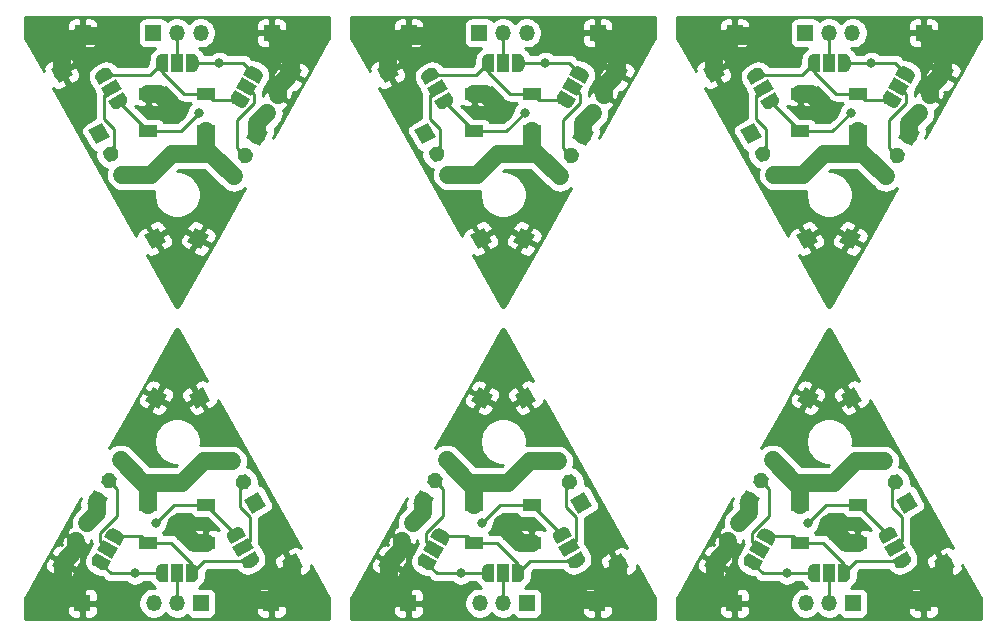
<source format=gtl>
G04 #@! TF.GenerationSoftware,KiCad,Pcbnew,(5.1.12)-1*
G04 #@! TF.CreationDate,2023-06-20T10:26:49+09:00*
G04 #@! TF.ProjectId,LED_Sphere_3V-TypeC-Panelized,4c45445f-5370-4686-9572-655f33562d54,rev?*
G04 #@! TF.SameCoordinates,PX5a06e00PY8f0d180*
G04 #@! TF.FileFunction,Copper,L1,Top*
G04 #@! TF.FilePolarity,Positive*
%FSLAX46Y46*%
G04 Gerber Fmt 4.6, Leading zero omitted, Abs format (unit mm)*
G04 Created by KiCad (PCBNEW (5.1.12)-1) date 2023-06-20 10:26:49*
%MOMM*%
%LPD*%
G01*
G04 APERTURE LIST*
G04 #@! TA.AperFunction,SMDPad,CuDef*
%ADD10R,1.000000X1.500000*%
G04 #@! TD*
G04 #@! TA.AperFunction,SMDPad,CuDef*
%ADD11C,0.100000*%
G04 #@! TD*
G04 #@! TA.AperFunction,ComponentPad*
%ADD12C,0.100000*%
G04 #@! TD*
G04 #@! TA.AperFunction,ComponentPad*
%ADD13O,1.350000X1.350000*%
G04 #@! TD*
G04 #@! TA.AperFunction,ComponentPad*
%ADD14R,1.350000X1.350000*%
G04 #@! TD*
G04 #@! TA.AperFunction,SMDPad,CuDef*
%ADD15R,1.500000X1.000000*%
G04 #@! TD*
G04 #@! TA.AperFunction,ViaPad*
%ADD16C,1.500000*%
G04 #@! TD*
G04 #@! TA.AperFunction,ViaPad*
%ADD17C,0.800000*%
G04 #@! TD*
G04 #@! TA.AperFunction,Conductor*
%ADD18C,1.500000*%
G04 #@! TD*
G04 #@! TA.AperFunction,Conductor*
%ADD19C,0.250000*%
G04 #@! TD*
G04 #@! TA.AperFunction,Conductor*
%ADD20C,0.254000*%
G04 #@! TD*
G04 #@! TA.AperFunction,Conductor*
%ADD21C,0.100000*%
G04 #@! TD*
G04 APERTURE END LIST*
D10*
X19114000Y67768000D03*
G04 #@! TA.AperFunction,SMDPad,CuDef*
D11*
G36*
X17814000Y67018602D02*
G01*
X17789466Y67018602D01*
X17740635Y67023412D01*
X17692510Y67032984D01*
X17645555Y67047228D01*
X17600222Y67066005D01*
X17556949Y67089136D01*
X17516150Y67116396D01*
X17478221Y67147524D01*
X17443524Y67182221D01*
X17412396Y67220150D01*
X17385136Y67260949D01*
X17362005Y67304222D01*
X17343228Y67349555D01*
X17328984Y67396510D01*
X17319412Y67444635D01*
X17314602Y67493466D01*
X17314602Y67518000D01*
X17314000Y67518000D01*
X17314000Y68018000D01*
X17314602Y68018000D01*
X17314602Y68042534D01*
X17319412Y68091365D01*
X17328984Y68139490D01*
X17343228Y68186445D01*
X17362005Y68231778D01*
X17385136Y68275051D01*
X17412396Y68315850D01*
X17443524Y68353779D01*
X17478221Y68388476D01*
X17516150Y68419604D01*
X17556949Y68446864D01*
X17600222Y68469995D01*
X17645555Y68488772D01*
X17692510Y68503016D01*
X17740635Y68512588D01*
X17789466Y68517398D01*
X17814000Y68517398D01*
X17814000Y68518000D01*
X18364000Y68518000D01*
X18364000Y67018000D01*
X17814000Y67018000D01*
X17814000Y67018602D01*
G37*
G04 #@! TD.AperFunction*
G04 #@! TA.AperFunction,SMDPad,CuDef*
G36*
X19864000Y68518000D02*
G01*
X20414000Y68518000D01*
X20414000Y68517398D01*
X20438534Y68517398D01*
X20487365Y68512588D01*
X20535490Y68503016D01*
X20582445Y68488772D01*
X20627778Y68469995D01*
X20671051Y68446864D01*
X20711850Y68419604D01*
X20749779Y68388476D01*
X20784476Y68353779D01*
X20815604Y68315850D01*
X20842864Y68275051D01*
X20865995Y68231778D01*
X20884772Y68186445D01*
X20899016Y68139490D01*
X20908588Y68091365D01*
X20913398Y68042534D01*
X20913398Y68018000D01*
X20914000Y68018000D01*
X20914000Y67518000D01*
X20913398Y67518000D01*
X20913398Y67493466D01*
X20908588Y67444635D01*
X20899016Y67396510D01*
X20884772Y67349555D01*
X20865995Y67304222D01*
X20842864Y67260949D01*
X20815604Y67220150D01*
X20784476Y67182221D01*
X20749779Y67147524D01*
X20711850Y67116396D01*
X20671051Y67089136D01*
X20627778Y67066005D01*
X20582445Y67047228D01*
X20535490Y67032984D01*
X20487365Y67023412D01*
X20438534Y67018602D01*
X20414000Y67018602D01*
X20414000Y67018000D01*
X19864000Y67018000D01*
X19864000Y68518000D01*
G37*
G04 #@! TD.AperFunction*
D10*
X46714000Y67768000D03*
G04 #@! TA.AperFunction,SMDPad,CuDef*
D11*
G36*
X45414000Y67018602D02*
G01*
X45389466Y67018602D01*
X45340635Y67023412D01*
X45292510Y67032984D01*
X45245555Y67047228D01*
X45200222Y67066005D01*
X45156949Y67089136D01*
X45116150Y67116396D01*
X45078221Y67147524D01*
X45043524Y67182221D01*
X45012396Y67220150D01*
X44985136Y67260949D01*
X44962005Y67304222D01*
X44943228Y67349555D01*
X44928984Y67396510D01*
X44919412Y67444635D01*
X44914602Y67493466D01*
X44914602Y67518000D01*
X44914000Y67518000D01*
X44914000Y68018000D01*
X44914602Y68018000D01*
X44914602Y68042534D01*
X44919412Y68091365D01*
X44928984Y68139490D01*
X44943228Y68186445D01*
X44962005Y68231778D01*
X44985136Y68275051D01*
X45012396Y68315850D01*
X45043524Y68353779D01*
X45078221Y68388476D01*
X45116150Y68419604D01*
X45156949Y68446864D01*
X45200222Y68469995D01*
X45245555Y68488772D01*
X45292510Y68503016D01*
X45340635Y68512588D01*
X45389466Y68517398D01*
X45414000Y68517398D01*
X45414000Y68518000D01*
X45964000Y68518000D01*
X45964000Y67018000D01*
X45414000Y67018000D01*
X45414000Y67018602D01*
G37*
G04 #@! TD.AperFunction*
G04 #@! TA.AperFunction,SMDPad,CuDef*
G36*
X47464000Y68518000D02*
G01*
X48014000Y68518000D01*
X48014000Y68517398D01*
X48038534Y68517398D01*
X48087365Y68512588D01*
X48135490Y68503016D01*
X48182445Y68488772D01*
X48227778Y68469995D01*
X48271051Y68446864D01*
X48311850Y68419604D01*
X48349779Y68388476D01*
X48384476Y68353779D01*
X48415604Y68315850D01*
X48442864Y68275051D01*
X48465995Y68231778D01*
X48484772Y68186445D01*
X48499016Y68139490D01*
X48508588Y68091365D01*
X48513398Y68042534D01*
X48513398Y68018000D01*
X48514000Y68018000D01*
X48514000Y67518000D01*
X48513398Y67518000D01*
X48513398Y67493466D01*
X48508588Y67444635D01*
X48499016Y67396510D01*
X48484772Y67349555D01*
X48465995Y67304222D01*
X48442864Y67260949D01*
X48415604Y67220150D01*
X48384476Y67182221D01*
X48349779Y67147524D01*
X48311850Y67116396D01*
X48271051Y67089136D01*
X48227778Y67066005D01*
X48182445Y67047228D01*
X48135490Y67032984D01*
X48087365Y67023412D01*
X48038534Y67018602D01*
X48014000Y67018602D01*
X48014000Y67018000D01*
X47464000Y67018000D01*
X47464000Y68518000D01*
G37*
G04 #@! TD.AperFunction*
D10*
X74314000Y67768000D03*
G04 #@! TA.AperFunction,SMDPad,CuDef*
D11*
G36*
X73014000Y67018602D02*
G01*
X72989466Y67018602D01*
X72940635Y67023412D01*
X72892510Y67032984D01*
X72845555Y67047228D01*
X72800222Y67066005D01*
X72756949Y67089136D01*
X72716150Y67116396D01*
X72678221Y67147524D01*
X72643524Y67182221D01*
X72612396Y67220150D01*
X72585136Y67260949D01*
X72562005Y67304222D01*
X72543228Y67349555D01*
X72528984Y67396510D01*
X72519412Y67444635D01*
X72514602Y67493466D01*
X72514602Y67518000D01*
X72514000Y67518000D01*
X72514000Y68018000D01*
X72514602Y68018000D01*
X72514602Y68042534D01*
X72519412Y68091365D01*
X72528984Y68139490D01*
X72543228Y68186445D01*
X72562005Y68231778D01*
X72585136Y68275051D01*
X72612396Y68315850D01*
X72643524Y68353779D01*
X72678221Y68388476D01*
X72716150Y68419604D01*
X72756949Y68446864D01*
X72800222Y68469995D01*
X72845555Y68488772D01*
X72892510Y68503016D01*
X72940635Y68512588D01*
X72989466Y68517398D01*
X73014000Y68517398D01*
X73014000Y68518000D01*
X73564000Y68518000D01*
X73564000Y67018000D01*
X73014000Y67018000D01*
X73014000Y67018602D01*
G37*
G04 #@! TD.AperFunction*
G04 #@! TA.AperFunction,SMDPad,CuDef*
G36*
X75064000Y68518000D02*
G01*
X75614000Y68518000D01*
X75614000Y68517398D01*
X75638534Y68517398D01*
X75687365Y68512588D01*
X75735490Y68503016D01*
X75782445Y68488772D01*
X75827778Y68469995D01*
X75871051Y68446864D01*
X75911850Y68419604D01*
X75949779Y68388476D01*
X75984476Y68353779D01*
X76015604Y68315850D01*
X76042864Y68275051D01*
X76065995Y68231778D01*
X76084772Y68186445D01*
X76099016Y68139490D01*
X76108588Y68091365D01*
X76113398Y68042534D01*
X76113398Y68018000D01*
X76114000Y68018000D01*
X76114000Y67518000D01*
X76113398Y67518000D01*
X76113398Y67493466D01*
X76108588Y67444635D01*
X76099016Y67396510D01*
X76084772Y67349555D01*
X76065995Y67304222D01*
X76042864Y67260949D01*
X76015604Y67220150D01*
X75984476Y67182221D01*
X75949779Y67147524D01*
X75911850Y67116396D01*
X75871051Y67089136D01*
X75827778Y67066005D01*
X75782445Y67047228D01*
X75735490Y67032984D01*
X75687365Y67023412D01*
X75638534Y67018602D01*
X75614000Y67018602D01*
X75614000Y67018000D01*
X75064000Y67018000D01*
X75064000Y68518000D01*
G37*
G04 #@! TD.AperFunction*
D10*
X74286000Y24572000D03*
G04 #@! TA.AperFunction,SMDPad,CuDef*
D11*
G36*
X75586000Y25321398D02*
G01*
X75610534Y25321398D01*
X75659365Y25316588D01*
X75707490Y25307016D01*
X75754445Y25292772D01*
X75799778Y25273995D01*
X75843051Y25250864D01*
X75883850Y25223604D01*
X75921779Y25192476D01*
X75956476Y25157779D01*
X75987604Y25119850D01*
X76014864Y25079051D01*
X76037995Y25035778D01*
X76056772Y24990445D01*
X76071016Y24943490D01*
X76080588Y24895365D01*
X76085398Y24846534D01*
X76085398Y24822000D01*
X76086000Y24822000D01*
X76086000Y24322000D01*
X76085398Y24322000D01*
X76085398Y24297466D01*
X76080588Y24248635D01*
X76071016Y24200510D01*
X76056772Y24153555D01*
X76037995Y24108222D01*
X76014864Y24064949D01*
X75987604Y24024150D01*
X75956476Y23986221D01*
X75921779Y23951524D01*
X75883850Y23920396D01*
X75843051Y23893136D01*
X75799778Y23870005D01*
X75754445Y23851228D01*
X75707490Y23836984D01*
X75659365Y23827412D01*
X75610534Y23822602D01*
X75586000Y23822602D01*
X75586000Y23822000D01*
X75036000Y23822000D01*
X75036000Y25322000D01*
X75586000Y25322000D01*
X75586000Y25321398D01*
G37*
G04 #@! TD.AperFunction*
G04 #@! TA.AperFunction,SMDPad,CuDef*
G36*
X73536000Y23822000D02*
G01*
X72986000Y23822000D01*
X72986000Y23822602D01*
X72961466Y23822602D01*
X72912635Y23827412D01*
X72864510Y23836984D01*
X72817555Y23851228D01*
X72772222Y23870005D01*
X72728949Y23893136D01*
X72688150Y23920396D01*
X72650221Y23951524D01*
X72615524Y23986221D01*
X72584396Y24024150D01*
X72557136Y24064949D01*
X72534005Y24108222D01*
X72515228Y24153555D01*
X72500984Y24200510D01*
X72491412Y24248635D01*
X72486602Y24297466D01*
X72486602Y24322000D01*
X72486000Y24322000D01*
X72486000Y24822000D01*
X72486602Y24822000D01*
X72486602Y24846534D01*
X72491412Y24895365D01*
X72500984Y24943490D01*
X72515228Y24990445D01*
X72534005Y25035778D01*
X72557136Y25079051D01*
X72584396Y25119850D01*
X72615524Y25157779D01*
X72650221Y25192476D01*
X72688150Y25223604D01*
X72728949Y25250864D01*
X72772222Y25273995D01*
X72817555Y25292772D01*
X72864510Y25307016D01*
X72912635Y25316588D01*
X72961466Y25321398D01*
X72986000Y25321398D01*
X72986000Y25322000D01*
X73536000Y25322000D01*
X73536000Y23822000D01*
G37*
G04 #@! TD.AperFunction*
D10*
X46686000Y24572000D03*
G04 #@! TA.AperFunction,SMDPad,CuDef*
D11*
G36*
X47986000Y25321398D02*
G01*
X48010534Y25321398D01*
X48059365Y25316588D01*
X48107490Y25307016D01*
X48154445Y25292772D01*
X48199778Y25273995D01*
X48243051Y25250864D01*
X48283850Y25223604D01*
X48321779Y25192476D01*
X48356476Y25157779D01*
X48387604Y25119850D01*
X48414864Y25079051D01*
X48437995Y25035778D01*
X48456772Y24990445D01*
X48471016Y24943490D01*
X48480588Y24895365D01*
X48485398Y24846534D01*
X48485398Y24822000D01*
X48486000Y24822000D01*
X48486000Y24322000D01*
X48485398Y24322000D01*
X48485398Y24297466D01*
X48480588Y24248635D01*
X48471016Y24200510D01*
X48456772Y24153555D01*
X48437995Y24108222D01*
X48414864Y24064949D01*
X48387604Y24024150D01*
X48356476Y23986221D01*
X48321779Y23951524D01*
X48283850Y23920396D01*
X48243051Y23893136D01*
X48199778Y23870005D01*
X48154445Y23851228D01*
X48107490Y23836984D01*
X48059365Y23827412D01*
X48010534Y23822602D01*
X47986000Y23822602D01*
X47986000Y23822000D01*
X47436000Y23822000D01*
X47436000Y25322000D01*
X47986000Y25322000D01*
X47986000Y25321398D01*
G37*
G04 #@! TD.AperFunction*
G04 #@! TA.AperFunction,SMDPad,CuDef*
G36*
X45936000Y23822000D02*
G01*
X45386000Y23822000D01*
X45386000Y23822602D01*
X45361466Y23822602D01*
X45312635Y23827412D01*
X45264510Y23836984D01*
X45217555Y23851228D01*
X45172222Y23870005D01*
X45128949Y23893136D01*
X45088150Y23920396D01*
X45050221Y23951524D01*
X45015524Y23986221D01*
X44984396Y24024150D01*
X44957136Y24064949D01*
X44934005Y24108222D01*
X44915228Y24153555D01*
X44900984Y24200510D01*
X44891412Y24248635D01*
X44886602Y24297466D01*
X44886602Y24322000D01*
X44886000Y24322000D01*
X44886000Y24822000D01*
X44886602Y24822000D01*
X44886602Y24846534D01*
X44891412Y24895365D01*
X44900984Y24943490D01*
X44915228Y24990445D01*
X44934005Y25035778D01*
X44957136Y25079051D01*
X44984396Y25119850D01*
X45015524Y25157779D01*
X45050221Y25192476D01*
X45088150Y25223604D01*
X45128949Y25250864D01*
X45172222Y25273995D01*
X45217555Y25292772D01*
X45264510Y25307016D01*
X45312635Y25316588D01*
X45361466Y25321398D01*
X45386000Y25321398D01*
X45386000Y25322000D01*
X45936000Y25322000D01*
X45936000Y23822000D01*
G37*
G04 #@! TD.AperFunction*
G04 #@! TA.AperFunction,ComponentPad*
G36*
G01*
X23298823Y58514056D02*
X23298823Y58514056D01*
G75*
G02*
X24217803Y58772370I588647J-330333D01*
G01*
X24217803Y58772370D01*
G75*
G02*
X24476117Y57853390I-330333J-588647D01*
G01*
X24476117Y57853390D01*
G75*
G02*
X23557137Y57595076I-588647J330333D01*
G01*
X23557137Y57595076D01*
G75*
G02*
X23298823Y58514056I330333J588647D01*
G01*
G37*
G04 #@! TD.AperFunction*
G04 #@! TA.AperFunction,ComponentPad*
G36*
G01*
X24277588Y60258194D02*
X24277588Y60258194D01*
G75*
G02*
X25196568Y60516508I588647J-330333D01*
G01*
X25196568Y60516508D01*
G75*
G02*
X25454882Y59597528I-330333J-588647D01*
G01*
X25454882Y59597528D01*
G75*
G02*
X24535902Y59339214I-588647J330333D01*
G01*
X24535902Y59339214D01*
G75*
G02*
X24277588Y60258194I330333J588647D01*
G01*
G37*
G04 #@! TD.AperFunction*
G04 #@! TA.AperFunction,ComponentPad*
D12*
G36*
X24926020Y61413686D02*
G01*
X25586686Y62590980D01*
X26763980Y61930314D01*
X26103314Y60753020D01*
X24926020Y61413686D01*
G37*
G04 #@! TD.AperFunction*
G04 #@! TA.AperFunction,ComponentPad*
G36*
G01*
X50898823Y58514056D02*
X50898823Y58514056D01*
G75*
G02*
X51817803Y58772370I588647J-330333D01*
G01*
X51817803Y58772370D01*
G75*
G02*
X52076117Y57853390I-330333J-588647D01*
G01*
X52076117Y57853390D01*
G75*
G02*
X51157137Y57595076I-588647J330333D01*
G01*
X51157137Y57595076D01*
G75*
G02*
X50898823Y58514056I330333J588647D01*
G01*
G37*
G04 #@! TD.AperFunction*
G04 #@! TA.AperFunction,ComponentPad*
G36*
G01*
X51877588Y60258194D02*
X51877588Y60258194D01*
G75*
G02*
X52796568Y60516508I588647J-330333D01*
G01*
X52796568Y60516508D01*
G75*
G02*
X53054882Y59597528I-330333J-588647D01*
G01*
X53054882Y59597528D01*
G75*
G02*
X52135902Y59339214I-588647J330333D01*
G01*
X52135902Y59339214D01*
G75*
G02*
X51877588Y60258194I330333J588647D01*
G01*
G37*
G04 #@! TD.AperFunction*
G04 #@! TA.AperFunction,ComponentPad*
G36*
X52526020Y61413686D02*
G01*
X53186686Y62590980D01*
X54363980Y61930314D01*
X53703314Y60753020D01*
X52526020Y61413686D01*
G37*
G04 #@! TD.AperFunction*
G04 #@! TA.AperFunction,ComponentPad*
G36*
G01*
X78498823Y58514056D02*
X78498823Y58514056D01*
G75*
G02*
X79417803Y58772370I588647J-330333D01*
G01*
X79417803Y58772370D01*
G75*
G02*
X79676117Y57853390I-330333J-588647D01*
G01*
X79676117Y57853390D01*
G75*
G02*
X78757137Y57595076I-588647J330333D01*
G01*
X78757137Y57595076D01*
G75*
G02*
X78498823Y58514056I330333J588647D01*
G01*
G37*
G04 #@! TD.AperFunction*
G04 #@! TA.AperFunction,ComponentPad*
G36*
G01*
X79477588Y60258194D02*
X79477588Y60258194D01*
G75*
G02*
X80396568Y60516508I588647J-330333D01*
G01*
X80396568Y60516508D01*
G75*
G02*
X80654882Y59597528I-330333J-588647D01*
G01*
X80654882Y59597528D01*
G75*
G02*
X79735902Y59339214I-588647J330333D01*
G01*
X79735902Y59339214D01*
G75*
G02*
X79477588Y60258194I330333J588647D01*
G01*
G37*
G04 #@! TD.AperFunction*
G04 #@! TA.AperFunction,ComponentPad*
G36*
X80126020Y61413686D02*
G01*
X80786686Y62590980D01*
X81963980Y61930314D01*
X81303314Y60753020D01*
X80126020Y61413686D01*
G37*
G04 #@! TD.AperFunction*
G04 #@! TA.AperFunction,ComponentPad*
G36*
G01*
X70101177Y33825944D02*
X70101177Y33825944D01*
G75*
G02*
X69182197Y33567630I-588647J330333D01*
G01*
X69182197Y33567630D01*
G75*
G02*
X68923883Y34486610I330333J588647D01*
G01*
X68923883Y34486610D01*
G75*
G02*
X69842863Y34744924I588647J-330333D01*
G01*
X69842863Y34744924D01*
G75*
G02*
X70101177Y33825944I-330333J-588647D01*
G01*
G37*
G04 #@! TD.AperFunction*
G04 #@! TA.AperFunction,ComponentPad*
G36*
G01*
X69122412Y32081806D02*
X69122412Y32081806D01*
G75*
G02*
X68203432Y31823492I-588647J330333D01*
G01*
X68203432Y31823492D01*
G75*
G02*
X67945118Y32742472I330333J588647D01*
G01*
X67945118Y32742472D01*
G75*
G02*
X68864098Y33000786I588647J-330333D01*
G01*
X68864098Y33000786D01*
G75*
G02*
X69122412Y32081806I-330333J-588647D01*
G01*
G37*
G04 #@! TD.AperFunction*
G04 #@! TA.AperFunction,ComponentPad*
G36*
X68473980Y30926314D02*
G01*
X67813314Y29749020D01*
X66636020Y30409686D01*
X67296686Y31586980D01*
X68473980Y30926314D01*
G37*
G04 #@! TD.AperFunction*
G04 #@! TA.AperFunction,ComponentPad*
G36*
G01*
X42501177Y33825944D02*
X42501177Y33825944D01*
G75*
G02*
X41582197Y33567630I-588647J330333D01*
G01*
X41582197Y33567630D01*
G75*
G02*
X41323883Y34486610I330333J588647D01*
G01*
X41323883Y34486610D01*
G75*
G02*
X42242863Y34744924I588647J-330333D01*
G01*
X42242863Y34744924D01*
G75*
G02*
X42501177Y33825944I-330333J-588647D01*
G01*
G37*
G04 #@! TD.AperFunction*
G04 #@! TA.AperFunction,ComponentPad*
G36*
G01*
X41522412Y32081806D02*
X41522412Y32081806D01*
G75*
G02*
X40603432Y31823492I-588647J330333D01*
G01*
X40603432Y31823492D01*
G75*
G02*
X40345118Y32742472I330333J588647D01*
G01*
X40345118Y32742472D01*
G75*
G02*
X41264098Y33000786I588647J-330333D01*
G01*
X41264098Y33000786D01*
G75*
G02*
X41522412Y32081806I-330333J-588647D01*
G01*
G37*
G04 #@! TD.AperFunction*
G04 #@! TA.AperFunction,ComponentPad*
G36*
X40873980Y30926314D02*
G01*
X40213314Y29749020D01*
X39036020Y30409686D01*
X39696686Y31586980D01*
X40873980Y30926314D01*
G37*
G04 #@! TD.AperFunction*
G04 #@! TA.AperFunction,SMDPad,CuDef*
D11*
G36*
X24576639Y66539071D02*
G01*
X25884743Y65804998D01*
X25395361Y64932929D01*
X24087257Y65667002D01*
X24576639Y66539071D01*
G37*
G04 #@! TD.AperFunction*
G04 #@! TA.AperFunction,SMDPad,CuDef*
G36*
X25003330Y64235568D02*
G01*
X24991323Y64214172D01*
X24963232Y64173942D01*
X24931333Y64136658D01*
X24895932Y64102681D01*
X24857372Y64072337D01*
X24816023Y64045920D01*
X24772284Y64023681D01*
X24726577Y64005837D01*
X24679338Y63992559D01*
X24631028Y63983975D01*
X24582108Y63980169D01*
X24533051Y63981174D01*
X24484328Y63986985D01*
X24436410Y63997542D01*
X24389757Y64012746D01*
X24344819Y64032448D01*
X24323424Y64044455D01*
X24323129Y64043930D01*
X23887094Y64288621D01*
X23887389Y64289146D01*
X23865994Y64301152D01*
X23825764Y64329244D01*
X23788480Y64361143D01*
X23754502Y64396544D01*
X23724158Y64435104D01*
X23697741Y64476453D01*
X23675502Y64520192D01*
X23657659Y64565899D01*
X23644381Y64613138D01*
X23635797Y64661448D01*
X23631990Y64710368D01*
X23632996Y64759425D01*
X23638806Y64808147D01*
X23649363Y64856066D01*
X23664567Y64902719D01*
X23684270Y64947657D01*
X23696276Y64969052D01*
X23695751Y64969347D01*
X23964911Y65448985D01*
X25273015Y64714911D01*
X25003855Y64235273D01*
X25003330Y64235568D01*
G37*
G04 #@! TD.AperFunction*
G04 #@! TA.AperFunction,SMDPad,CuDef*
G36*
X24698985Y66757089D02*
G01*
X24968145Y67236727D01*
X24968670Y67236432D01*
X24980677Y67257828D01*
X25008768Y67298058D01*
X25040667Y67335342D01*
X25076068Y67369319D01*
X25114628Y67399663D01*
X25155977Y67426080D01*
X25199716Y67448319D01*
X25245423Y67466163D01*
X25292662Y67479441D01*
X25340972Y67488025D01*
X25389892Y67491831D01*
X25438949Y67490826D01*
X25487672Y67485015D01*
X25535590Y67474458D01*
X25582243Y67459254D01*
X25627181Y67439552D01*
X25648576Y67427545D01*
X25648871Y67428070D01*
X26084906Y67183379D01*
X26084611Y67182854D01*
X26106006Y67170848D01*
X26146236Y67142756D01*
X26183520Y67110857D01*
X26217498Y67075456D01*
X26247842Y67036896D01*
X26274259Y66995547D01*
X26296498Y66951808D01*
X26314341Y66906101D01*
X26327619Y66858862D01*
X26336203Y66810552D01*
X26340010Y66761632D01*
X26339004Y66712575D01*
X26333194Y66663853D01*
X26322637Y66615934D01*
X26307433Y66569281D01*
X26287730Y66524343D01*
X26275724Y66502948D01*
X26276249Y66502653D01*
X26007089Y66023015D01*
X24698985Y66757089D01*
G37*
G04 #@! TD.AperFunction*
G04 #@! TA.AperFunction,SMDPad,CuDef*
G36*
X52176639Y66539071D02*
G01*
X53484743Y65804998D01*
X52995361Y64932929D01*
X51687257Y65667002D01*
X52176639Y66539071D01*
G37*
G04 #@! TD.AperFunction*
G04 #@! TA.AperFunction,SMDPad,CuDef*
G36*
X52603330Y64235568D02*
G01*
X52591323Y64214172D01*
X52563232Y64173942D01*
X52531333Y64136658D01*
X52495932Y64102681D01*
X52457372Y64072337D01*
X52416023Y64045920D01*
X52372284Y64023681D01*
X52326577Y64005837D01*
X52279338Y63992559D01*
X52231028Y63983975D01*
X52182108Y63980169D01*
X52133051Y63981174D01*
X52084328Y63986985D01*
X52036410Y63997542D01*
X51989757Y64012746D01*
X51944819Y64032448D01*
X51923424Y64044455D01*
X51923129Y64043930D01*
X51487094Y64288621D01*
X51487389Y64289146D01*
X51465994Y64301152D01*
X51425764Y64329244D01*
X51388480Y64361143D01*
X51354502Y64396544D01*
X51324158Y64435104D01*
X51297741Y64476453D01*
X51275502Y64520192D01*
X51257659Y64565899D01*
X51244381Y64613138D01*
X51235797Y64661448D01*
X51231990Y64710368D01*
X51232996Y64759425D01*
X51238806Y64808147D01*
X51249363Y64856066D01*
X51264567Y64902719D01*
X51284270Y64947657D01*
X51296276Y64969052D01*
X51295751Y64969347D01*
X51564911Y65448985D01*
X52873015Y64714911D01*
X52603855Y64235273D01*
X52603330Y64235568D01*
G37*
G04 #@! TD.AperFunction*
G04 #@! TA.AperFunction,SMDPad,CuDef*
G36*
X52298985Y66757089D02*
G01*
X52568145Y67236727D01*
X52568670Y67236432D01*
X52580677Y67257828D01*
X52608768Y67298058D01*
X52640667Y67335342D01*
X52676068Y67369319D01*
X52714628Y67399663D01*
X52755977Y67426080D01*
X52799716Y67448319D01*
X52845423Y67466163D01*
X52892662Y67479441D01*
X52940972Y67488025D01*
X52989892Y67491831D01*
X53038949Y67490826D01*
X53087672Y67485015D01*
X53135590Y67474458D01*
X53182243Y67459254D01*
X53227181Y67439552D01*
X53248576Y67427545D01*
X53248871Y67428070D01*
X53684906Y67183379D01*
X53684611Y67182854D01*
X53706006Y67170848D01*
X53746236Y67142756D01*
X53783520Y67110857D01*
X53817498Y67075456D01*
X53847842Y67036896D01*
X53874259Y66995547D01*
X53896498Y66951808D01*
X53914341Y66906101D01*
X53927619Y66858862D01*
X53936203Y66810552D01*
X53940010Y66761632D01*
X53939004Y66712575D01*
X53933194Y66663853D01*
X53922637Y66615934D01*
X53907433Y66569281D01*
X53887730Y66524343D01*
X53875724Y66502948D01*
X53876249Y66502653D01*
X53607089Y66023015D01*
X52298985Y66757089D01*
G37*
G04 #@! TD.AperFunction*
G04 #@! TA.AperFunction,SMDPad,CuDef*
G36*
X79776639Y66539071D02*
G01*
X81084743Y65804998D01*
X80595361Y64932929D01*
X79287257Y65667002D01*
X79776639Y66539071D01*
G37*
G04 #@! TD.AperFunction*
G04 #@! TA.AperFunction,SMDPad,CuDef*
G36*
X80203330Y64235568D02*
G01*
X80191323Y64214172D01*
X80163232Y64173942D01*
X80131333Y64136658D01*
X80095932Y64102681D01*
X80057372Y64072337D01*
X80016023Y64045920D01*
X79972284Y64023681D01*
X79926577Y64005837D01*
X79879338Y63992559D01*
X79831028Y63983975D01*
X79782108Y63980169D01*
X79733051Y63981174D01*
X79684328Y63986985D01*
X79636410Y63997542D01*
X79589757Y64012746D01*
X79544819Y64032448D01*
X79523424Y64044455D01*
X79523129Y64043930D01*
X79087094Y64288621D01*
X79087389Y64289146D01*
X79065994Y64301152D01*
X79025764Y64329244D01*
X78988480Y64361143D01*
X78954502Y64396544D01*
X78924158Y64435104D01*
X78897741Y64476453D01*
X78875502Y64520192D01*
X78857659Y64565899D01*
X78844381Y64613138D01*
X78835797Y64661448D01*
X78831990Y64710368D01*
X78832996Y64759425D01*
X78838806Y64808147D01*
X78849363Y64856066D01*
X78864567Y64902719D01*
X78884270Y64947657D01*
X78896276Y64969052D01*
X78895751Y64969347D01*
X79164911Y65448985D01*
X80473015Y64714911D01*
X80203855Y64235273D01*
X80203330Y64235568D01*
G37*
G04 #@! TD.AperFunction*
G04 #@! TA.AperFunction,SMDPad,CuDef*
G36*
X79898985Y66757089D02*
G01*
X80168145Y67236727D01*
X80168670Y67236432D01*
X80180677Y67257828D01*
X80208768Y67298058D01*
X80240667Y67335342D01*
X80276068Y67369319D01*
X80314628Y67399663D01*
X80355977Y67426080D01*
X80399716Y67448319D01*
X80445423Y67466163D01*
X80492662Y67479441D01*
X80540972Y67488025D01*
X80589892Y67491831D01*
X80638949Y67490826D01*
X80687672Y67485015D01*
X80735590Y67474458D01*
X80782243Y67459254D01*
X80827181Y67439552D01*
X80848576Y67427545D01*
X80848871Y67428070D01*
X81284906Y67183379D01*
X81284611Y67182854D01*
X81306006Y67170848D01*
X81346236Y67142756D01*
X81383520Y67110857D01*
X81417498Y67075456D01*
X81447842Y67036896D01*
X81474259Y66995547D01*
X81496498Y66951808D01*
X81514341Y66906101D01*
X81527619Y66858862D01*
X81536203Y66810552D01*
X81540010Y66761632D01*
X81539004Y66712575D01*
X81533194Y66663853D01*
X81522637Y66615934D01*
X81507433Y66569281D01*
X81487730Y66524343D01*
X81475724Y66502948D01*
X81476249Y66502653D01*
X81207089Y66023015D01*
X79898985Y66757089D01*
G37*
G04 #@! TD.AperFunction*
G04 #@! TA.AperFunction,SMDPad,CuDef*
G36*
X68823361Y25800929D02*
G01*
X67515257Y26535002D01*
X68004639Y27407071D01*
X69312743Y26672998D01*
X68823361Y25800929D01*
G37*
G04 #@! TD.AperFunction*
G04 #@! TA.AperFunction,SMDPad,CuDef*
G36*
X68396670Y28104432D02*
G01*
X68408677Y28125828D01*
X68436768Y28166058D01*
X68468667Y28203342D01*
X68504068Y28237319D01*
X68542628Y28267663D01*
X68583977Y28294080D01*
X68627716Y28316319D01*
X68673423Y28334163D01*
X68720662Y28347441D01*
X68768972Y28356025D01*
X68817892Y28359831D01*
X68866949Y28358826D01*
X68915672Y28353015D01*
X68963590Y28342458D01*
X69010243Y28327254D01*
X69055181Y28307552D01*
X69076576Y28295545D01*
X69076871Y28296070D01*
X69512906Y28051379D01*
X69512611Y28050854D01*
X69534006Y28038848D01*
X69574236Y28010756D01*
X69611520Y27978857D01*
X69645498Y27943456D01*
X69675842Y27904896D01*
X69702259Y27863547D01*
X69724498Y27819808D01*
X69742341Y27774101D01*
X69755619Y27726862D01*
X69764203Y27678552D01*
X69768010Y27629632D01*
X69767004Y27580575D01*
X69761194Y27531853D01*
X69750637Y27483934D01*
X69735433Y27437281D01*
X69715730Y27392343D01*
X69703724Y27370948D01*
X69704249Y27370653D01*
X69435089Y26891015D01*
X68126985Y27625089D01*
X68396145Y28104727D01*
X68396670Y28104432D01*
G37*
G04 #@! TD.AperFunction*
G04 #@! TA.AperFunction,SMDPad,CuDef*
G36*
X68701015Y25582911D02*
G01*
X68431855Y25103273D01*
X68431330Y25103568D01*
X68419323Y25082172D01*
X68391232Y25041942D01*
X68359333Y25004658D01*
X68323932Y24970681D01*
X68285372Y24940337D01*
X68244023Y24913920D01*
X68200284Y24891681D01*
X68154577Y24873837D01*
X68107338Y24860559D01*
X68059028Y24851975D01*
X68010108Y24848169D01*
X67961051Y24849174D01*
X67912328Y24854985D01*
X67864410Y24865542D01*
X67817757Y24880746D01*
X67772819Y24900448D01*
X67751424Y24912455D01*
X67751129Y24911930D01*
X67315094Y25156621D01*
X67315389Y25157146D01*
X67293994Y25169152D01*
X67253764Y25197244D01*
X67216480Y25229143D01*
X67182502Y25264544D01*
X67152158Y25303104D01*
X67125741Y25344453D01*
X67103502Y25388192D01*
X67085659Y25433899D01*
X67072381Y25481138D01*
X67063797Y25529448D01*
X67059990Y25578368D01*
X67060996Y25627425D01*
X67066806Y25676147D01*
X67077363Y25724066D01*
X67092567Y25770719D01*
X67112270Y25815657D01*
X67124276Y25837052D01*
X67123751Y25837347D01*
X67392911Y26316985D01*
X68701015Y25582911D01*
G37*
G04 #@! TD.AperFunction*
G04 #@! TA.AperFunction,SMDPad,CuDef*
G36*
X41223361Y25800929D02*
G01*
X39915257Y26535002D01*
X40404639Y27407071D01*
X41712743Y26672998D01*
X41223361Y25800929D01*
G37*
G04 #@! TD.AperFunction*
G04 #@! TA.AperFunction,SMDPad,CuDef*
G36*
X40796670Y28104432D02*
G01*
X40808677Y28125828D01*
X40836768Y28166058D01*
X40868667Y28203342D01*
X40904068Y28237319D01*
X40942628Y28267663D01*
X40983977Y28294080D01*
X41027716Y28316319D01*
X41073423Y28334163D01*
X41120662Y28347441D01*
X41168972Y28356025D01*
X41217892Y28359831D01*
X41266949Y28358826D01*
X41315672Y28353015D01*
X41363590Y28342458D01*
X41410243Y28327254D01*
X41455181Y28307552D01*
X41476576Y28295545D01*
X41476871Y28296070D01*
X41912906Y28051379D01*
X41912611Y28050854D01*
X41934006Y28038848D01*
X41974236Y28010756D01*
X42011520Y27978857D01*
X42045498Y27943456D01*
X42075842Y27904896D01*
X42102259Y27863547D01*
X42124498Y27819808D01*
X42142341Y27774101D01*
X42155619Y27726862D01*
X42164203Y27678552D01*
X42168010Y27629632D01*
X42167004Y27580575D01*
X42161194Y27531853D01*
X42150637Y27483934D01*
X42135433Y27437281D01*
X42115730Y27392343D01*
X42103724Y27370948D01*
X42104249Y27370653D01*
X41835089Y26891015D01*
X40526985Y27625089D01*
X40796145Y28104727D01*
X40796670Y28104432D01*
G37*
G04 #@! TD.AperFunction*
G04 #@! TA.AperFunction,SMDPad,CuDef*
G36*
X41101015Y25582911D02*
G01*
X40831855Y25103273D01*
X40831330Y25103568D01*
X40819323Y25082172D01*
X40791232Y25041942D01*
X40759333Y25004658D01*
X40723932Y24970681D01*
X40685372Y24940337D01*
X40644023Y24913920D01*
X40600284Y24891681D01*
X40554577Y24873837D01*
X40507338Y24860559D01*
X40459028Y24851975D01*
X40410108Y24848169D01*
X40361051Y24849174D01*
X40312328Y24854985D01*
X40264410Y24865542D01*
X40217757Y24880746D01*
X40172819Y24900448D01*
X40151424Y24912455D01*
X40151129Y24911930D01*
X39715094Y25156621D01*
X39715389Y25157146D01*
X39693994Y25169152D01*
X39653764Y25197244D01*
X39616480Y25229143D01*
X39582502Y25264544D01*
X39552158Y25303104D01*
X39525741Y25344453D01*
X39503502Y25388192D01*
X39485659Y25433899D01*
X39472381Y25481138D01*
X39463797Y25529448D01*
X39459990Y25578368D01*
X39460996Y25627425D01*
X39466806Y25676147D01*
X39477363Y25724066D01*
X39492567Y25770719D01*
X39512270Y25815657D01*
X39524276Y25837052D01*
X39523751Y25837347D01*
X39792911Y26316985D01*
X41101015Y25582911D01*
G37*
G04 #@! TD.AperFunction*
G04 #@! TA.AperFunction,SMDPad,CuDef*
G36*
G01*
X27619066Y64500077D02*
X27183032Y64744768D01*
G75*
G02*
X27096927Y65051095I110111J196216D01*
G01*
X27317149Y65443526D01*
G75*
G02*
X27623476Y65529631I196216J-110111D01*
G01*
X28059510Y65284940D01*
G75*
G02*
X28145615Y64978613I-110111J-196216D01*
G01*
X27925393Y64586182D01*
G75*
G02*
X27619066Y64500077I-196216J110111D01*
G01*
G37*
G04 #@! TD.AperFunction*
G04 #@! TA.AperFunction,SMDPad,CuDef*
G36*
G01*
X26860524Y63148369D02*
X26424490Y63393060D01*
G75*
G02*
X26338385Y63699387I110111J196216D01*
G01*
X26558607Y64091818D01*
G75*
G02*
X26864934Y64177923I196216J-110111D01*
G01*
X27300968Y63933232D01*
G75*
G02*
X27387073Y63626905I-110111J-196216D01*
G01*
X27166851Y63234474D01*
G75*
G02*
X26860524Y63148369I-196216J110111D01*
G01*
G37*
G04 #@! TD.AperFunction*
G04 #@! TA.AperFunction,SMDPad,CuDef*
G36*
G01*
X55219066Y64500077D02*
X54783032Y64744768D01*
G75*
G02*
X54696927Y65051095I110111J196216D01*
G01*
X54917149Y65443526D01*
G75*
G02*
X55223476Y65529631I196216J-110111D01*
G01*
X55659510Y65284940D01*
G75*
G02*
X55745615Y64978613I-110111J-196216D01*
G01*
X55525393Y64586182D01*
G75*
G02*
X55219066Y64500077I-196216J110111D01*
G01*
G37*
G04 #@! TD.AperFunction*
G04 #@! TA.AperFunction,SMDPad,CuDef*
G36*
G01*
X54460524Y63148369D02*
X54024490Y63393060D01*
G75*
G02*
X53938385Y63699387I110111J196216D01*
G01*
X54158607Y64091818D01*
G75*
G02*
X54464934Y64177923I196216J-110111D01*
G01*
X54900968Y63933232D01*
G75*
G02*
X54987073Y63626905I-110111J-196216D01*
G01*
X54766851Y63234474D01*
G75*
G02*
X54460524Y63148369I-196216J110111D01*
G01*
G37*
G04 #@! TD.AperFunction*
G04 #@! TA.AperFunction,SMDPad,CuDef*
G36*
G01*
X82819066Y64500077D02*
X82383032Y64744768D01*
G75*
G02*
X82296927Y65051095I110111J196216D01*
G01*
X82517149Y65443526D01*
G75*
G02*
X82823476Y65529631I196216J-110111D01*
G01*
X83259510Y65284940D01*
G75*
G02*
X83345615Y64978613I-110111J-196216D01*
G01*
X83125393Y64586182D01*
G75*
G02*
X82819066Y64500077I-196216J110111D01*
G01*
G37*
G04 #@! TD.AperFunction*
G04 #@! TA.AperFunction,SMDPad,CuDef*
G36*
G01*
X82060524Y63148369D02*
X81624490Y63393060D01*
G75*
G02*
X81538385Y63699387I110111J196216D01*
G01*
X81758607Y64091818D01*
G75*
G02*
X82064934Y64177923I196216J-110111D01*
G01*
X82500968Y63933232D01*
G75*
G02*
X82587073Y63626905I-110111J-196216D01*
G01*
X82366851Y63234474D01*
G75*
G02*
X82060524Y63148369I-196216J110111D01*
G01*
G37*
G04 #@! TD.AperFunction*
G04 #@! TA.AperFunction,SMDPad,CuDef*
G36*
G01*
X65780934Y27839923D02*
X66216968Y27595232D01*
G75*
G02*
X66303073Y27288905I-110111J-196216D01*
G01*
X66082851Y26896474D01*
G75*
G02*
X65776524Y26810369I-196216J110111D01*
G01*
X65340490Y27055060D01*
G75*
G02*
X65254385Y27361387I110111J196216D01*
G01*
X65474607Y27753818D01*
G75*
G02*
X65780934Y27839923I196216J-110111D01*
G01*
G37*
G04 #@! TD.AperFunction*
G04 #@! TA.AperFunction,SMDPad,CuDef*
G36*
G01*
X66539476Y29191631D02*
X66975510Y28946940D01*
G75*
G02*
X67061615Y28640613I-110111J-196216D01*
G01*
X66841393Y28248182D01*
G75*
G02*
X66535066Y28162077I-196216J110111D01*
G01*
X66099032Y28406768D01*
G75*
G02*
X66012927Y28713095I110111J196216D01*
G01*
X66233149Y29105526D01*
G75*
G02*
X66539476Y29191631I196216J-110111D01*
G01*
G37*
G04 #@! TD.AperFunction*
G04 #@! TA.AperFunction,SMDPad,CuDef*
G36*
G01*
X38180934Y27839923D02*
X38616968Y27595232D01*
G75*
G02*
X38703073Y27288905I-110111J-196216D01*
G01*
X38482851Y26896474D01*
G75*
G02*
X38176524Y26810369I-196216J110111D01*
G01*
X37740490Y27055060D01*
G75*
G02*
X37654385Y27361387I110111J196216D01*
G01*
X37874607Y27753818D01*
G75*
G02*
X38180934Y27839923I196216J-110111D01*
G01*
G37*
G04 #@! TD.AperFunction*
G04 #@! TA.AperFunction,SMDPad,CuDef*
G36*
G01*
X38939476Y29191631D02*
X39375510Y28946940D01*
G75*
G02*
X39461615Y28640613I-110111J-196216D01*
G01*
X39241393Y28248182D01*
G75*
G02*
X38935066Y28162077I-196216J110111D01*
G01*
X38499032Y28406768D01*
G75*
G02*
X38412927Y28713095I110111J196216D01*
G01*
X38633149Y29105526D01*
G75*
G02*
X38939476Y29191631I196216J-110111D01*
G01*
G37*
G04 #@! TD.AperFunction*
G04 #@! TA.AperFunction,ComponentPad*
D12*
G36*
X10253980Y66747686D02*
G01*
X9076686Y66087020D01*
X8416020Y67264314D01*
X9593314Y67924980D01*
X10253980Y66747686D01*
G37*
G04 #@! TD.AperFunction*
G04 #@! TA.AperFunction,ComponentPad*
G36*
X37853980Y66747686D02*
G01*
X36676686Y66087020D01*
X36016020Y67264314D01*
X37193314Y67924980D01*
X37853980Y66747686D01*
G37*
G04 #@! TD.AperFunction*
G04 #@! TA.AperFunction,ComponentPad*
G36*
X65453980Y66747686D02*
G01*
X64276686Y66087020D01*
X63616020Y67264314D01*
X64793314Y67924980D01*
X65453980Y66747686D01*
G37*
G04 #@! TD.AperFunction*
G04 #@! TA.AperFunction,ComponentPad*
G36*
X83146020Y25592314D02*
G01*
X84323314Y26252980D01*
X84983980Y25075686D01*
X83806686Y24415020D01*
X83146020Y25592314D01*
G37*
G04 #@! TD.AperFunction*
G04 #@! TA.AperFunction,ComponentPad*
G36*
X55546020Y25592314D02*
G01*
X56723314Y26252980D01*
X57383980Y25075686D01*
X56206686Y24415020D01*
X55546020Y25592314D01*
G37*
G04 #@! TD.AperFunction*
G04 #@! TA.AperFunction,ComponentPad*
G36*
X29024314Y65960020D02*
G01*
X27847020Y66620686D01*
X28507686Y67797980D01*
X29684980Y67137314D01*
X29024314Y65960020D01*
G37*
G04 #@! TD.AperFunction*
G04 #@! TA.AperFunction,ComponentPad*
G36*
X56624314Y65960020D02*
G01*
X55447020Y66620686D01*
X56107686Y67797980D01*
X57284980Y67137314D01*
X56624314Y65960020D01*
G37*
G04 #@! TD.AperFunction*
G04 #@! TA.AperFunction,ComponentPad*
G36*
X84224314Y65960020D02*
G01*
X83047020Y66620686D01*
X83707686Y67797980D01*
X84884980Y67137314D01*
X84224314Y65960020D01*
G37*
G04 #@! TD.AperFunction*
G04 #@! TA.AperFunction,ComponentPad*
G36*
X64375686Y26379980D02*
G01*
X65552980Y25719314D01*
X64892314Y24542020D01*
X63715020Y25202686D01*
X64375686Y26379980D01*
G37*
G04 #@! TD.AperFunction*
G04 #@! TA.AperFunction,ComponentPad*
G36*
X36775686Y26379980D02*
G01*
X37952980Y25719314D01*
X37292314Y24542020D01*
X36115020Y25202686D01*
X36775686Y26379980D01*
G37*
G04 #@! TD.AperFunction*
D13*
X21082000Y70308000D03*
X19082000Y70308000D03*
D14*
X17082000Y70308000D03*
D13*
X48682000Y70308000D03*
X46682000Y70308000D03*
D14*
X44682000Y70308000D03*
D13*
X76282000Y70308000D03*
X74282000Y70308000D03*
D14*
X72282000Y70308000D03*
D13*
X72318000Y22032000D03*
X74318000Y22032000D03*
D14*
X76318000Y22032000D03*
D13*
X44718000Y22032000D03*
X46718000Y22032000D03*
D14*
X48718000Y22032000D03*
G04 #@! TA.AperFunction,ComponentPad*
D12*
G36*
X21150314Y51990020D02*
G01*
X19973020Y52650686D01*
X20633686Y53827980D01*
X21810980Y53167314D01*
X21150314Y51990020D01*
G37*
G04 #@! TD.AperFunction*
G04 #@! TA.AperFunction,ComponentPad*
G36*
X48750314Y51990020D02*
G01*
X47573020Y52650686D01*
X48233686Y53827980D01*
X49410980Y53167314D01*
X48750314Y51990020D01*
G37*
G04 #@! TD.AperFunction*
G04 #@! TA.AperFunction,ComponentPad*
G36*
X76350314Y51990020D02*
G01*
X75173020Y52650686D01*
X75833686Y53827980D01*
X77010980Y53167314D01*
X76350314Y51990020D01*
G37*
G04 #@! TD.AperFunction*
G04 #@! TA.AperFunction,ComponentPad*
G36*
X72249686Y40349980D02*
G01*
X73426980Y39689314D01*
X72766314Y38512020D01*
X71589020Y39172686D01*
X72249686Y40349980D01*
G37*
G04 #@! TD.AperFunction*
G04 #@! TA.AperFunction,ComponentPad*
G36*
X44649686Y40349980D02*
G01*
X45826980Y39689314D01*
X45166314Y38512020D01*
X43989020Y39172686D01*
X44649686Y40349980D01*
G37*
G04 #@! TD.AperFunction*
G04 #@! TA.AperFunction,ComponentPad*
G36*
X18127980Y52650686D02*
G01*
X16950686Y51990020D01*
X16290020Y53167314D01*
X17467314Y53827980D01*
X18127980Y52650686D01*
G37*
G04 #@! TD.AperFunction*
G04 #@! TA.AperFunction,ComponentPad*
G36*
X45727980Y52650686D02*
G01*
X44550686Y51990020D01*
X43890020Y53167314D01*
X45067314Y53827980D01*
X45727980Y52650686D01*
G37*
G04 #@! TD.AperFunction*
G04 #@! TA.AperFunction,ComponentPad*
G36*
X73327980Y52650686D02*
G01*
X72150686Y51990020D01*
X71490020Y53167314D01*
X72667314Y53827980D01*
X73327980Y52650686D01*
G37*
G04 #@! TD.AperFunction*
G04 #@! TA.AperFunction,ComponentPad*
G36*
X75272020Y39689314D02*
G01*
X76449314Y40349980D01*
X77109980Y39172686D01*
X75932686Y38512020D01*
X75272020Y39689314D01*
G37*
G04 #@! TD.AperFunction*
G04 #@! TA.AperFunction,ComponentPad*
G36*
X47672020Y39689314D02*
G01*
X48849314Y40349980D01*
X49509980Y39172686D01*
X48332686Y38512020D01*
X47672020Y39689314D01*
G37*
G04 #@! TD.AperFunction*
D14*
X11113000Y70308000D03*
X38713000Y70308000D03*
X66313000Y70308000D03*
X82287000Y22032000D03*
X54687000Y22032000D03*
X27115000Y70308000D03*
X54715000Y70308000D03*
X82315000Y70308000D03*
X66285000Y22032000D03*
X38685000Y22032000D03*
D15*
X21564000Y61977000D03*
X21564000Y65177000D03*
X16664000Y61977000D03*
X16664000Y65177000D03*
X49164000Y61977000D03*
X49164000Y65177000D03*
X44264000Y61977000D03*
X44264000Y65177000D03*
X76764000Y61977000D03*
X76764000Y65177000D03*
X71864000Y61977000D03*
X71864000Y65177000D03*
X71836000Y30363000D03*
X71836000Y27163000D03*
X76736000Y30363000D03*
X76736000Y27163000D03*
X44236000Y30363000D03*
X44236000Y27163000D03*
X49136000Y30363000D03*
X49136000Y27163000D03*
G04 #@! TA.AperFunction,SMDPad,CuDef*
D11*
G36*
X14547089Y65321985D02*
G01*
X14816249Y64842347D01*
X14815724Y64842052D01*
X14827730Y64820657D01*
X14847433Y64775719D01*
X14862637Y64729066D01*
X14873194Y64681147D01*
X14879004Y64632425D01*
X14880010Y64583368D01*
X14876203Y64534448D01*
X14867619Y64486138D01*
X14854341Y64438899D01*
X14836498Y64393192D01*
X14814259Y64349453D01*
X14787842Y64308104D01*
X14757498Y64269544D01*
X14723520Y64234143D01*
X14686236Y64202244D01*
X14646006Y64174152D01*
X14624611Y64162146D01*
X14624906Y64161621D01*
X14188871Y63916930D01*
X14188576Y63917455D01*
X14167181Y63905448D01*
X14122243Y63885746D01*
X14075590Y63870542D01*
X14027672Y63859985D01*
X13978949Y63854174D01*
X13929892Y63853169D01*
X13880972Y63856975D01*
X13832662Y63865559D01*
X13785423Y63878837D01*
X13739716Y63896681D01*
X13695977Y63918920D01*
X13654628Y63945337D01*
X13616068Y63975681D01*
X13580667Y64009658D01*
X13548768Y64046942D01*
X13520677Y64087172D01*
X13508670Y64108568D01*
X13508145Y64108273D01*
X13238985Y64587911D01*
X14547089Y65321985D01*
G37*
G04 #@! TD.AperFunction*
G04 #@! TA.AperFunction,SMDPad,CuDef*
G36*
X12236276Y66375948D02*
G01*
X12224270Y66397343D01*
X12204567Y66442281D01*
X12189363Y66488934D01*
X12178806Y66536853D01*
X12172996Y66585575D01*
X12171990Y66634632D01*
X12175797Y66683552D01*
X12184381Y66731862D01*
X12197659Y66779101D01*
X12215502Y66824808D01*
X12237741Y66868547D01*
X12264158Y66909896D01*
X12294502Y66948456D01*
X12328480Y66983857D01*
X12365764Y67015756D01*
X12405994Y67043848D01*
X12427389Y67055854D01*
X12427094Y67056379D01*
X12863129Y67301070D01*
X12863424Y67300545D01*
X12884819Y67312552D01*
X12929757Y67332254D01*
X12976410Y67347458D01*
X13024328Y67358015D01*
X13073051Y67363826D01*
X13122108Y67364831D01*
X13171028Y67361025D01*
X13219338Y67352441D01*
X13266577Y67339163D01*
X13312284Y67321319D01*
X13356023Y67299080D01*
X13397372Y67272663D01*
X13435932Y67242319D01*
X13471333Y67208342D01*
X13503232Y67171058D01*
X13531323Y67130828D01*
X13543330Y67109432D01*
X13543855Y67109727D01*
X13813015Y66630089D01*
X12504911Y65896015D01*
X12235751Y66375653D01*
X12236276Y66375948D01*
G37*
G04 #@! TD.AperFunction*
G04 #@! TA.AperFunction,SMDPad,CuDef*
G36*
X14424743Y65540002D02*
G01*
X13116639Y64805929D01*
X12627257Y65677998D01*
X13935361Y66412071D01*
X14424743Y65540002D01*
G37*
G04 #@! TD.AperFunction*
G04 #@! TA.AperFunction,SMDPad,CuDef*
G36*
X42147089Y65321985D02*
G01*
X42416249Y64842347D01*
X42415724Y64842052D01*
X42427730Y64820657D01*
X42447433Y64775719D01*
X42462637Y64729066D01*
X42473194Y64681147D01*
X42479004Y64632425D01*
X42480010Y64583368D01*
X42476203Y64534448D01*
X42467619Y64486138D01*
X42454341Y64438899D01*
X42436498Y64393192D01*
X42414259Y64349453D01*
X42387842Y64308104D01*
X42357498Y64269544D01*
X42323520Y64234143D01*
X42286236Y64202244D01*
X42246006Y64174152D01*
X42224611Y64162146D01*
X42224906Y64161621D01*
X41788871Y63916930D01*
X41788576Y63917455D01*
X41767181Y63905448D01*
X41722243Y63885746D01*
X41675590Y63870542D01*
X41627672Y63859985D01*
X41578949Y63854174D01*
X41529892Y63853169D01*
X41480972Y63856975D01*
X41432662Y63865559D01*
X41385423Y63878837D01*
X41339716Y63896681D01*
X41295977Y63918920D01*
X41254628Y63945337D01*
X41216068Y63975681D01*
X41180667Y64009658D01*
X41148768Y64046942D01*
X41120677Y64087172D01*
X41108670Y64108568D01*
X41108145Y64108273D01*
X40838985Y64587911D01*
X42147089Y65321985D01*
G37*
G04 #@! TD.AperFunction*
G04 #@! TA.AperFunction,SMDPad,CuDef*
G36*
X39836276Y66375948D02*
G01*
X39824270Y66397343D01*
X39804567Y66442281D01*
X39789363Y66488934D01*
X39778806Y66536853D01*
X39772996Y66585575D01*
X39771990Y66634632D01*
X39775797Y66683552D01*
X39784381Y66731862D01*
X39797659Y66779101D01*
X39815502Y66824808D01*
X39837741Y66868547D01*
X39864158Y66909896D01*
X39894502Y66948456D01*
X39928480Y66983857D01*
X39965764Y67015756D01*
X40005994Y67043848D01*
X40027389Y67055854D01*
X40027094Y67056379D01*
X40463129Y67301070D01*
X40463424Y67300545D01*
X40484819Y67312552D01*
X40529757Y67332254D01*
X40576410Y67347458D01*
X40624328Y67358015D01*
X40673051Y67363826D01*
X40722108Y67364831D01*
X40771028Y67361025D01*
X40819338Y67352441D01*
X40866577Y67339163D01*
X40912284Y67321319D01*
X40956023Y67299080D01*
X40997372Y67272663D01*
X41035932Y67242319D01*
X41071333Y67208342D01*
X41103232Y67171058D01*
X41131323Y67130828D01*
X41143330Y67109432D01*
X41143855Y67109727D01*
X41413015Y66630089D01*
X40104911Y65896015D01*
X39835751Y66375653D01*
X39836276Y66375948D01*
G37*
G04 #@! TD.AperFunction*
G04 #@! TA.AperFunction,SMDPad,CuDef*
G36*
X42024743Y65540002D02*
G01*
X40716639Y64805929D01*
X40227257Y65677998D01*
X41535361Y66412071D01*
X42024743Y65540002D01*
G37*
G04 #@! TD.AperFunction*
G04 #@! TA.AperFunction,SMDPad,CuDef*
G36*
X69747089Y65321985D02*
G01*
X70016249Y64842347D01*
X70015724Y64842052D01*
X70027730Y64820657D01*
X70047433Y64775719D01*
X70062637Y64729066D01*
X70073194Y64681147D01*
X70079004Y64632425D01*
X70080010Y64583368D01*
X70076203Y64534448D01*
X70067619Y64486138D01*
X70054341Y64438899D01*
X70036498Y64393192D01*
X70014259Y64349453D01*
X69987842Y64308104D01*
X69957498Y64269544D01*
X69923520Y64234143D01*
X69886236Y64202244D01*
X69846006Y64174152D01*
X69824611Y64162146D01*
X69824906Y64161621D01*
X69388871Y63916930D01*
X69388576Y63917455D01*
X69367181Y63905448D01*
X69322243Y63885746D01*
X69275590Y63870542D01*
X69227672Y63859985D01*
X69178949Y63854174D01*
X69129892Y63853169D01*
X69080972Y63856975D01*
X69032662Y63865559D01*
X68985423Y63878837D01*
X68939716Y63896681D01*
X68895977Y63918920D01*
X68854628Y63945337D01*
X68816068Y63975681D01*
X68780667Y64009658D01*
X68748768Y64046942D01*
X68720677Y64087172D01*
X68708670Y64108568D01*
X68708145Y64108273D01*
X68438985Y64587911D01*
X69747089Y65321985D01*
G37*
G04 #@! TD.AperFunction*
G04 #@! TA.AperFunction,SMDPad,CuDef*
G36*
X67436276Y66375948D02*
G01*
X67424270Y66397343D01*
X67404567Y66442281D01*
X67389363Y66488934D01*
X67378806Y66536853D01*
X67372996Y66585575D01*
X67371990Y66634632D01*
X67375797Y66683552D01*
X67384381Y66731862D01*
X67397659Y66779101D01*
X67415502Y66824808D01*
X67437741Y66868547D01*
X67464158Y66909896D01*
X67494502Y66948456D01*
X67528480Y66983857D01*
X67565764Y67015756D01*
X67605994Y67043848D01*
X67627389Y67055854D01*
X67627094Y67056379D01*
X68063129Y67301070D01*
X68063424Y67300545D01*
X68084819Y67312552D01*
X68129757Y67332254D01*
X68176410Y67347458D01*
X68224328Y67358015D01*
X68273051Y67363826D01*
X68322108Y67364831D01*
X68371028Y67361025D01*
X68419338Y67352441D01*
X68466577Y67339163D01*
X68512284Y67321319D01*
X68556023Y67299080D01*
X68597372Y67272663D01*
X68635932Y67242319D01*
X68671333Y67208342D01*
X68703232Y67171058D01*
X68731323Y67130828D01*
X68743330Y67109432D01*
X68743855Y67109727D01*
X69013015Y66630089D01*
X67704911Y65896015D01*
X67435751Y66375653D01*
X67436276Y66375948D01*
G37*
G04 #@! TD.AperFunction*
G04 #@! TA.AperFunction,SMDPad,CuDef*
G36*
X69624743Y65540002D02*
G01*
X68316639Y64805929D01*
X67827257Y65677998D01*
X69135361Y66412071D01*
X69624743Y65540002D01*
G37*
G04 #@! TD.AperFunction*
G04 #@! TA.AperFunction,SMDPad,CuDef*
G36*
X78852911Y27018015D02*
G01*
X78583751Y27497653D01*
X78584276Y27497948D01*
X78572270Y27519343D01*
X78552567Y27564281D01*
X78537363Y27610934D01*
X78526806Y27658853D01*
X78520996Y27707575D01*
X78519990Y27756632D01*
X78523797Y27805552D01*
X78532381Y27853862D01*
X78545659Y27901101D01*
X78563502Y27946808D01*
X78585741Y27990547D01*
X78612158Y28031896D01*
X78642502Y28070456D01*
X78676480Y28105857D01*
X78713764Y28137756D01*
X78753994Y28165848D01*
X78775389Y28177854D01*
X78775094Y28178379D01*
X79211129Y28423070D01*
X79211424Y28422545D01*
X79232819Y28434552D01*
X79277757Y28454254D01*
X79324410Y28469458D01*
X79372328Y28480015D01*
X79421051Y28485826D01*
X79470108Y28486831D01*
X79519028Y28483025D01*
X79567338Y28474441D01*
X79614577Y28461163D01*
X79660284Y28443319D01*
X79704023Y28421080D01*
X79745372Y28394663D01*
X79783932Y28364319D01*
X79819333Y28330342D01*
X79851232Y28293058D01*
X79879323Y28252828D01*
X79891330Y28231432D01*
X79891855Y28231727D01*
X80161015Y27752089D01*
X78852911Y27018015D01*
G37*
G04 #@! TD.AperFunction*
G04 #@! TA.AperFunction,SMDPad,CuDef*
G36*
X81163724Y25964052D02*
G01*
X81175730Y25942657D01*
X81195433Y25897719D01*
X81210637Y25851066D01*
X81221194Y25803147D01*
X81227004Y25754425D01*
X81228010Y25705368D01*
X81224203Y25656448D01*
X81215619Y25608138D01*
X81202341Y25560899D01*
X81184498Y25515192D01*
X81162259Y25471453D01*
X81135842Y25430104D01*
X81105498Y25391544D01*
X81071520Y25356143D01*
X81034236Y25324244D01*
X80994006Y25296152D01*
X80972611Y25284146D01*
X80972906Y25283621D01*
X80536871Y25038930D01*
X80536576Y25039455D01*
X80515181Y25027448D01*
X80470243Y25007746D01*
X80423590Y24992542D01*
X80375672Y24981985D01*
X80326949Y24976174D01*
X80277892Y24975169D01*
X80228972Y24978975D01*
X80180662Y24987559D01*
X80133423Y25000837D01*
X80087716Y25018681D01*
X80043977Y25040920D01*
X80002628Y25067337D01*
X79964068Y25097681D01*
X79928667Y25131658D01*
X79896768Y25168942D01*
X79868677Y25209172D01*
X79856670Y25230568D01*
X79856145Y25230273D01*
X79586985Y25709911D01*
X80895089Y26443985D01*
X81164249Y25964347D01*
X81163724Y25964052D01*
G37*
G04 #@! TD.AperFunction*
G04 #@! TA.AperFunction,SMDPad,CuDef*
G36*
X78975257Y26799998D02*
G01*
X80283361Y27534071D01*
X80772743Y26662002D01*
X79464639Y25927929D01*
X78975257Y26799998D01*
G37*
G04 #@! TD.AperFunction*
G04 #@! TA.AperFunction,SMDPad,CuDef*
G36*
X51252911Y27018015D02*
G01*
X50983751Y27497653D01*
X50984276Y27497948D01*
X50972270Y27519343D01*
X50952567Y27564281D01*
X50937363Y27610934D01*
X50926806Y27658853D01*
X50920996Y27707575D01*
X50919990Y27756632D01*
X50923797Y27805552D01*
X50932381Y27853862D01*
X50945659Y27901101D01*
X50963502Y27946808D01*
X50985741Y27990547D01*
X51012158Y28031896D01*
X51042502Y28070456D01*
X51076480Y28105857D01*
X51113764Y28137756D01*
X51153994Y28165848D01*
X51175389Y28177854D01*
X51175094Y28178379D01*
X51611129Y28423070D01*
X51611424Y28422545D01*
X51632819Y28434552D01*
X51677757Y28454254D01*
X51724410Y28469458D01*
X51772328Y28480015D01*
X51821051Y28485826D01*
X51870108Y28486831D01*
X51919028Y28483025D01*
X51967338Y28474441D01*
X52014577Y28461163D01*
X52060284Y28443319D01*
X52104023Y28421080D01*
X52145372Y28394663D01*
X52183932Y28364319D01*
X52219333Y28330342D01*
X52251232Y28293058D01*
X52279323Y28252828D01*
X52291330Y28231432D01*
X52291855Y28231727D01*
X52561015Y27752089D01*
X51252911Y27018015D01*
G37*
G04 #@! TD.AperFunction*
G04 #@! TA.AperFunction,SMDPad,CuDef*
G36*
X53563724Y25964052D02*
G01*
X53575730Y25942657D01*
X53595433Y25897719D01*
X53610637Y25851066D01*
X53621194Y25803147D01*
X53627004Y25754425D01*
X53628010Y25705368D01*
X53624203Y25656448D01*
X53615619Y25608138D01*
X53602341Y25560899D01*
X53584498Y25515192D01*
X53562259Y25471453D01*
X53535842Y25430104D01*
X53505498Y25391544D01*
X53471520Y25356143D01*
X53434236Y25324244D01*
X53394006Y25296152D01*
X53372611Y25284146D01*
X53372906Y25283621D01*
X52936871Y25038930D01*
X52936576Y25039455D01*
X52915181Y25027448D01*
X52870243Y25007746D01*
X52823590Y24992542D01*
X52775672Y24981985D01*
X52726949Y24976174D01*
X52677892Y24975169D01*
X52628972Y24978975D01*
X52580662Y24987559D01*
X52533423Y25000837D01*
X52487716Y25018681D01*
X52443977Y25040920D01*
X52402628Y25067337D01*
X52364068Y25097681D01*
X52328667Y25131658D01*
X52296768Y25168942D01*
X52268677Y25209172D01*
X52256670Y25230568D01*
X52256145Y25230273D01*
X51986985Y25709911D01*
X53295089Y26443985D01*
X53564249Y25964347D01*
X53563724Y25964052D01*
G37*
G04 #@! TD.AperFunction*
G04 #@! TA.AperFunction,SMDPad,CuDef*
G36*
X51375257Y26799998D02*
G01*
X52683361Y27534071D01*
X53172743Y26662002D01*
X51864639Y25927929D01*
X51375257Y26799998D01*
G37*
G04 #@! TD.AperFunction*
G04 #@! TA.AperFunction,ComponentPad*
D12*
G36*
X12251686Y60880020D02*
G01*
X11591020Y62057314D01*
X12768314Y62717980D01*
X13428980Y61540686D01*
X12251686Y60880020D01*
G37*
G04 #@! TD.AperFunction*
G04 #@! TA.AperFunction,ComponentPad*
G36*
G01*
X12900118Y59724528D02*
X12900118Y59724528D01*
G75*
G02*
X13158432Y60643508I588647J330333D01*
G01*
X13158432Y60643508D01*
G75*
G02*
X14077412Y60385194I330333J-588647D01*
G01*
X14077412Y60385194D01*
G75*
G02*
X13819098Y59466214I-588647J-330333D01*
G01*
X13819098Y59466214D01*
G75*
G02*
X12900118Y59724528I-330333J588647D01*
G01*
G37*
G04 #@! TD.AperFunction*
G04 #@! TA.AperFunction,ComponentPad*
G36*
G01*
X13878883Y57980390D02*
X13878883Y57980390D01*
G75*
G02*
X14137197Y58899370I588647J330333D01*
G01*
X14137197Y58899370D01*
G75*
G02*
X15056177Y58641056I330333J-588647D01*
G01*
X15056177Y58641056D01*
G75*
G02*
X14797863Y57722076I-588647J-330333D01*
G01*
X14797863Y57722076D01*
G75*
G02*
X13878883Y57980390I-330333J588647D01*
G01*
G37*
G04 #@! TD.AperFunction*
G04 #@! TA.AperFunction,ComponentPad*
G36*
X39851686Y60880020D02*
G01*
X39191020Y62057314D01*
X40368314Y62717980D01*
X41028980Y61540686D01*
X39851686Y60880020D01*
G37*
G04 #@! TD.AperFunction*
G04 #@! TA.AperFunction,ComponentPad*
G36*
G01*
X40500118Y59724528D02*
X40500118Y59724528D01*
G75*
G02*
X40758432Y60643508I588647J330333D01*
G01*
X40758432Y60643508D01*
G75*
G02*
X41677412Y60385194I330333J-588647D01*
G01*
X41677412Y60385194D01*
G75*
G02*
X41419098Y59466214I-588647J-330333D01*
G01*
X41419098Y59466214D01*
G75*
G02*
X40500118Y59724528I-330333J588647D01*
G01*
G37*
G04 #@! TD.AperFunction*
G04 #@! TA.AperFunction,ComponentPad*
G36*
G01*
X41478883Y57980390D02*
X41478883Y57980390D01*
G75*
G02*
X41737197Y58899370I588647J330333D01*
G01*
X41737197Y58899370D01*
G75*
G02*
X42656177Y58641056I330333J-588647D01*
G01*
X42656177Y58641056D01*
G75*
G02*
X42397863Y57722076I-588647J-330333D01*
G01*
X42397863Y57722076D01*
G75*
G02*
X41478883Y57980390I-330333J588647D01*
G01*
G37*
G04 #@! TD.AperFunction*
G04 #@! TA.AperFunction,ComponentPad*
G36*
X67451686Y60880020D02*
G01*
X66791020Y62057314D01*
X67968314Y62717980D01*
X68628980Y61540686D01*
X67451686Y60880020D01*
G37*
G04 #@! TD.AperFunction*
G04 #@! TA.AperFunction,ComponentPad*
G36*
G01*
X68100118Y59724528D02*
X68100118Y59724528D01*
G75*
G02*
X68358432Y60643508I588647J330333D01*
G01*
X68358432Y60643508D01*
G75*
G02*
X69277412Y60385194I330333J-588647D01*
G01*
X69277412Y60385194D01*
G75*
G02*
X69019098Y59466214I-588647J-330333D01*
G01*
X69019098Y59466214D01*
G75*
G02*
X68100118Y59724528I-330333J588647D01*
G01*
G37*
G04 #@! TD.AperFunction*
G04 #@! TA.AperFunction,ComponentPad*
G36*
G01*
X69078883Y57980390D02*
X69078883Y57980390D01*
G75*
G02*
X69337197Y58899370I588647J330333D01*
G01*
X69337197Y58899370D01*
G75*
G02*
X70256177Y58641056I330333J-588647D01*
G01*
X70256177Y58641056D01*
G75*
G02*
X69997863Y57722076I-588647J-330333D01*
G01*
X69997863Y57722076D01*
G75*
G02*
X69078883Y57980390I-330333J588647D01*
G01*
G37*
G04 #@! TD.AperFunction*
G04 #@! TA.AperFunction,ComponentPad*
G36*
X81148314Y31459980D02*
G01*
X81808980Y30282686D01*
X80631686Y29622020D01*
X79971020Y30799314D01*
X81148314Y31459980D01*
G37*
G04 #@! TD.AperFunction*
G04 #@! TA.AperFunction,ComponentPad*
G36*
G01*
X80499882Y32615472D02*
X80499882Y32615472D01*
G75*
G02*
X80241568Y31696492I-588647J-330333D01*
G01*
X80241568Y31696492D01*
G75*
G02*
X79322588Y31954806I-330333J588647D01*
G01*
X79322588Y31954806D01*
G75*
G02*
X79580902Y32873786I588647J330333D01*
G01*
X79580902Y32873786D01*
G75*
G02*
X80499882Y32615472I330333J-588647D01*
G01*
G37*
G04 #@! TD.AperFunction*
G04 #@! TA.AperFunction,ComponentPad*
G36*
G01*
X79521117Y34359610D02*
X79521117Y34359610D01*
G75*
G02*
X79262803Y33440630I-588647J-330333D01*
G01*
X79262803Y33440630D01*
G75*
G02*
X78343823Y33698944I-330333J588647D01*
G01*
X78343823Y33698944D01*
G75*
G02*
X78602137Y34617924I588647J330333D01*
G01*
X78602137Y34617924D01*
G75*
G02*
X79521117Y34359610I330333J-588647D01*
G01*
G37*
G04 #@! TD.AperFunction*
G04 #@! TA.AperFunction,ComponentPad*
G36*
X53548314Y31459980D02*
G01*
X54208980Y30282686D01*
X53031686Y29622020D01*
X52371020Y30799314D01*
X53548314Y31459980D01*
G37*
G04 #@! TD.AperFunction*
G04 #@! TA.AperFunction,ComponentPad*
G36*
G01*
X52899882Y32615472D02*
X52899882Y32615472D01*
G75*
G02*
X52641568Y31696492I-588647J-330333D01*
G01*
X52641568Y31696492D01*
G75*
G02*
X51722588Y31954806I-330333J588647D01*
G01*
X51722588Y31954806D01*
G75*
G02*
X51980902Y32873786I588647J330333D01*
G01*
X51980902Y32873786D01*
G75*
G02*
X52899882Y32615472I330333J-588647D01*
G01*
G37*
G04 #@! TD.AperFunction*
G04 #@! TA.AperFunction,ComponentPad*
G36*
G01*
X51921117Y34359610D02*
X51921117Y34359610D01*
G75*
G02*
X51662803Y33440630I-588647J-330333D01*
G01*
X51662803Y33440630D01*
G75*
G02*
X50743823Y33698944I-330333J588647D01*
G01*
X50743823Y33698944D01*
G75*
G02*
X51002137Y34617924I588647J330333D01*
G01*
X51002137Y34617924D01*
G75*
G02*
X51921117Y34359610I330333J-588647D01*
G01*
G37*
G04 #@! TD.AperFunction*
G04 #@! TA.AperFunction,SMDPad,CuDef*
G36*
G01*
X11339476Y29191631D02*
X11775510Y28946940D01*
G75*
G02*
X11861615Y28640613I-110111J-196216D01*
G01*
X11641393Y28248182D01*
G75*
G02*
X11335066Y28162077I-196216J110111D01*
G01*
X10899032Y28406768D01*
G75*
G02*
X10812927Y28713095I110111J196216D01*
G01*
X11033149Y29105526D01*
G75*
G02*
X11339476Y29191631I196216J-110111D01*
G01*
G37*
G04 #@! TD.AperFunction*
G04 #@! TA.AperFunction,SMDPad,CuDef*
G36*
G01*
X10580934Y27839923D02*
X11016968Y27595232D01*
G75*
G02*
X11103073Y27288905I-110111J-196216D01*
G01*
X10882851Y26896474D01*
G75*
G02*
X10576524Y26810369I-196216J110111D01*
G01*
X10140490Y27055060D01*
G75*
G02*
X10054385Y27361387I110111J196216D01*
G01*
X10274607Y27753818D01*
G75*
G02*
X10580934Y27839923I196216J-110111D01*
G01*
G37*
G04 #@! TD.AperFunction*
D15*
X21536000Y27163000D03*
X21536000Y30363000D03*
X16636000Y27163000D03*
X16636000Y30363000D03*
G04 #@! TA.AperFunction,ComponentPad*
D12*
G36*
X9175686Y26379980D02*
G01*
X10352980Y25719314D01*
X9692314Y24542020D01*
X8515020Y25202686D01*
X9175686Y26379980D01*
G37*
G04 #@! TD.AperFunction*
G04 #@! TA.AperFunction,ComponentPad*
G36*
X13273980Y30926314D02*
G01*
X12613314Y29749020D01*
X11436020Y30409686D01*
X12096686Y31586980D01*
X13273980Y30926314D01*
G37*
G04 #@! TD.AperFunction*
G04 #@! TA.AperFunction,ComponentPad*
G36*
G01*
X13922412Y32081806D02*
X13922412Y32081806D01*
G75*
G02*
X13003432Y31823492I-588647J330333D01*
G01*
X13003432Y31823492D01*
G75*
G02*
X12745118Y32742472I330333J588647D01*
G01*
X12745118Y32742472D01*
G75*
G02*
X13664098Y33000786I588647J-330333D01*
G01*
X13664098Y33000786D01*
G75*
G02*
X13922412Y32081806I-330333J-588647D01*
G01*
G37*
G04 #@! TD.AperFunction*
G04 #@! TA.AperFunction,ComponentPad*
G36*
G01*
X14901177Y33825944D02*
X14901177Y33825944D01*
G75*
G02*
X13982197Y33567630I-588647J330333D01*
G01*
X13982197Y33567630D01*
G75*
G02*
X13723883Y34486610I330333J588647D01*
G01*
X13723883Y34486610D01*
G75*
G02*
X14642863Y34744924I588647J-330333D01*
G01*
X14642863Y34744924D01*
G75*
G02*
X14901177Y33825944I-330333J-588647D01*
G01*
G37*
G04 #@! TD.AperFunction*
G04 #@! TA.AperFunction,ComponentPad*
G36*
X17049686Y40349980D02*
G01*
X18226980Y39689314D01*
X17566314Y38512020D01*
X16389020Y39172686D01*
X17049686Y40349980D01*
G37*
G04 #@! TD.AperFunction*
G04 #@! TA.AperFunction,ComponentPad*
G36*
X20072020Y39689314D02*
G01*
X21249314Y40349980D01*
X21909980Y39172686D01*
X20732686Y38512020D01*
X20072020Y39689314D01*
G37*
G04 #@! TD.AperFunction*
G04 #@! TA.AperFunction,ComponentPad*
G36*
G01*
X24321117Y34359610D02*
X24321117Y34359610D01*
G75*
G02*
X24062803Y33440630I-588647J-330333D01*
G01*
X24062803Y33440630D01*
G75*
G02*
X23143823Y33698944I-330333J588647D01*
G01*
X23143823Y33698944D01*
G75*
G02*
X23402137Y34617924I588647J330333D01*
G01*
X23402137Y34617924D01*
G75*
G02*
X24321117Y34359610I330333J-588647D01*
G01*
G37*
G04 #@! TD.AperFunction*
G04 #@! TA.AperFunction,ComponentPad*
G36*
G01*
X25299882Y32615472D02*
X25299882Y32615472D01*
G75*
G02*
X25041568Y31696492I-588647J-330333D01*
G01*
X25041568Y31696492D01*
G75*
G02*
X24122588Y31954806I-330333J588647D01*
G01*
X24122588Y31954806D01*
G75*
G02*
X24380902Y32873786I588647J330333D01*
G01*
X24380902Y32873786D01*
G75*
G02*
X25299882Y32615472I330333J-588647D01*
G01*
G37*
G04 #@! TD.AperFunction*
G04 #@! TA.AperFunction,ComponentPad*
G36*
X25948314Y31459980D02*
G01*
X26608980Y30282686D01*
X25431686Y29622020D01*
X24771020Y30799314D01*
X25948314Y31459980D01*
G37*
G04 #@! TD.AperFunction*
G04 #@! TA.AperFunction,ComponentPad*
G36*
X27946020Y25592314D02*
G01*
X29123314Y26252980D01*
X29783980Y25075686D01*
X28606686Y24415020D01*
X27946020Y25592314D01*
G37*
G04 #@! TD.AperFunction*
D14*
X27087000Y22032000D03*
X21118000Y22032000D03*
D13*
X19118000Y22032000D03*
X17118000Y22032000D03*
D14*
X11085000Y22032000D03*
G04 #@! TA.AperFunction,SMDPad,CuDef*
D11*
G36*
X13501015Y25582911D02*
G01*
X13231855Y25103273D01*
X13231330Y25103568D01*
X13219323Y25082172D01*
X13191232Y25041942D01*
X13159333Y25004658D01*
X13123932Y24970681D01*
X13085372Y24940337D01*
X13044023Y24913920D01*
X13000284Y24891681D01*
X12954577Y24873837D01*
X12907338Y24860559D01*
X12859028Y24851975D01*
X12810108Y24848169D01*
X12761051Y24849174D01*
X12712328Y24854985D01*
X12664410Y24865542D01*
X12617757Y24880746D01*
X12572819Y24900448D01*
X12551424Y24912455D01*
X12551129Y24911930D01*
X12115094Y25156621D01*
X12115389Y25157146D01*
X12093994Y25169152D01*
X12053764Y25197244D01*
X12016480Y25229143D01*
X11982502Y25264544D01*
X11952158Y25303104D01*
X11925741Y25344453D01*
X11903502Y25388192D01*
X11885659Y25433899D01*
X11872381Y25481138D01*
X11863797Y25529448D01*
X11859990Y25578368D01*
X11860996Y25627425D01*
X11866806Y25676147D01*
X11877363Y25724066D01*
X11892567Y25770719D01*
X11912270Y25815657D01*
X11924276Y25837052D01*
X11923751Y25837347D01*
X12192911Y26316985D01*
X13501015Y25582911D01*
G37*
G04 #@! TD.AperFunction*
G04 #@! TA.AperFunction,SMDPad,CuDef*
G36*
X13196670Y28104432D02*
G01*
X13208677Y28125828D01*
X13236768Y28166058D01*
X13268667Y28203342D01*
X13304068Y28237319D01*
X13342628Y28267663D01*
X13383977Y28294080D01*
X13427716Y28316319D01*
X13473423Y28334163D01*
X13520662Y28347441D01*
X13568972Y28356025D01*
X13617892Y28359831D01*
X13666949Y28358826D01*
X13715672Y28353015D01*
X13763590Y28342458D01*
X13810243Y28327254D01*
X13855181Y28307552D01*
X13876576Y28295545D01*
X13876871Y28296070D01*
X14312906Y28051379D01*
X14312611Y28050854D01*
X14334006Y28038848D01*
X14374236Y28010756D01*
X14411520Y27978857D01*
X14445498Y27943456D01*
X14475842Y27904896D01*
X14502259Y27863547D01*
X14524498Y27819808D01*
X14542341Y27774101D01*
X14555619Y27726862D01*
X14564203Y27678552D01*
X14568010Y27629632D01*
X14567004Y27580575D01*
X14561194Y27531853D01*
X14550637Y27483934D01*
X14535433Y27437281D01*
X14515730Y27392343D01*
X14503724Y27370948D01*
X14504249Y27370653D01*
X14235089Y26891015D01*
X12926985Y27625089D01*
X13196145Y28104727D01*
X13196670Y28104432D01*
G37*
G04 #@! TD.AperFunction*
G04 #@! TA.AperFunction,SMDPad,CuDef*
G36*
X13623361Y25800929D02*
G01*
X12315257Y26535002D01*
X12804639Y27407071D01*
X14112743Y26672998D01*
X13623361Y25800929D01*
G37*
G04 #@! TD.AperFunction*
G04 #@! TA.AperFunction,SMDPad,CuDef*
G36*
X23775257Y26799998D02*
G01*
X25083361Y27534071D01*
X25572743Y26662002D01*
X24264639Y25927929D01*
X23775257Y26799998D01*
G37*
G04 #@! TD.AperFunction*
G04 #@! TA.AperFunction,SMDPad,CuDef*
G36*
X25963724Y25964052D02*
G01*
X25975730Y25942657D01*
X25995433Y25897719D01*
X26010637Y25851066D01*
X26021194Y25803147D01*
X26027004Y25754425D01*
X26028010Y25705368D01*
X26024203Y25656448D01*
X26015619Y25608138D01*
X26002341Y25560899D01*
X25984498Y25515192D01*
X25962259Y25471453D01*
X25935842Y25430104D01*
X25905498Y25391544D01*
X25871520Y25356143D01*
X25834236Y25324244D01*
X25794006Y25296152D01*
X25772611Y25284146D01*
X25772906Y25283621D01*
X25336871Y25038930D01*
X25336576Y25039455D01*
X25315181Y25027448D01*
X25270243Y25007746D01*
X25223590Y24992542D01*
X25175672Y24981985D01*
X25126949Y24976174D01*
X25077892Y24975169D01*
X25028972Y24978975D01*
X24980662Y24987559D01*
X24933423Y25000837D01*
X24887716Y25018681D01*
X24843977Y25040920D01*
X24802628Y25067337D01*
X24764068Y25097681D01*
X24728667Y25131658D01*
X24696768Y25168942D01*
X24668677Y25209172D01*
X24656670Y25230568D01*
X24656145Y25230273D01*
X24386985Y25709911D01*
X25695089Y26443985D01*
X25964249Y25964347D01*
X25963724Y25964052D01*
G37*
G04 #@! TD.AperFunction*
G04 #@! TA.AperFunction,SMDPad,CuDef*
G36*
X23652911Y27018015D02*
G01*
X23383751Y27497653D01*
X23384276Y27497948D01*
X23372270Y27519343D01*
X23352567Y27564281D01*
X23337363Y27610934D01*
X23326806Y27658853D01*
X23320996Y27707575D01*
X23319990Y27756632D01*
X23323797Y27805552D01*
X23332381Y27853862D01*
X23345659Y27901101D01*
X23363502Y27946808D01*
X23385741Y27990547D01*
X23412158Y28031896D01*
X23442502Y28070456D01*
X23476480Y28105857D01*
X23513764Y28137756D01*
X23553994Y28165848D01*
X23575389Y28177854D01*
X23575094Y28178379D01*
X24011129Y28423070D01*
X24011424Y28422545D01*
X24032819Y28434552D01*
X24077757Y28454254D01*
X24124410Y28469458D01*
X24172328Y28480015D01*
X24221051Y28485826D01*
X24270108Y28486831D01*
X24319028Y28483025D01*
X24367338Y28474441D01*
X24414577Y28461163D01*
X24460284Y28443319D01*
X24504023Y28421080D01*
X24545372Y28394663D01*
X24583932Y28364319D01*
X24619333Y28330342D01*
X24651232Y28293058D01*
X24679323Y28252828D01*
X24691330Y28231432D01*
X24691855Y28231727D01*
X24961015Y27752089D01*
X23652911Y27018015D01*
G37*
G04 #@! TD.AperFunction*
G04 #@! TA.AperFunction,SMDPad,CuDef*
G36*
X18336000Y23822000D02*
G01*
X17786000Y23822000D01*
X17786000Y23822602D01*
X17761466Y23822602D01*
X17712635Y23827412D01*
X17664510Y23836984D01*
X17617555Y23851228D01*
X17572222Y23870005D01*
X17528949Y23893136D01*
X17488150Y23920396D01*
X17450221Y23951524D01*
X17415524Y23986221D01*
X17384396Y24024150D01*
X17357136Y24064949D01*
X17334005Y24108222D01*
X17315228Y24153555D01*
X17300984Y24200510D01*
X17291412Y24248635D01*
X17286602Y24297466D01*
X17286602Y24322000D01*
X17286000Y24322000D01*
X17286000Y24822000D01*
X17286602Y24822000D01*
X17286602Y24846534D01*
X17291412Y24895365D01*
X17300984Y24943490D01*
X17315228Y24990445D01*
X17334005Y25035778D01*
X17357136Y25079051D01*
X17384396Y25119850D01*
X17415524Y25157779D01*
X17450221Y25192476D01*
X17488150Y25223604D01*
X17528949Y25250864D01*
X17572222Y25273995D01*
X17617555Y25292772D01*
X17664510Y25307016D01*
X17712635Y25316588D01*
X17761466Y25321398D01*
X17786000Y25321398D01*
X17786000Y25322000D01*
X18336000Y25322000D01*
X18336000Y23822000D01*
G37*
G04 #@! TD.AperFunction*
G04 #@! TA.AperFunction,SMDPad,CuDef*
G36*
X20386000Y25321398D02*
G01*
X20410534Y25321398D01*
X20459365Y25316588D01*
X20507490Y25307016D01*
X20554445Y25292772D01*
X20599778Y25273995D01*
X20643051Y25250864D01*
X20683850Y25223604D01*
X20721779Y25192476D01*
X20756476Y25157779D01*
X20787604Y25119850D01*
X20814864Y25079051D01*
X20837995Y25035778D01*
X20856772Y24990445D01*
X20871016Y24943490D01*
X20880588Y24895365D01*
X20885398Y24846534D01*
X20885398Y24822000D01*
X20886000Y24822000D01*
X20886000Y24322000D01*
X20885398Y24322000D01*
X20885398Y24297466D01*
X20880588Y24248635D01*
X20871016Y24200510D01*
X20856772Y24153555D01*
X20837995Y24108222D01*
X20814864Y24064949D01*
X20787604Y24024150D01*
X20756476Y23986221D01*
X20721779Y23951524D01*
X20683850Y23920396D01*
X20643051Y23893136D01*
X20599778Y23870005D01*
X20554445Y23851228D01*
X20507490Y23836984D01*
X20459365Y23827412D01*
X20410534Y23822602D01*
X20386000Y23822602D01*
X20386000Y23822000D01*
X19836000Y23822000D01*
X19836000Y25322000D01*
X20386000Y25322000D01*
X20386000Y25321398D01*
G37*
G04 #@! TD.AperFunction*
D10*
X19086000Y24572000D03*
D16*
X19010000Y28770000D03*
X23050000Y23920000D03*
X46610000Y28770000D03*
X74210000Y28770000D03*
X74390000Y63570000D03*
X46790000Y63570000D03*
X19190000Y63570000D03*
X50650000Y23920000D03*
X78250000Y23920000D03*
X70350000Y68420000D03*
X42750000Y68420000D03*
X15150000Y68420000D03*
D17*
X17280000Y28830000D03*
X15520000Y24560000D03*
X43120000Y24560000D03*
X70720000Y24560000D03*
X77880000Y67780000D03*
X50280000Y67780000D03*
X22680000Y67780000D03*
X44880000Y28830000D03*
X72480000Y28830000D03*
X76120000Y63510000D03*
X48520000Y63510000D03*
X20920000Y63510000D03*
D18*
X12355000Y29694583D02*
X11484235Y28823818D01*
X12355000Y30668000D02*
X12355000Y29694583D01*
X16636000Y30363000D02*
X16636000Y31832807D01*
X23732470Y34029277D02*
X21339277Y34029277D01*
X19549404Y32239404D02*
X16229404Y32239404D01*
X21339277Y34029277D02*
X19549404Y32239404D01*
X16229404Y32239404D02*
X14312530Y34156277D01*
X16636000Y31832807D02*
X16229404Y32239404D01*
X43829404Y32239404D02*
X41912530Y34156277D01*
X71429404Y32239404D02*
X69512530Y34156277D01*
X77170596Y60100596D02*
X79087470Y58183723D01*
X49570596Y60100596D02*
X51487470Y58183723D01*
X21970596Y60100596D02*
X23887470Y58183723D01*
X51332470Y34029277D02*
X48939277Y34029277D01*
X78932470Y34029277D02*
X76539277Y34029277D01*
X69667530Y58310723D02*
X72060723Y58310723D01*
X42067530Y58310723D02*
X44460723Y58310723D01*
X14467530Y58310723D02*
X16860723Y58310723D01*
X44236000Y31832807D02*
X43829404Y32239404D01*
X71836000Y31832807D02*
X71429404Y32239404D01*
X76764000Y60507193D02*
X77170596Y60100596D01*
X49164000Y60507193D02*
X49570596Y60100596D01*
X21564000Y60507193D02*
X21970596Y60100596D01*
X39955000Y30668000D02*
X39955000Y29694583D01*
X67555000Y30668000D02*
X67555000Y29694583D01*
X81045000Y61672000D02*
X81045000Y62645417D01*
X53445000Y61672000D02*
X53445000Y62645417D01*
X25845000Y61672000D02*
X25845000Y62645417D01*
X48939277Y34029277D02*
X47149404Y32239404D01*
X76539277Y34029277D02*
X74749404Y32239404D01*
X72060723Y58310723D02*
X73850596Y60100596D01*
X44460723Y58310723D02*
X46250596Y60100596D01*
X16860723Y58310723D02*
X18650596Y60100596D01*
X44236000Y30363000D02*
X44236000Y31832807D01*
X71836000Y30363000D02*
X71836000Y31832807D01*
X76764000Y61977000D02*
X76764000Y60507193D01*
X49164000Y61977000D02*
X49164000Y60507193D01*
X21564000Y61977000D02*
X21564000Y60507193D01*
X39955000Y29694583D02*
X39084235Y28823818D01*
X67555000Y29694583D02*
X66684235Y28823818D01*
X81045000Y62645417D02*
X81915765Y63516182D01*
X53445000Y62645417D02*
X54315765Y63516182D01*
X25845000Y62645417D02*
X26715765Y63516182D01*
X47149404Y32239404D02*
X43829404Y32239404D01*
X74749404Y32239404D02*
X71429404Y32239404D01*
X73850596Y60100596D02*
X77170596Y60100596D01*
X46250596Y60100596D02*
X49570596Y60100596D01*
X18650596Y60100596D02*
X21970596Y60100596D01*
X20617000Y27163000D02*
X19010000Y28770000D01*
X21536000Y27163000D02*
X20617000Y27163000D01*
X23050000Y23920000D02*
X24680000Y22290000D01*
X26829000Y22290000D02*
X27087000Y22032000D01*
X24680000Y22290000D02*
X26829000Y22290000D01*
X28865000Y23810000D02*
X27087000Y22032000D01*
X28865000Y25334000D02*
X28865000Y23810000D01*
X9434000Y23683000D02*
X11085000Y22032000D01*
X9434000Y25461000D02*
X9434000Y23683000D01*
X10578729Y26605729D02*
X9434000Y25461000D01*
X10578729Y27325146D02*
X10578729Y26605729D01*
X52280000Y22290000D02*
X54429000Y22290000D01*
X79880000Y22290000D02*
X82029000Y22290000D01*
X68720000Y70050000D02*
X66571000Y70050000D01*
X41120000Y70050000D02*
X38971000Y70050000D01*
X13520000Y70050000D02*
X11371000Y70050000D01*
X37034000Y23683000D02*
X38685000Y22032000D01*
X64634000Y23683000D02*
X66285000Y22032000D01*
X83966000Y68657000D02*
X82315000Y70308000D01*
X56366000Y68657000D02*
X54715000Y70308000D01*
X28766000Y68657000D02*
X27115000Y70308000D01*
X37034000Y25461000D02*
X37034000Y23683000D01*
X64634000Y25461000D02*
X64634000Y23683000D01*
X83966000Y66879000D02*
X83966000Y68657000D01*
X56366000Y66879000D02*
X56366000Y68657000D01*
X28766000Y66879000D02*
X28766000Y68657000D01*
X38178729Y26605729D02*
X37034000Y25461000D01*
X65778729Y26605729D02*
X64634000Y25461000D01*
X82821271Y65734271D02*
X83966000Y66879000D01*
X55221271Y65734271D02*
X56366000Y66879000D01*
X27621271Y65734271D02*
X28766000Y66879000D01*
X48217000Y27163000D02*
X46610000Y28770000D01*
X75817000Y27163000D02*
X74210000Y28770000D01*
X72783000Y65177000D02*
X74390000Y63570000D01*
X45183000Y65177000D02*
X46790000Y63570000D01*
X17583000Y65177000D02*
X19190000Y63570000D01*
X54429000Y22290000D02*
X54687000Y22032000D01*
X82029000Y22290000D02*
X82287000Y22032000D01*
X66571000Y70050000D02*
X66313000Y70308000D01*
X38971000Y70050000D02*
X38713000Y70308000D01*
X11371000Y70050000D02*
X11113000Y70308000D01*
X50650000Y23920000D02*
X52280000Y22290000D01*
X78250000Y23920000D02*
X79880000Y22290000D01*
X70350000Y68420000D02*
X68720000Y70050000D01*
X42750000Y68420000D02*
X41120000Y70050000D01*
X15150000Y68420000D02*
X13520000Y70050000D01*
X56465000Y25334000D02*
X56465000Y23810000D01*
X84065000Y25334000D02*
X84065000Y23810000D01*
X64535000Y67006000D02*
X64535000Y68530000D01*
X36935000Y67006000D02*
X36935000Y68530000D01*
X9335000Y67006000D02*
X9335000Y68530000D01*
X56465000Y23810000D02*
X54687000Y22032000D01*
X84065000Y23810000D02*
X82287000Y22032000D01*
X64535000Y68530000D02*
X66313000Y70308000D01*
X36935000Y68530000D02*
X38713000Y70308000D01*
X9335000Y68530000D02*
X11113000Y70308000D01*
X49136000Y27163000D02*
X48217000Y27163000D01*
X76736000Y27163000D02*
X75817000Y27163000D01*
X71864000Y65177000D02*
X72783000Y65177000D01*
X44264000Y65177000D02*
X45183000Y65177000D01*
X16664000Y65177000D02*
X17583000Y65177000D01*
X38178729Y27325146D02*
X38178729Y26605729D01*
X65778729Y27325146D02*
X65778729Y26605729D01*
X82821271Y65014854D02*
X82821271Y65734271D01*
X55221271Y65014854D02*
X55221271Y65734271D01*
X27621271Y65014854D02*
X27621271Y65734271D01*
D19*
X21539493Y30363000D02*
X21536000Y30363000D01*
X24037803Y27864690D02*
X21539493Y30363000D01*
X18813000Y30363000D02*
X17280000Y28830000D01*
X21536000Y30363000D02*
X18813000Y30363000D01*
X17774000Y24560000D02*
X17786000Y24572000D01*
X15520000Y24560000D02*
X17774000Y24560000D01*
X13488113Y24560000D02*
X12577803Y25470310D01*
X15520000Y24560000D02*
X13488113Y24560000D01*
X49139493Y30363000D02*
X49136000Y30363000D01*
X76739493Y30363000D02*
X76736000Y30363000D01*
X71860507Y61977000D02*
X71864000Y61977000D01*
X44260507Y61977000D02*
X44264000Y61977000D01*
X16660507Y61977000D02*
X16664000Y61977000D01*
X51637803Y27864690D02*
X49139493Y30363000D01*
X79237803Y27864690D02*
X76739493Y30363000D01*
X69362197Y64475310D02*
X71860507Y61977000D01*
X41762197Y64475310D02*
X44260507Y61977000D01*
X14162197Y64475310D02*
X16660507Y61977000D01*
X43120000Y24560000D02*
X41088113Y24560000D01*
X70720000Y24560000D02*
X68688113Y24560000D01*
X77880000Y67780000D02*
X79911887Y67780000D01*
X50280000Y67780000D02*
X52311887Y67780000D01*
X22680000Y67780000D02*
X24711887Y67780000D01*
X49136000Y30363000D02*
X46413000Y30363000D01*
X76736000Y30363000D02*
X74013000Y30363000D01*
X71864000Y61977000D02*
X74587000Y61977000D01*
X44264000Y61977000D02*
X46987000Y61977000D01*
X16664000Y61977000D02*
X19387000Y61977000D01*
X46413000Y30363000D02*
X44880000Y28830000D01*
X74013000Y30363000D02*
X72480000Y28830000D01*
X74587000Y61977000D02*
X76120000Y63510000D01*
X46987000Y61977000D02*
X48520000Y63510000D01*
X19387000Y61977000D02*
X20920000Y63510000D01*
X41088113Y24560000D02*
X40177803Y25470310D01*
X68688113Y24560000D02*
X67777803Y25470310D01*
X79911887Y67780000D02*
X80822197Y66869690D01*
X52311887Y67780000D02*
X53222197Y66869690D01*
X24711887Y67780000D02*
X25622197Y66869690D01*
X45374000Y24560000D02*
X45386000Y24572000D01*
X72974000Y24560000D02*
X72986000Y24572000D01*
X75626000Y67780000D02*
X75614000Y67768000D01*
X48026000Y67780000D02*
X48014000Y67768000D01*
X20426000Y67780000D02*
X20414000Y67768000D01*
X43120000Y24560000D02*
X45374000Y24560000D01*
X70720000Y24560000D02*
X72974000Y24560000D01*
X77880000Y67780000D02*
X75626000Y67780000D01*
X50280000Y67780000D02*
X48026000Y67780000D01*
X22680000Y67780000D02*
X20426000Y67780000D01*
X16061310Y27737690D02*
X16636000Y27163000D01*
X13850197Y27737690D02*
X16061310Y27737690D01*
X18542592Y27163000D02*
X16636000Y27163000D01*
X20386000Y25319592D02*
X18542592Y27163000D01*
X20386000Y24572000D02*
X20386000Y25319592D01*
X21411310Y25597310D02*
X25310197Y25597310D01*
X20386000Y24572000D02*
X21411310Y25597310D01*
X43661310Y27737690D02*
X44236000Y27163000D01*
X71261310Y27737690D02*
X71836000Y27163000D01*
X77338690Y64602310D02*
X76764000Y65177000D01*
X49738690Y64602310D02*
X49164000Y65177000D01*
X22138690Y64602310D02*
X21564000Y65177000D01*
X49011310Y25597310D02*
X52910197Y25597310D01*
X76611310Y25597310D02*
X80510197Y25597310D01*
X71988690Y66742690D02*
X68089803Y66742690D01*
X44388690Y66742690D02*
X40489803Y66742690D01*
X16788690Y66742690D02*
X12889803Y66742690D01*
X46142592Y27163000D02*
X44236000Y27163000D01*
X73742592Y27163000D02*
X71836000Y27163000D01*
X74857408Y65177000D02*
X76764000Y65177000D01*
X47257408Y65177000D02*
X49164000Y65177000D01*
X19657408Y65177000D02*
X21564000Y65177000D01*
X47986000Y24572000D02*
X47986000Y25319592D01*
X75586000Y24572000D02*
X75586000Y25319592D01*
X73014000Y67768000D02*
X73014000Y67020408D01*
X45414000Y67768000D02*
X45414000Y67020408D01*
X17814000Y67768000D02*
X17814000Y67020408D01*
X47986000Y24572000D02*
X49011310Y25597310D01*
X75586000Y24572000D02*
X76611310Y25597310D01*
X73014000Y67768000D02*
X71988690Y66742690D01*
X45414000Y67768000D02*
X44388690Y66742690D01*
X17814000Y67768000D02*
X16788690Y66742690D01*
X41450197Y27737690D02*
X43661310Y27737690D01*
X69050197Y27737690D02*
X71261310Y27737690D01*
X79549803Y64602310D02*
X77338690Y64602310D01*
X51949803Y64602310D02*
X49738690Y64602310D01*
X24349803Y64602310D02*
X22138690Y64602310D01*
X47986000Y25319592D02*
X46142592Y27163000D01*
X75586000Y25319592D02*
X73742592Y27163000D01*
X73014000Y67020408D02*
X74857408Y65177000D01*
X45414000Y67020408D02*
X47257408Y65177000D01*
X17814000Y67020408D02*
X19657408Y65177000D01*
X12601975Y27996423D02*
X12601975Y27216025D01*
X14008764Y29403212D02*
X12601975Y27996423D01*
X14008764Y31737140D02*
X14008764Y29403212D01*
X12601975Y27216025D02*
X13214000Y26604000D01*
X13333765Y32412139D02*
X14008764Y31737140D01*
X41608764Y31737140D02*
X41608764Y29403212D01*
X69208764Y31737140D02*
X69208764Y29403212D01*
X79391236Y60602860D02*
X79391236Y62936788D01*
X51791236Y60602860D02*
X51791236Y62936788D01*
X24191236Y60602860D02*
X24191236Y62936788D01*
X40201975Y27216025D02*
X40814000Y26604000D01*
X67801975Y27216025D02*
X68414000Y26604000D01*
X80798025Y65123975D02*
X80186000Y65736000D01*
X53198025Y65123975D02*
X52586000Y65736000D01*
X25598025Y65123975D02*
X24986000Y65736000D01*
X40933765Y32412139D02*
X41608764Y31737140D01*
X68533765Y32412139D02*
X69208764Y31737140D01*
X80066235Y59927861D02*
X79391236Y60602860D01*
X52466235Y59927861D02*
X51791236Y60602860D01*
X24866235Y59927861D02*
X24191236Y60602860D01*
X40201975Y27996423D02*
X40201975Y27216025D01*
X67801975Y27996423D02*
X67801975Y27216025D01*
X80798025Y64343577D02*
X80798025Y65123975D01*
X53198025Y64343577D02*
X53198025Y65123975D01*
X25598025Y64343577D02*
X25598025Y65123975D01*
X41608764Y29403212D02*
X40201975Y27996423D01*
X69208764Y29403212D02*
X67801975Y27996423D01*
X79391236Y62936788D02*
X80798025Y64343577D01*
X51791236Y62936788D02*
X53198025Y64343577D01*
X24191236Y62936788D02*
X25598025Y64343577D01*
X24446010Y32019914D02*
X24711235Y32285139D01*
X25286025Y29308045D02*
X24446010Y30148060D01*
X24446010Y30148060D02*
X24446010Y32019914D01*
X25286025Y27343025D02*
X25286025Y29308045D01*
X24674000Y26731000D02*
X25286025Y27343025D01*
X52046010Y30148060D02*
X52046010Y32019914D01*
X79646010Y30148060D02*
X79646010Y32019914D01*
X68953990Y62191940D02*
X68953990Y60320086D01*
X41353990Y62191940D02*
X41353990Y60320086D01*
X13753990Y62191940D02*
X13753990Y60320086D01*
X52274000Y26731000D02*
X52886025Y27343025D01*
X79874000Y26731000D02*
X80486025Y27343025D01*
X68726000Y65609000D02*
X68113975Y64996975D01*
X41126000Y65609000D02*
X40513975Y64996975D01*
X13526000Y65609000D02*
X12913975Y64996975D01*
X52886025Y29308045D02*
X52046010Y30148060D01*
X80486025Y29308045D02*
X79646010Y30148060D01*
X68113975Y63031955D02*
X68953990Y62191940D01*
X40513975Y63031955D02*
X41353990Y62191940D01*
X12913975Y63031955D02*
X13753990Y62191940D01*
X52046010Y32019914D02*
X52311235Y32285139D01*
X79646010Y32019914D02*
X79911235Y32285139D01*
X68953990Y60320086D02*
X68688765Y60054861D01*
X41353990Y60320086D02*
X41088765Y60054861D01*
X13753990Y60320086D02*
X13488765Y60054861D01*
X52886025Y27343025D02*
X52886025Y29308045D01*
X80486025Y27343025D02*
X80486025Y29308045D01*
X68113975Y64996975D02*
X68113975Y63031955D01*
X40513975Y64996975D02*
X40513975Y63031955D01*
X12913975Y64996975D02*
X12913975Y63031955D01*
X19086000Y22064000D02*
X19118000Y22032000D01*
X19086000Y24572000D02*
X19086000Y22064000D01*
X46686000Y24572000D02*
X46686000Y22064000D01*
X74286000Y24572000D02*
X74286000Y22064000D01*
X74314000Y67768000D02*
X74314000Y70276000D01*
X46714000Y67768000D02*
X46714000Y70276000D01*
X19114000Y67768000D02*
X19114000Y70276000D01*
X46686000Y22064000D02*
X46718000Y22032000D01*
X74286000Y22064000D02*
X74318000Y22032000D01*
X74314000Y70276000D02*
X74282000Y70308000D01*
X46714000Y70276000D02*
X46682000Y70308000D01*
X19114000Y70276000D02*
X19082000Y70308000D01*
D20*
X21651932Y40843708D02*
X21643903Y40851414D01*
X21538495Y40918759D01*
X21421976Y40964247D01*
X21298821Y40986128D01*
X21173764Y40983564D01*
X21051609Y40956651D01*
X20937052Y40906423D01*
X20599103Y40713252D01*
X20538351Y40497121D01*
X21039601Y39603904D01*
X21057043Y39613692D01*
X21181346Y39392187D01*
X21163904Y39382399D01*
X21665154Y38489182D01*
X21881285Y38428430D01*
X22222241Y38616243D01*
X22324798Y38687854D01*
X22411414Y38778097D01*
X22478759Y38883505D01*
X22524247Y39000024D01*
X22546128Y39123179D01*
X22543564Y39248236D01*
X22541577Y39257253D01*
X29593622Y26681738D01*
X29517903Y26754414D01*
X29412495Y26821759D01*
X29295976Y26867247D01*
X29172821Y26889128D01*
X29047764Y26886564D01*
X28925609Y26859651D01*
X28811052Y26809423D01*
X28473103Y26616252D01*
X28412351Y26400121D01*
X28913601Y25506904D01*
X28931043Y25516692D01*
X29055346Y25295187D01*
X29037904Y25285399D01*
X29539154Y24392182D01*
X29755285Y24331430D01*
X30096241Y24519243D01*
X30198798Y24590854D01*
X30285414Y24681097D01*
X30352759Y24786505D01*
X30398247Y24903024D01*
X30420128Y25026179D01*
X30417564Y25151236D01*
X30395350Y25252061D01*
X31940001Y22497573D01*
X31940000Y20660000D01*
X6260000Y20660000D01*
X6260000Y21357000D01*
X9771928Y21357000D01*
X9784188Y21232518D01*
X9820498Y21112820D01*
X9879463Y21002506D01*
X9958815Y20905815D01*
X10055506Y20826463D01*
X10165820Y20767498D01*
X10285518Y20731188D01*
X10410000Y20718928D01*
X10799250Y20722000D01*
X10958000Y20880750D01*
X10958000Y21905000D01*
X11212000Y21905000D01*
X11212000Y20880750D01*
X11370750Y20722000D01*
X11760000Y20718928D01*
X11884482Y20731188D01*
X12004180Y20767498D01*
X12114494Y20826463D01*
X12211185Y20905815D01*
X12290537Y21002506D01*
X12349502Y21112820D01*
X12385812Y21232518D01*
X12398072Y21357000D01*
X12395000Y21746250D01*
X12236250Y21905000D01*
X11212000Y21905000D01*
X10958000Y21905000D01*
X9933750Y21905000D01*
X9775000Y21746250D01*
X9771928Y21357000D01*
X6260000Y21357000D01*
X6260000Y22497576D01*
X6377439Y22707000D01*
X9771928Y22707000D01*
X9775000Y22317750D01*
X9933750Y22159000D01*
X10958000Y22159000D01*
X10958000Y23183250D01*
X11212000Y23183250D01*
X11212000Y22159000D01*
X12236250Y22159000D01*
X12395000Y22317750D01*
X12398072Y22707000D01*
X12385812Y22831482D01*
X12349502Y22951180D01*
X12290537Y23061494D01*
X12211185Y23158185D01*
X12114494Y23237537D01*
X12004180Y23296502D01*
X11884482Y23332812D01*
X11760000Y23345072D01*
X11370750Y23342000D01*
X11212000Y23183250D01*
X10958000Y23183250D01*
X10799250Y23342000D01*
X10410000Y23345072D01*
X10285518Y23332812D01*
X10165820Y23296502D01*
X10055506Y23237537D01*
X9958815Y23158185D01*
X9879463Y23061494D01*
X9820498Y22951180D01*
X9784188Y22831482D01*
X9771928Y22707000D01*
X6377439Y22707000D01*
X7323961Y24394879D01*
X8981351Y24394879D01*
X9042103Y24178748D01*
X9380052Y23985577D01*
X9494609Y23935349D01*
X9616764Y23908436D01*
X9741821Y23905872D01*
X9864976Y23927753D01*
X9981495Y23973241D01*
X10086903Y24040586D01*
X10177146Y24127202D01*
X10248757Y24229759D01*
X10436570Y24570715D01*
X10375818Y24786846D01*
X9482601Y25288096D01*
X8981351Y24394879D01*
X7323961Y24394879D01*
X7749198Y25153179D01*
X7878872Y25153179D01*
X7900753Y25030024D01*
X7946241Y24913505D01*
X8013586Y24808097D01*
X8100202Y24717854D01*
X8202759Y24646243D01*
X8543715Y24458430D01*
X8759846Y24519182D01*
X9261096Y25412399D01*
X9087885Y25509601D01*
X9606904Y25509601D01*
X10500121Y25008351D01*
X10716252Y25069103D01*
X10909423Y25407052D01*
X10959651Y25521609D01*
X10986564Y25643764D01*
X10989128Y25768821D01*
X10967247Y25891976D01*
X10921759Y26008495D01*
X10879704Y26074319D01*
X10945402Y26085992D01*
X11061922Y26131479D01*
X11167329Y26198824D01*
X11257572Y26285440D01*
X11329183Y26387997D01*
X11406885Y26532738D01*
X11346133Y26748868D01*
X10627330Y27152242D01*
X10236191Y26455240D01*
X10240472Y26440011D01*
X10108154Y26402818D01*
X9606904Y25509601D01*
X9087885Y25509601D01*
X8367879Y25913649D01*
X8151748Y25852897D01*
X7958577Y25514948D01*
X7908349Y25400391D01*
X7881436Y25278236D01*
X7878872Y25153179D01*
X7749198Y25153179D01*
X8421067Y26351285D01*
X8431430Y26351285D01*
X8492182Y26135154D01*
X9385399Y25633904D01*
X9886649Y26527121D01*
X9882368Y26542351D01*
X10014686Y26579543D01*
X10405825Y27276545D01*
X9687022Y27679918D01*
X9470891Y27619167D01*
X9387831Y27477433D01*
X9337603Y27362876D01*
X9310690Y27240722D01*
X9308126Y27115664D01*
X9329323Y26996360D01*
X9251236Y27013564D01*
X9126179Y27016128D01*
X9003024Y26994247D01*
X8886505Y26948759D01*
X8781097Y26881414D01*
X8690854Y26794798D01*
X8619243Y26692241D01*
X8431430Y26351285D01*
X8421067Y26351285D01*
X10989190Y30930873D01*
X10987565Y30914380D01*
X10879577Y30721947D01*
X10829350Y30607390D01*
X10802436Y30485236D01*
X10799872Y30360178D01*
X10821753Y30237023D01*
X10854604Y30152872D01*
X10456783Y29755051D01*
X10327079Y29597006D01*
X10198471Y29356398D01*
X10119275Y29095325D01*
X10092535Y28823818D01*
X10119275Y28552311D01*
X10125847Y28530646D01*
X10095536Y28518813D01*
X9990129Y28451468D01*
X9899886Y28364852D01*
X9828275Y28262295D01*
X9750573Y28117554D01*
X9811325Y27901424D01*
X10530128Y27498050D01*
X10539916Y27515492D01*
X10761421Y27391189D01*
X10751633Y27373747D01*
X11470436Y26970374D01*
X11686567Y27031125D01*
X11769627Y27172859D01*
X11819855Y27287416D01*
X11841975Y27387815D01*
X11841975Y27253347D01*
X11838299Y27216025D01*
X11841975Y27178703D01*
X11841975Y27178692D01*
X11852972Y27067039D01*
X11863209Y27033293D01*
X11758814Y26847263D01*
X11708587Y26732706D01*
X11708471Y26732179D01*
X11708079Y26731803D01*
X11636468Y26629246D01*
X11367308Y26149608D01*
X11357430Y26127084D01*
X11345424Y26105690D01*
X11295197Y25991134D01*
X11264827Y25897942D01*
X11237914Y25775789D01*
X11226308Y25678461D01*
X11223742Y25553402D01*
X11231347Y25455680D01*
X11253229Y25332527D01*
X11279752Y25238167D01*
X11325241Y25121643D01*
X11369664Y25034270D01*
X11437011Y24928862D01*
X11497626Y24851835D01*
X11584239Y24761596D01*
X11658716Y24697874D01*
X11761273Y24626262D01*
X11782687Y24614245D01*
X11802833Y24600178D01*
X12238868Y24355487D01*
X12261392Y24345609D01*
X12282786Y24333603D01*
X12397336Y24283378D01*
X12490528Y24253007D01*
X12612687Y24226092D01*
X12710015Y24214486D01*
X12759847Y24213464D01*
X12924314Y24048997D01*
X12948112Y24019999D01*
X13063837Y23925026D01*
X13195866Y23854454D01*
X13339127Y23810997D01*
X13450780Y23800000D01*
X13450788Y23800000D01*
X13488113Y23796324D01*
X13525438Y23800000D01*
X14816289Y23800000D01*
X14860226Y23756063D01*
X15029744Y23642795D01*
X15218102Y23564774D01*
X15418061Y23525000D01*
X15621939Y23525000D01*
X15821898Y23564774D01*
X16010256Y23642795D01*
X16179774Y23756063D01*
X16223711Y23800000D01*
X16778052Y23800000D01*
X16814502Y23731808D01*
X16868958Y23650309D01*
X16948310Y23553618D01*
X17017618Y23484310D01*
X17114309Y23404958D01*
X17195808Y23350502D01*
X17211714Y23342000D01*
X16988976Y23342000D01*
X16735887Y23291658D01*
X16497482Y23192907D01*
X16282923Y23049544D01*
X16100456Y22867077D01*
X15957093Y22652518D01*
X15858342Y22414113D01*
X15808000Y22161024D01*
X15808000Y21902976D01*
X15858342Y21649887D01*
X15957093Y21411482D01*
X16100456Y21196923D01*
X16282923Y21014456D01*
X16497482Y20871093D01*
X16735887Y20772342D01*
X16988976Y20722000D01*
X17247024Y20722000D01*
X17500113Y20772342D01*
X17738518Y20871093D01*
X17953077Y21014456D01*
X18118000Y21179379D01*
X18282923Y21014456D01*
X18497482Y20871093D01*
X18735887Y20772342D01*
X18988976Y20722000D01*
X19247024Y20722000D01*
X19500113Y20772342D01*
X19738518Y20871093D01*
X19920513Y20992697D01*
X19991815Y20905815D01*
X20088506Y20826463D01*
X20198820Y20767498D01*
X20318518Y20731188D01*
X20443000Y20718928D01*
X21793000Y20718928D01*
X21917482Y20731188D01*
X22037180Y20767498D01*
X22147494Y20826463D01*
X22244185Y20905815D01*
X22323537Y21002506D01*
X22382502Y21112820D01*
X22418812Y21232518D01*
X22431072Y21357000D01*
X25773928Y21357000D01*
X25786188Y21232518D01*
X25822498Y21112820D01*
X25881463Y21002506D01*
X25960815Y20905815D01*
X26057506Y20826463D01*
X26167820Y20767498D01*
X26287518Y20731188D01*
X26412000Y20718928D01*
X26801250Y20722000D01*
X26960000Y20880750D01*
X26960000Y21905000D01*
X27214000Y21905000D01*
X27214000Y20880750D01*
X27372750Y20722000D01*
X27762000Y20718928D01*
X27886482Y20731188D01*
X28006180Y20767498D01*
X28116494Y20826463D01*
X28213185Y20905815D01*
X28292537Y21002506D01*
X28351502Y21112820D01*
X28387812Y21232518D01*
X28400072Y21357000D01*
X28397000Y21746250D01*
X28238250Y21905000D01*
X27214000Y21905000D01*
X26960000Y21905000D01*
X25935750Y21905000D01*
X25777000Y21746250D01*
X25773928Y21357000D01*
X22431072Y21357000D01*
X22431072Y22707000D01*
X25773928Y22707000D01*
X25777000Y22317750D01*
X25935750Y22159000D01*
X26960000Y22159000D01*
X26960000Y23183250D01*
X27214000Y23183250D01*
X27214000Y22159000D01*
X28238250Y22159000D01*
X28397000Y22317750D01*
X28400072Y22707000D01*
X28387812Y22831482D01*
X28351502Y22951180D01*
X28292537Y23061494D01*
X28213185Y23158185D01*
X28116494Y23237537D01*
X28006180Y23296502D01*
X27886482Y23332812D01*
X27762000Y23345072D01*
X27372750Y23342000D01*
X27214000Y23183250D01*
X26960000Y23183250D01*
X26801250Y23342000D01*
X26412000Y23345072D01*
X26287518Y23332812D01*
X26167820Y23296502D01*
X26057506Y23237537D01*
X25960815Y23158185D01*
X25881463Y23061494D01*
X25822498Y22951180D01*
X25786188Y22831482D01*
X25773928Y22707000D01*
X22431072Y22707000D01*
X22418812Y22831482D01*
X22382502Y22951180D01*
X22323537Y23061494D01*
X22244185Y23158185D01*
X22147494Y23237537D01*
X22037180Y23296502D01*
X21917482Y23332812D01*
X21793000Y23345072D01*
X20966033Y23345072D01*
X20976192Y23350502D01*
X21057691Y23404958D01*
X21154382Y23484310D01*
X21223690Y23553618D01*
X21303042Y23650309D01*
X21357498Y23731808D01*
X21416464Y23842125D01*
X21453973Y23932681D01*
X21490282Y24052377D01*
X21509404Y24148510D01*
X21521664Y24272991D01*
X21521664Y24297550D01*
X21524072Y24322000D01*
X21524072Y24635270D01*
X21726112Y24837310D01*
X24153117Y24837310D01*
X24197400Y24773890D01*
X24261122Y24699414D01*
X24351359Y24612805D01*
X24428386Y24552190D01*
X24533794Y24484843D01*
X24621167Y24440420D01*
X24737691Y24394931D01*
X24832051Y24368408D01*
X24955198Y24346527D01*
X25052920Y24338921D01*
X25177985Y24341486D01*
X25275313Y24353092D01*
X25397472Y24380007D01*
X25490664Y24410378D01*
X25566696Y24443715D01*
X27862430Y24443715D01*
X28050243Y24102759D01*
X28121854Y24000202D01*
X28212097Y23913586D01*
X28317505Y23846241D01*
X28434024Y23800753D01*
X28557179Y23778872D01*
X28682236Y23781436D01*
X28804391Y23808349D01*
X28918948Y23858577D01*
X29256897Y24051748D01*
X29317649Y24267879D01*
X28816399Y25161096D01*
X27923182Y24659846D01*
X27862430Y24443715D01*
X25566696Y24443715D01*
X25605214Y24460603D01*
X25626630Y24472621D01*
X25649132Y24482487D01*
X26085167Y24727178D01*
X26105292Y24741233D01*
X26126727Y24753262D01*
X26229284Y24824874D01*
X26303761Y24888596D01*
X26390374Y24978835D01*
X26450989Y25055862D01*
X26518336Y25161270D01*
X26562759Y25248643D01*
X26608248Y25365167D01*
X26634771Y25459527D01*
X26656653Y25582680D01*
X26661255Y25641821D01*
X27309872Y25641821D01*
X27312436Y25516764D01*
X27339349Y25394609D01*
X27389577Y25280052D01*
X27582748Y24942103D01*
X27798879Y24881351D01*
X28692096Y25382601D01*
X28190846Y26275818D01*
X27974715Y26336570D01*
X27633759Y26148757D01*
X27531202Y26077146D01*
X27444586Y25986903D01*
X27377241Y25881495D01*
X27331753Y25764976D01*
X27309872Y25641821D01*
X26661255Y25641821D01*
X26664258Y25680402D01*
X26661692Y25805461D01*
X26650086Y25902789D01*
X26623173Y26024942D01*
X26592803Y26118134D01*
X26542576Y26232690D01*
X26530558Y26254106D01*
X26520692Y26276608D01*
X26251532Y26756246D01*
X26179921Y26858803D01*
X26179529Y26859179D01*
X26179413Y26859706D01*
X26129186Y26974263D01*
X26024791Y27160292D01*
X26035028Y27194039D01*
X26046025Y27305692D01*
X26046025Y27305701D01*
X26049701Y27343024D01*
X26046025Y27380347D01*
X26046025Y29235095D01*
X26921241Y29726243D01*
X27023798Y29797854D01*
X27110413Y29888097D01*
X27177759Y29993503D01*
X27223247Y30110023D01*
X27245128Y30233178D01*
X27242564Y30358236D01*
X27215650Y30480390D01*
X27165423Y30594947D01*
X26504757Y31772241D01*
X26433146Y31874798D01*
X26342903Y31961413D01*
X26237497Y32028759D01*
X26120977Y32074247D01*
X26008911Y32094158D01*
X26021235Y32156115D01*
X26021235Y32414163D01*
X25970893Y32667252D01*
X25872142Y32905657D01*
X25728779Y33120216D01*
X25546312Y33302683D01*
X25331753Y33446046D01*
X25093348Y33544797D01*
X25036269Y33556151D01*
X25097430Y33757770D01*
X25124171Y34029277D01*
X25097430Y34300784D01*
X25018234Y34561858D01*
X24889627Y34802465D01*
X24716551Y35013358D01*
X24505658Y35186434D01*
X24265051Y35315041D01*
X24003977Y35394237D01*
X23800507Y35414277D01*
X21407306Y35414277D01*
X21339277Y35420977D01*
X21271248Y35414277D01*
X21271240Y35414277D01*
X21067770Y35394237D01*
X21058533Y35391435D01*
X21085000Y35524495D01*
X21085000Y35915505D01*
X21008718Y36299003D01*
X20859085Y36660250D01*
X20641851Y36985364D01*
X20365364Y37261851D01*
X20040250Y37479085D01*
X19679003Y37628718D01*
X19295505Y37705000D01*
X18904495Y37705000D01*
X18520997Y37628718D01*
X18159750Y37479085D01*
X17834636Y37261851D01*
X17558149Y36985364D01*
X17340915Y36660250D01*
X17191282Y36299003D01*
X17115000Y35915505D01*
X17115000Y35524495D01*
X17191282Y35140997D01*
X17340915Y34779750D01*
X17558149Y34454636D01*
X17834636Y34178149D01*
X18159750Y33960915D01*
X18520997Y33811282D01*
X18904495Y33735000D01*
X19086315Y33735000D01*
X18975719Y33624404D01*
X16803090Y33624404D01*
X15243763Y35183729D01*
X15085717Y35313434D01*
X14845110Y35442041D01*
X14584036Y35521237D01*
X14312530Y35547977D01*
X14041023Y35521236D01*
X13779949Y35442040D01*
X13539342Y35313433D01*
X13367942Y35172768D01*
X15158000Y38364879D01*
X16855351Y38364879D01*
X16916103Y38148748D01*
X17254052Y37955577D01*
X17368609Y37905349D01*
X17490764Y37878436D01*
X17615821Y37875872D01*
X17738976Y37897753D01*
X17855495Y37943241D01*
X17960903Y38010586D01*
X18051146Y38097202D01*
X18122757Y38199759D01*
X18310570Y38540715D01*
X19988430Y38540715D01*
X20176243Y38199759D01*
X20247854Y38097202D01*
X20338097Y38010586D01*
X20443505Y37943241D01*
X20560024Y37897753D01*
X20683179Y37875872D01*
X20808236Y37878436D01*
X20930391Y37905349D01*
X21044948Y37955577D01*
X21382897Y38148748D01*
X21443649Y38364879D01*
X20942399Y39258096D01*
X20049182Y38756846D01*
X19988430Y38540715D01*
X18310570Y38540715D01*
X18249818Y38756846D01*
X17356601Y39258096D01*
X16855351Y38364879D01*
X15158000Y38364879D01*
X15583237Y39123179D01*
X15752872Y39123179D01*
X15774753Y39000024D01*
X15820241Y38883505D01*
X15887586Y38778097D01*
X15974202Y38687854D01*
X16076759Y38616243D01*
X16417715Y38428430D01*
X16633846Y38489182D01*
X17135096Y39382399D01*
X16961885Y39479601D01*
X17480904Y39479601D01*
X18374121Y38978351D01*
X18590252Y39039103D01*
X18783423Y39377052D01*
X18833651Y39491609D01*
X18860564Y39613764D01*
X18863128Y39738821D01*
X19435872Y39738821D01*
X19438436Y39613764D01*
X19465349Y39491609D01*
X19515577Y39377052D01*
X19708748Y39039103D01*
X19924879Y38978351D01*
X20818096Y39479601D01*
X20316846Y40372818D01*
X20100715Y40433570D01*
X19759759Y40245757D01*
X19657202Y40174146D01*
X19570586Y40083903D01*
X19503241Y39978495D01*
X19457753Y39861976D01*
X19435872Y39738821D01*
X18863128Y39738821D01*
X18841247Y39861976D01*
X18795759Y39978495D01*
X18728414Y40083903D01*
X18641798Y40174146D01*
X18539241Y40245757D01*
X18198285Y40433570D01*
X17982154Y40372818D01*
X17480904Y39479601D01*
X16961885Y39479601D01*
X16241879Y39883649D01*
X16025748Y39822897D01*
X15832577Y39484948D01*
X15782349Y39370391D01*
X15755436Y39248236D01*
X15752872Y39123179D01*
X15583237Y39123179D01*
X16255106Y40321285D01*
X16305430Y40321285D01*
X16366182Y40105154D01*
X17259399Y39603904D01*
X17760649Y40497121D01*
X17699897Y40713252D01*
X17361948Y40906423D01*
X17247391Y40956651D01*
X17125236Y40983564D01*
X17000179Y40986128D01*
X16877024Y40964247D01*
X16760505Y40918759D01*
X16655097Y40851414D01*
X16564854Y40764798D01*
X16493243Y40662241D01*
X16305430Y40321285D01*
X16255106Y40321285D01*
X18996580Y45210000D01*
X19203421Y45210000D01*
X21651932Y40843708D01*
G04 #@! TA.AperFunction,Conductor*
D21*
G36*
X21651932Y40843708D02*
G01*
X21643903Y40851414D01*
X21538495Y40918759D01*
X21421976Y40964247D01*
X21298821Y40986128D01*
X21173764Y40983564D01*
X21051609Y40956651D01*
X20937052Y40906423D01*
X20599103Y40713252D01*
X20538351Y40497121D01*
X21039601Y39603904D01*
X21057043Y39613692D01*
X21181346Y39392187D01*
X21163904Y39382399D01*
X21665154Y38489182D01*
X21881285Y38428430D01*
X22222241Y38616243D01*
X22324798Y38687854D01*
X22411414Y38778097D01*
X22478759Y38883505D01*
X22524247Y39000024D01*
X22546128Y39123179D01*
X22543564Y39248236D01*
X22541577Y39257253D01*
X29593622Y26681738D01*
X29517903Y26754414D01*
X29412495Y26821759D01*
X29295976Y26867247D01*
X29172821Y26889128D01*
X29047764Y26886564D01*
X28925609Y26859651D01*
X28811052Y26809423D01*
X28473103Y26616252D01*
X28412351Y26400121D01*
X28913601Y25506904D01*
X28931043Y25516692D01*
X29055346Y25295187D01*
X29037904Y25285399D01*
X29539154Y24392182D01*
X29755285Y24331430D01*
X30096241Y24519243D01*
X30198798Y24590854D01*
X30285414Y24681097D01*
X30352759Y24786505D01*
X30398247Y24903024D01*
X30420128Y25026179D01*
X30417564Y25151236D01*
X30395350Y25252061D01*
X31940001Y22497573D01*
X31940000Y20660000D01*
X6260000Y20660000D01*
X6260000Y21357000D01*
X9771928Y21357000D01*
X9784188Y21232518D01*
X9820498Y21112820D01*
X9879463Y21002506D01*
X9958815Y20905815D01*
X10055506Y20826463D01*
X10165820Y20767498D01*
X10285518Y20731188D01*
X10410000Y20718928D01*
X10799250Y20722000D01*
X10958000Y20880750D01*
X10958000Y21905000D01*
X11212000Y21905000D01*
X11212000Y20880750D01*
X11370750Y20722000D01*
X11760000Y20718928D01*
X11884482Y20731188D01*
X12004180Y20767498D01*
X12114494Y20826463D01*
X12211185Y20905815D01*
X12290537Y21002506D01*
X12349502Y21112820D01*
X12385812Y21232518D01*
X12398072Y21357000D01*
X12395000Y21746250D01*
X12236250Y21905000D01*
X11212000Y21905000D01*
X10958000Y21905000D01*
X9933750Y21905000D01*
X9775000Y21746250D01*
X9771928Y21357000D01*
X6260000Y21357000D01*
X6260000Y22497576D01*
X6377439Y22707000D01*
X9771928Y22707000D01*
X9775000Y22317750D01*
X9933750Y22159000D01*
X10958000Y22159000D01*
X10958000Y23183250D01*
X11212000Y23183250D01*
X11212000Y22159000D01*
X12236250Y22159000D01*
X12395000Y22317750D01*
X12398072Y22707000D01*
X12385812Y22831482D01*
X12349502Y22951180D01*
X12290537Y23061494D01*
X12211185Y23158185D01*
X12114494Y23237537D01*
X12004180Y23296502D01*
X11884482Y23332812D01*
X11760000Y23345072D01*
X11370750Y23342000D01*
X11212000Y23183250D01*
X10958000Y23183250D01*
X10799250Y23342000D01*
X10410000Y23345072D01*
X10285518Y23332812D01*
X10165820Y23296502D01*
X10055506Y23237537D01*
X9958815Y23158185D01*
X9879463Y23061494D01*
X9820498Y22951180D01*
X9784188Y22831482D01*
X9771928Y22707000D01*
X6377439Y22707000D01*
X7323961Y24394879D01*
X8981351Y24394879D01*
X9042103Y24178748D01*
X9380052Y23985577D01*
X9494609Y23935349D01*
X9616764Y23908436D01*
X9741821Y23905872D01*
X9864976Y23927753D01*
X9981495Y23973241D01*
X10086903Y24040586D01*
X10177146Y24127202D01*
X10248757Y24229759D01*
X10436570Y24570715D01*
X10375818Y24786846D01*
X9482601Y25288096D01*
X8981351Y24394879D01*
X7323961Y24394879D01*
X7749198Y25153179D01*
X7878872Y25153179D01*
X7900753Y25030024D01*
X7946241Y24913505D01*
X8013586Y24808097D01*
X8100202Y24717854D01*
X8202759Y24646243D01*
X8543715Y24458430D01*
X8759846Y24519182D01*
X9261096Y25412399D01*
X9087885Y25509601D01*
X9606904Y25509601D01*
X10500121Y25008351D01*
X10716252Y25069103D01*
X10909423Y25407052D01*
X10959651Y25521609D01*
X10986564Y25643764D01*
X10989128Y25768821D01*
X10967247Y25891976D01*
X10921759Y26008495D01*
X10879704Y26074319D01*
X10945402Y26085992D01*
X11061922Y26131479D01*
X11167329Y26198824D01*
X11257572Y26285440D01*
X11329183Y26387997D01*
X11406885Y26532738D01*
X11346133Y26748868D01*
X10627330Y27152242D01*
X10236191Y26455240D01*
X10240472Y26440011D01*
X10108154Y26402818D01*
X9606904Y25509601D01*
X9087885Y25509601D01*
X8367879Y25913649D01*
X8151748Y25852897D01*
X7958577Y25514948D01*
X7908349Y25400391D01*
X7881436Y25278236D01*
X7878872Y25153179D01*
X7749198Y25153179D01*
X8421067Y26351285D01*
X8431430Y26351285D01*
X8492182Y26135154D01*
X9385399Y25633904D01*
X9886649Y26527121D01*
X9882368Y26542351D01*
X10014686Y26579543D01*
X10405825Y27276545D01*
X9687022Y27679918D01*
X9470891Y27619167D01*
X9387831Y27477433D01*
X9337603Y27362876D01*
X9310690Y27240722D01*
X9308126Y27115664D01*
X9329323Y26996360D01*
X9251236Y27013564D01*
X9126179Y27016128D01*
X9003024Y26994247D01*
X8886505Y26948759D01*
X8781097Y26881414D01*
X8690854Y26794798D01*
X8619243Y26692241D01*
X8431430Y26351285D01*
X8421067Y26351285D01*
X10989190Y30930873D01*
X10987565Y30914380D01*
X10879577Y30721947D01*
X10829350Y30607390D01*
X10802436Y30485236D01*
X10799872Y30360178D01*
X10821753Y30237023D01*
X10854604Y30152872D01*
X10456783Y29755051D01*
X10327079Y29597006D01*
X10198471Y29356398D01*
X10119275Y29095325D01*
X10092535Y28823818D01*
X10119275Y28552311D01*
X10125847Y28530646D01*
X10095536Y28518813D01*
X9990129Y28451468D01*
X9899886Y28364852D01*
X9828275Y28262295D01*
X9750573Y28117554D01*
X9811325Y27901424D01*
X10530128Y27498050D01*
X10539916Y27515492D01*
X10761421Y27391189D01*
X10751633Y27373747D01*
X11470436Y26970374D01*
X11686567Y27031125D01*
X11769627Y27172859D01*
X11819855Y27287416D01*
X11841975Y27387815D01*
X11841975Y27253347D01*
X11838299Y27216025D01*
X11841975Y27178703D01*
X11841975Y27178692D01*
X11852972Y27067039D01*
X11863209Y27033293D01*
X11758814Y26847263D01*
X11708587Y26732706D01*
X11708471Y26732179D01*
X11708079Y26731803D01*
X11636468Y26629246D01*
X11367308Y26149608D01*
X11357430Y26127084D01*
X11345424Y26105690D01*
X11295197Y25991134D01*
X11264827Y25897942D01*
X11237914Y25775789D01*
X11226308Y25678461D01*
X11223742Y25553402D01*
X11231347Y25455680D01*
X11253229Y25332527D01*
X11279752Y25238167D01*
X11325241Y25121643D01*
X11369664Y25034270D01*
X11437011Y24928862D01*
X11497626Y24851835D01*
X11584239Y24761596D01*
X11658716Y24697874D01*
X11761273Y24626262D01*
X11782687Y24614245D01*
X11802833Y24600178D01*
X12238868Y24355487D01*
X12261392Y24345609D01*
X12282786Y24333603D01*
X12397336Y24283378D01*
X12490528Y24253007D01*
X12612687Y24226092D01*
X12710015Y24214486D01*
X12759847Y24213464D01*
X12924314Y24048997D01*
X12948112Y24019999D01*
X13063837Y23925026D01*
X13195866Y23854454D01*
X13339127Y23810997D01*
X13450780Y23800000D01*
X13450788Y23800000D01*
X13488113Y23796324D01*
X13525438Y23800000D01*
X14816289Y23800000D01*
X14860226Y23756063D01*
X15029744Y23642795D01*
X15218102Y23564774D01*
X15418061Y23525000D01*
X15621939Y23525000D01*
X15821898Y23564774D01*
X16010256Y23642795D01*
X16179774Y23756063D01*
X16223711Y23800000D01*
X16778052Y23800000D01*
X16814502Y23731808D01*
X16868958Y23650309D01*
X16948310Y23553618D01*
X17017618Y23484310D01*
X17114309Y23404958D01*
X17195808Y23350502D01*
X17211714Y23342000D01*
X16988976Y23342000D01*
X16735887Y23291658D01*
X16497482Y23192907D01*
X16282923Y23049544D01*
X16100456Y22867077D01*
X15957093Y22652518D01*
X15858342Y22414113D01*
X15808000Y22161024D01*
X15808000Y21902976D01*
X15858342Y21649887D01*
X15957093Y21411482D01*
X16100456Y21196923D01*
X16282923Y21014456D01*
X16497482Y20871093D01*
X16735887Y20772342D01*
X16988976Y20722000D01*
X17247024Y20722000D01*
X17500113Y20772342D01*
X17738518Y20871093D01*
X17953077Y21014456D01*
X18118000Y21179379D01*
X18282923Y21014456D01*
X18497482Y20871093D01*
X18735887Y20772342D01*
X18988976Y20722000D01*
X19247024Y20722000D01*
X19500113Y20772342D01*
X19738518Y20871093D01*
X19920513Y20992697D01*
X19991815Y20905815D01*
X20088506Y20826463D01*
X20198820Y20767498D01*
X20318518Y20731188D01*
X20443000Y20718928D01*
X21793000Y20718928D01*
X21917482Y20731188D01*
X22037180Y20767498D01*
X22147494Y20826463D01*
X22244185Y20905815D01*
X22323537Y21002506D01*
X22382502Y21112820D01*
X22418812Y21232518D01*
X22431072Y21357000D01*
X25773928Y21357000D01*
X25786188Y21232518D01*
X25822498Y21112820D01*
X25881463Y21002506D01*
X25960815Y20905815D01*
X26057506Y20826463D01*
X26167820Y20767498D01*
X26287518Y20731188D01*
X26412000Y20718928D01*
X26801250Y20722000D01*
X26960000Y20880750D01*
X26960000Y21905000D01*
X27214000Y21905000D01*
X27214000Y20880750D01*
X27372750Y20722000D01*
X27762000Y20718928D01*
X27886482Y20731188D01*
X28006180Y20767498D01*
X28116494Y20826463D01*
X28213185Y20905815D01*
X28292537Y21002506D01*
X28351502Y21112820D01*
X28387812Y21232518D01*
X28400072Y21357000D01*
X28397000Y21746250D01*
X28238250Y21905000D01*
X27214000Y21905000D01*
X26960000Y21905000D01*
X25935750Y21905000D01*
X25777000Y21746250D01*
X25773928Y21357000D01*
X22431072Y21357000D01*
X22431072Y22707000D01*
X25773928Y22707000D01*
X25777000Y22317750D01*
X25935750Y22159000D01*
X26960000Y22159000D01*
X26960000Y23183250D01*
X27214000Y23183250D01*
X27214000Y22159000D01*
X28238250Y22159000D01*
X28397000Y22317750D01*
X28400072Y22707000D01*
X28387812Y22831482D01*
X28351502Y22951180D01*
X28292537Y23061494D01*
X28213185Y23158185D01*
X28116494Y23237537D01*
X28006180Y23296502D01*
X27886482Y23332812D01*
X27762000Y23345072D01*
X27372750Y23342000D01*
X27214000Y23183250D01*
X26960000Y23183250D01*
X26801250Y23342000D01*
X26412000Y23345072D01*
X26287518Y23332812D01*
X26167820Y23296502D01*
X26057506Y23237537D01*
X25960815Y23158185D01*
X25881463Y23061494D01*
X25822498Y22951180D01*
X25786188Y22831482D01*
X25773928Y22707000D01*
X22431072Y22707000D01*
X22418812Y22831482D01*
X22382502Y22951180D01*
X22323537Y23061494D01*
X22244185Y23158185D01*
X22147494Y23237537D01*
X22037180Y23296502D01*
X21917482Y23332812D01*
X21793000Y23345072D01*
X20966033Y23345072D01*
X20976192Y23350502D01*
X21057691Y23404958D01*
X21154382Y23484310D01*
X21223690Y23553618D01*
X21303042Y23650309D01*
X21357498Y23731808D01*
X21416464Y23842125D01*
X21453973Y23932681D01*
X21490282Y24052377D01*
X21509404Y24148510D01*
X21521664Y24272991D01*
X21521664Y24297550D01*
X21524072Y24322000D01*
X21524072Y24635270D01*
X21726112Y24837310D01*
X24153117Y24837310D01*
X24197400Y24773890D01*
X24261122Y24699414D01*
X24351359Y24612805D01*
X24428386Y24552190D01*
X24533794Y24484843D01*
X24621167Y24440420D01*
X24737691Y24394931D01*
X24832051Y24368408D01*
X24955198Y24346527D01*
X25052920Y24338921D01*
X25177985Y24341486D01*
X25275313Y24353092D01*
X25397472Y24380007D01*
X25490664Y24410378D01*
X25566696Y24443715D01*
X27862430Y24443715D01*
X28050243Y24102759D01*
X28121854Y24000202D01*
X28212097Y23913586D01*
X28317505Y23846241D01*
X28434024Y23800753D01*
X28557179Y23778872D01*
X28682236Y23781436D01*
X28804391Y23808349D01*
X28918948Y23858577D01*
X29256897Y24051748D01*
X29317649Y24267879D01*
X28816399Y25161096D01*
X27923182Y24659846D01*
X27862430Y24443715D01*
X25566696Y24443715D01*
X25605214Y24460603D01*
X25626630Y24472621D01*
X25649132Y24482487D01*
X26085167Y24727178D01*
X26105292Y24741233D01*
X26126727Y24753262D01*
X26229284Y24824874D01*
X26303761Y24888596D01*
X26390374Y24978835D01*
X26450989Y25055862D01*
X26518336Y25161270D01*
X26562759Y25248643D01*
X26608248Y25365167D01*
X26634771Y25459527D01*
X26656653Y25582680D01*
X26661255Y25641821D01*
X27309872Y25641821D01*
X27312436Y25516764D01*
X27339349Y25394609D01*
X27389577Y25280052D01*
X27582748Y24942103D01*
X27798879Y24881351D01*
X28692096Y25382601D01*
X28190846Y26275818D01*
X27974715Y26336570D01*
X27633759Y26148757D01*
X27531202Y26077146D01*
X27444586Y25986903D01*
X27377241Y25881495D01*
X27331753Y25764976D01*
X27309872Y25641821D01*
X26661255Y25641821D01*
X26664258Y25680402D01*
X26661692Y25805461D01*
X26650086Y25902789D01*
X26623173Y26024942D01*
X26592803Y26118134D01*
X26542576Y26232690D01*
X26530558Y26254106D01*
X26520692Y26276608D01*
X26251532Y26756246D01*
X26179921Y26858803D01*
X26179529Y26859179D01*
X26179413Y26859706D01*
X26129186Y26974263D01*
X26024791Y27160292D01*
X26035028Y27194039D01*
X26046025Y27305692D01*
X26046025Y27305701D01*
X26049701Y27343024D01*
X26046025Y27380347D01*
X26046025Y29235095D01*
X26921241Y29726243D01*
X27023798Y29797854D01*
X27110413Y29888097D01*
X27177759Y29993503D01*
X27223247Y30110023D01*
X27245128Y30233178D01*
X27242564Y30358236D01*
X27215650Y30480390D01*
X27165423Y30594947D01*
X26504757Y31772241D01*
X26433146Y31874798D01*
X26342903Y31961413D01*
X26237497Y32028759D01*
X26120977Y32074247D01*
X26008911Y32094158D01*
X26021235Y32156115D01*
X26021235Y32414163D01*
X25970893Y32667252D01*
X25872142Y32905657D01*
X25728779Y33120216D01*
X25546312Y33302683D01*
X25331753Y33446046D01*
X25093348Y33544797D01*
X25036269Y33556151D01*
X25097430Y33757770D01*
X25124171Y34029277D01*
X25097430Y34300784D01*
X25018234Y34561858D01*
X24889627Y34802465D01*
X24716551Y35013358D01*
X24505658Y35186434D01*
X24265051Y35315041D01*
X24003977Y35394237D01*
X23800507Y35414277D01*
X21407306Y35414277D01*
X21339277Y35420977D01*
X21271248Y35414277D01*
X21271240Y35414277D01*
X21067770Y35394237D01*
X21058533Y35391435D01*
X21085000Y35524495D01*
X21085000Y35915505D01*
X21008718Y36299003D01*
X20859085Y36660250D01*
X20641851Y36985364D01*
X20365364Y37261851D01*
X20040250Y37479085D01*
X19679003Y37628718D01*
X19295505Y37705000D01*
X18904495Y37705000D01*
X18520997Y37628718D01*
X18159750Y37479085D01*
X17834636Y37261851D01*
X17558149Y36985364D01*
X17340915Y36660250D01*
X17191282Y36299003D01*
X17115000Y35915505D01*
X17115000Y35524495D01*
X17191282Y35140997D01*
X17340915Y34779750D01*
X17558149Y34454636D01*
X17834636Y34178149D01*
X18159750Y33960915D01*
X18520997Y33811282D01*
X18904495Y33735000D01*
X19086315Y33735000D01*
X18975719Y33624404D01*
X16803090Y33624404D01*
X15243763Y35183729D01*
X15085717Y35313434D01*
X14845110Y35442041D01*
X14584036Y35521237D01*
X14312530Y35547977D01*
X14041023Y35521236D01*
X13779949Y35442040D01*
X13539342Y35313433D01*
X13367942Y35172768D01*
X15158000Y38364879D01*
X16855351Y38364879D01*
X16916103Y38148748D01*
X17254052Y37955577D01*
X17368609Y37905349D01*
X17490764Y37878436D01*
X17615821Y37875872D01*
X17738976Y37897753D01*
X17855495Y37943241D01*
X17960903Y38010586D01*
X18051146Y38097202D01*
X18122757Y38199759D01*
X18310570Y38540715D01*
X19988430Y38540715D01*
X20176243Y38199759D01*
X20247854Y38097202D01*
X20338097Y38010586D01*
X20443505Y37943241D01*
X20560024Y37897753D01*
X20683179Y37875872D01*
X20808236Y37878436D01*
X20930391Y37905349D01*
X21044948Y37955577D01*
X21382897Y38148748D01*
X21443649Y38364879D01*
X20942399Y39258096D01*
X20049182Y38756846D01*
X19988430Y38540715D01*
X18310570Y38540715D01*
X18249818Y38756846D01*
X17356601Y39258096D01*
X16855351Y38364879D01*
X15158000Y38364879D01*
X15583237Y39123179D01*
X15752872Y39123179D01*
X15774753Y39000024D01*
X15820241Y38883505D01*
X15887586Y38778097D01*
X15974202Y38687854D01*
X16076759Y38616243D01*
X16417715Y38428430D01*
X16633846Y38489182D01*
X17135096Y39382399D01*
X16961885Y39479601D01*
X17480904Y39479601D01*
X18374121Y38978351D01*
X18590252Y39039103D01*
X18783423Y39377052D01*
X18833651Y39491609D01*
X18860564Y39613764D01*
X18863128Y39738821D01*
X19435872Y39738821D01*
X19438436Y39613764D01*
X19465349Y39491609D01*
X19515577Y39377052D01*
X19708748Y39039103D01*
X19924879Y38978351D01*
X20818096Y39479601D01*
X20316846Y40372818D01*
X20100715Y40433570D01*
X19759759Y40245757D01*
X19657202Y40174146D01*
X19570586Y40083903D01*
X19503241Y39978495D01*
X19457753Y39861976D01*
X19435872Y39738821D01*
X18863128Y39738821D01*
X18841247Y39861976D01*
X18795759Y39978495D01*
X18728414Y40083903D01*
X18641798Y40174146D01*
X18539241Y40245757D01*
X18198285Y40433570D01*
X17982154Y40372818D01*
X17480904Y39479601D01*
X16961885Y39479601D01*
X16241879Y39883649D01*
X16025748Y39822897D01*
X15832577Y39484948D01*
X15782349Y39370391D01*
X15755436Y39248236D01*
X15752872Y39123179D01*
X15583237Y39123179D01*
X16255106Y40321285D01*
X16305430Y40321285D01*
X16366182Y40105154D01*
X17259399Y39603904D01*
X17760649Y40497121D01*
X17699897Y40713252D01*
X17361948Y40906423D01*
X17247391Y40956651D01*
X17125236Y40983564D01*
X17000179Y40986128D01*
X16877024Y40964247D01*
X16760505Y40918759D01*
X16655097Y40851414D01*
X16564854Y40764798D01*
X16493243Y40662241D01*
X16305430Y40321285D01*
X16255106Y40321285D01*
X18996580Y45210000D01*
X19203421Y45210000D01*
X21651932Y40843708D01*
G37*
G04 #@! TD.AperFunction*
D20*
X20255463Y29508506D02*
X20334815Y29411815D01*
X20431506Y29332463D01*
X20541820Y29273498D01*
X20661518Y29237188D01*
X20786000Y29224928D01*
X21602764Y29224928D01*
X22626874Y28200817D01*
X22530180Y28252502D01*
X22410482Y28288812D01*
X22286000Y28301072D01*
X21821750Y28298000D01*
X21663000Y28139250D01*
X21663000Y27290000D01*
X21683000Y27290000D01*
X21683000Y27036000D01*
X21663000Y27036000D01*
X21663000Y27016000D01*
X21409000Y27016000D01*
X21409000Y27036000D01*
X20309750Y27036000D01*
X20151000Y26877250D01*
X20147928Y26663000D01*
X20151264Y26629130D01*
X19117394Y27663000D01*
X20147928Y27663000D01*
X20151000Y27448750D01*
X20309750Y27290000D01*
X21409000Y27290000D01*
X21409000Y28139250D01*
X21250250Y28298000D01*
X20786000Y28301072D01*
X20661518Y28288812D01*
X20541820Y28252502D01*
X20431506Y28193537D01*
X20334815Y28114185D01*
X20255463Y28017494D01*
X20196498Y27907180D01*
X20160188Y27787482D01*
X20147928Y27663000D01*
X19117394Y27663000D01*
X19106396Y27673997D01*
X19082593Y27703001D01*
X18966868Y27797974D01*
X18834839Y27868546D01*
X18691578Y27912003D01*
X18579925Y27923000D01*
X18579914Y27923000D01*
X18542592Y27926676D01*
X18505270Y27923000D01*
X17967046Y27923000D01*
X17919277Y28012368D01*
X17939774Y28026063D01*
X18083937Y28170226D01*
X18197205Y28339744D01*
X18275226Y28528102D01*
X18315000Y28728061D01*
X18315000Y28790198D01*
X19127803Y29603000D01*
X20204954Y29603000D01*
X20255463Y29508506D01*
G04 #@! TA.AperFunction,Conductor*
D21*
G36*
X20255463Y29508506D02*
G01*
X20334815Y29411815D01*
X20431506Y29332463D01*
X20541820Y29273498D01*
X20661518Y29237188D01*
X20786000Y29224928D01*
X21602764Y29224928D01*
X22626874Y28200817D01*
X22530180Y28252502D01*
X22410482Y28288812D01*
X22286000Y28301072D01*
X21821750Y28298000D01*
X21663000Y28139250D01*
X21663000Y27290000D01*
X21683000Y27290000D01*
X21683000Y27036000D01*
X21663000Y27036000D01*
X21663000Y27016000D01*
X21409000Y27016000D01*
X21409000Y27036000D01*
X20309750Y27036000D01*
X20151000Y26877250D01*
X20147928Y26663000D01*
X20151264Y26629130D01*
X19117394Y27663000D01*
X20147928Y27663000D01*
X20151000Y27448750D01*
X20309750Y27290000D01*
X21409000Y27290000D01*
X21409000Y28139250D01*
X21250250Y28298000D01*
X20786000Y28301072D01*
X20661518Y28288812D01*
X20541820Y28252502D01*
X20431506Y28193537D01*
X20334815Y28114185D01*
X20255463Y28017494D01*
X20196498Y27907180D01*
X20160188Y27787482D01*
X20147928Y27663000D01*
X19117394Y27663000D01*
X19106396Y27673997D01*
X19082593Y27703001D01*
X18966868Y27797974D01*
X18834839Y27868546D01*
X18691578Y27912003D01*
X18579925Y27923000D01*
X18579914Y27923000D01*
X18542592Y27926676D01*
X18505270Y27923000D01*
X17967046Y27923000D01*
X17919277Y28012368D01*
X17939774Y28026063D01*
X18083937Y28170226D01*
X18197205Y28339744D01*
X18275226Y28528102D01*
X18315000Y28728061D01*
X18315000Y28790198D01*
X19127803Y29603000D01*
X20204954Y29603000D01*
X20255463Y29508506D01*
G37*
G04 #@! TD.AperFunction*
D20*
X49251932Y40843708D02*
X49243903Y40851414D01*
X49138495Y40918759D01*
X49021976Y40964247D01*
X48898821Y40986128D01*
X48773764Y40983564D01*
X48651609Y40956651D01*
X48537052Y40906423D01*
X48199103Y40713252D01*
X48138351Y40497121D01*
X48639601Y39603904D01*
X48657043Y39613692D01*
X48781346Y39392187D01*
X48763904Y39382399D01*
X49265154Y38489182D01*
X49481285Y38428430D01*
X49822241Y38616243D01*
X49924798Y38687854D01*
X50011414Y38778097D01*
X50078759Y38883505D01*
X50124247Y39000024D01*
X50146128Y39123179D01*
X50143564Y39248236D01*
X50141577Y39257253D01*
X57193622Y26681738D01*
X57117903Y26754414D01*
X57012495Y26821759D01*
X56895976Y26867247D01*
X56772821Y26889128D01*
X56647764Y26886564D01*
X56525609Y26859651D01*
X56411052Y26809423D01*
X56073103Y26616252D01*
X56012351Y26400121D01*
X56513601Y25506904D01*
X56531043Y25516692D01*
X56655346Y25295187D01*
X56637904Y25285399D01*
X57139154Y24392182D01*
X57355285Y24331430D01*
X57696241Y24519243D01*
X57798798Y24590854D01*
X57885414Y24681097D01*
X57952759Y24786505D01*
X57998247Y24903024D01*
X58020128Y25026179D01*
X58017564Y25151236D01*
X57995350Y25252061D01*
X59540001Y22497573D01*
X59540000Y20660000D01*
X33860000Y20660000D01*
X33860000Y21357000D01*
X37371928Y21357000D01*
X37384188Y21232518D01*
X37420498Y21112820D01*
X37479463Y21002506D01*
X37558815Y20905815D01*
X37655506Y20826463D01*
X37765820Y20767498D01*
X37885518Y20731188D01*
X38010000Y20718928D01*
X38399250Y20722000D01*
X38558000Y20880750D01*
X38558000Y21905000D01*
X38812000Y21905000D01*
X38812000Y20880750D01*
X38970750Y20722000D01*
X39360000Y20718928D01*
X39484482Y20731188D01*
X39604180Y20767498D01*
X39714494Y20826463D01*
X39811185Y20905815D01*
X39890537Y21002506D01*
X39949502Y21112820D01*
X39985812Y21232518D01*
X39998072Y21357000D01*
X39995000Y21746250D01*
X39836250Y21905000D01*
X38812000Y21905000D01*
X38558000Y21905000D01*
X37533750Y21905000D01*
X37375000Y21746250D01*
X37371928Y21357000D01*
X33860000Y21357000D01*
X33860000Y22497576D01*
X33977439Y22707000D01*
X37371928Y22707000D01*
X37375000Y22317750D01*
X37533750Y22159000D01*
X38558000Y22159000D01*
X38558000Y23183250D01*
X38812000Y23183250D01*
X38812000Y22159000D01*
X39836250Y22159000D01*
X39995000Y22317750D01*
X39998072Y22707000D01*
X39985812Y22831482D01*
X39949502Y22951180D01*
X39890537Y23061494D01*
X39811185Y23158185D01*
X39714494Y23237537D01*
X39604180Y23296502D01*
X39484482Y23332812D01*
X39360000Y23345072D01*
X38970750Y23342000D01*
X38812000Y23183250D01*
X38558000Y23183250D01*
X38399250Y23342000D01*
X38010000Y23345072D01*
X37885518Y23332812D01*
X37765820Y23296502D01*
X37655506Y23237537D01*
X37558815Y23158185D01*
X37479463Y23061494D01*
X37420498Y22951180D01*
X37384188Y22831482D01*
X37371928Y22707000D01*
X33977439Y22707000D01*
X34923961Y24394879D01*
X36581351Y24394879D01*
X36642103Y24178748D01*
X36980052Y23985577D01*
X37094609Y23935349D01*
X37216764Y23908436D01*
X37341821Y23905872D01*
X37464976Y23927753D01*
X37581495Y23973241D01*
X37686903Y24040586D01*
X37777146Y24127202D01*
X37848757Y24229759D01*
X38036570Y24570715D01*
X37975818Y24786846D01*
X37082601Y25288096D01*
X36581351Y24394879D01*
X34923961Y24394879D01*
X35349198Y25153179D01*
X35478872Y25153179D01*
X35500753Y25030024D01*
X35546241Y24913505D01*
X35613586Y24808097D01*
X35700202Y24717854D01*
X35802759Y24646243D01*
X36143715Y24458430D01*
X36359846Y24519182D01*
X36861096Y25412399D01*
X36687885Y25509601D01*
X37206904Y25509601D01*
X38100121Y25008351D01*
X38316252Y25069103D01*
X38509423Y25407052D01*
X38559651Y25521609D01*
X38586564Y25643764D01*
X38589128Y25768821D01*
X38567247Y25891976D01*
X38521759Y26008495D01*
X38479704Y26074319D01*
X38545402Y26085992D01*
X38661922Y26131479D01*
X38767329Y26198824D01*
X38857572Y26285440D01*
X38929183Y26387997D01*
X39006885Y26532738D01*
X38946133Y26748868D01*
X38227330Y27152242D01*
X37836191Y26455240D01*
X37840472Y26440011D01*
X37708154Y26402818D01*
X37206904Y25509601D01*
X36687885Y25509601D01*
X35967879Y25913649D01*
X35751748Y25852897D01*
X35558577Y25514948D01*
X35508349Y25400391D01*
X35481436Y25278236D01*
X35478872Y25153179D01*
X35349198Y25153179D01*
X36021067Y26351285D01*
X36031430Y26351285D01*
X36092182Y26135154D01*
X36985399Y25633904D01*
X37486649Y26527121D01*
X37482368Y26542351D01*
X37614686Y26579543D01*
X38005825Y27276545D01*
X37287022Y27679918D01*
X37070891Y27619167D01*
X36987831Y27477433D01*
X36937603Y27362876D01*
X36910690Y27240722D01*
X36908126Y27115664D01*
X36929323Y26996360D01*
X36851236Y27013564D01*
X36726179Y27016128D01*
X36603024Y26994247D01*
X36486505Y26948759D01*
X36381097Y26881414D01*
X36290854Y26794798D01*
X36219243Y26692241D01*
X36031430Y26351285D01*
X36021067Y26351285D01*
X38589190Y30930873D01*
X38587565Y30914380D01*
X38479577Y30721947D01*
X38429350Y30607390D01*
X38402436Y30485236D01*
X38399872Y30360178D01*
X38421753Y30237023D01*
X38454604Y30152872D01*
X38056783Y29755051D01*
X37927079Y29597006D01*
X37798471Y29356398D01*
X37719275Y29095325D01*
X37692535Y28823818D01*
X37719275Y28552311D01*
X37725847Y28530646D01*
X37695536Y28518813D01*
X37590129Y28451468D01*
X37499886Y28364852D01*
X37428275Y28262295D01*
X37350573Y28117554D01*
X37411325Y27901424D01*
X38130128Y27498050D01*
X38139916Y27515492D01*
X38361421Y27391189D01*
X38351633Y27373747D01*
X39070436Y26970374D01*
X39286567Y27031125D01*
X39369627Y27172859D01*
X39419855Y27287416D01*
X39441975Y27387815D01*
X39441975Y27253347D01*
X39438299Y27216025D01*
X39441975Y27178703D01*
X39441975Y27178692D01*
X39452972Y27067039D01*
X39463209Y27033293D01*
X39358814Y26847263D01*
X39308587Y26732706D01*
X39308471Y26732179D01*
X39308079Y26731803D01*
X39236468Y26629246D01*
X38967308Y26149608D01*
X38957430Y26127084D01*
X38945424Y26105690D01*
X38895197Y25991134D01*
X38864827Y25897942D01*
X38837914Y25775789D01*
X38826308Y25678461D01*
X38823742Y25553402D01*
X38831347Y25455680D01*
X38853229Y25332527D01*
X38879752Y25238167D01*
X38925241Y25121643D01*
X38969664Y25034270D01*
X39037011Y24928862D01*
X39097626Y24851835D01*
X39184239Y24761596D01*
X39258716Y24697874D01*
X39361273Y24626262D01*
X39382687Y24614245D01*
X39402833Y24600178D01*
X39838868Y24355487D01*
X39861392Y24345609D01*
X39882786Y24333603D01*
X39997336Y24283378D01*
X40090528Y24253007D01*
X40212687Y24226092D01*
X40310015Y24214486D01*
X40359847Y24213464D01*
X40524314Y24048997D01*
X40548112Y24019999D01*
X40663837Y23925026D01*
X40795866Y23854454D01*
X40939127Y23810997D01*
X41050780Y23800000D01*
X41050788Y23800000D01*
X41088113Y23796324D01*
X41125438Y23800000D01*
X42416289Y23800000D01*
X42460226Y23756063D01*
X42629744Y23642795D01*
X42818102Y23564774D01*
X43018061Y23525000D01*
X43221939Y23525000D01*
X43421898Y23564774D01*
X43610256Y23642795D01*
X43779774Y23756063D01*
X43823711Y23800000D01*
X44378052Y23800000D01*
X44414502Y23731808D01*
X44468958Y23650309D01*
X44548310Y23553618D01*
X44617618Y23484310D01*
X44714309Y23404958D01*
X44795808Y23350502D01*
X44811714Y23342000D01*
X44588976Y23342000D01*
X44335887Y23291658D01*
X44097482Y23192907D01*
X43882923Y23049544D01*
X43700456Y22867077D01*
X43557093Y22652518D01*
X43458342Y22414113D01*
X43408000Y22161024D01*
X43408000Y21902976D01*
X43458342Y21649887D01*
X43557093Y21411482D01*
X43700456Y21196923D01*
X43882923Y21014456D01*
X44097482Y20871093D01*
X44335887Y20772342D01*
X44588976Y20722000D01*
X44847024Y20722000D01*
X45100113Y20772342D01*
X45338518Y20871093D01*
X45553077Y21014456D01*
X45718000Y21179379D01*
X45882923Y21014456D01*
X46097482Y20871093D01*
X46335887Y20772342D01*
X46588976Y20722000D01*
X46847024Y20722000D01*
X47100113Y20772342D01*
X47338518Y20871093D01*
X47520513Y20992697D01*
X47591815Y20905815D01*
X47688506Y20826463D01*
X47798820Y20767498D01*
X47918518Y20731188D01*
X48043000Y20718928D01*
X49393000Y20718928D01*
X49517482Y20731188D01*
X49637180Y20767498D01*
X49747494Y20826463D01*
X49844185Y20905815D01*
X49923537Y21002506D01*
X49982502Y21112820D01*
X50018812Y21232518D01*
X50031072Y21357000D01*
X53373928Y21357000D01*
X53386188Y21232518D01*
X53422498Y21112820D01*
X53481463Y21002506D01*
X53560815Y20905815D01*
X53657506Y20826463D01*
X53767820Y20767498D01*
X53887518Y20731188D01*
X54012000Y20718928D01*
X54401250Y20722000D01*
X54560000Y20880750D01*
X54560000Y21905000D01*
X54814000Y21905000D01*
X54814000Y20880750D01*
X54972750Y20722000D01*
X55362000Y20718928D01*
X55486482Y20731188D01*
X55606180Y20767498D01*
X55716494Y20826463D01*
X55813185Y20905815D01*
X55892537Y21002506D01*
X55951502Y21112820D01*
X55987812Y21232518D01*
X56000072Y21357000D01*
X55997000Y21746250D01*
X55838250Y21905000D01*
X54814000Y21905000D01*
X54560000Y21905000D01*
X53535750Y21905000D01*
X53377000Y21746250D01*
X53373928Y21357000D01*
X50031072Y21357000D01*
X50031072Y22707000D01*
X53373928Y22707000D01*
X53377000Y22317750D01*
X53535750Y22159000D01*
X54560000Y22159000D01*
X54560000Y23183250D01*
X54814000Y23183250D01*
X54814000Y22159000D01*
X55838250Y22159000D01*
X55997000Y22317750D01*
X56000072Y22707000D01*
X55987812Y22831482D01*
X55951502Y22951180D01*
X55892537Y23061494D01*
X55813185Y23158185D01*
X55716494Y23237537D01*
X55606180Y23296502D01*
X55486482Y23332812D01*
X55362000Y23345072D01*
X54972750Y23342000D01*
X54814000Y23183250D01*
X54560000Y23183250D01*
X54401250Y23342000D01*
X54012000Y23345072D01*
X53887518Y23332812D01*
X53767820Y23296502D01*
X53657506Y23237537D01*
X53560815Y23158185D01*
X53481463Y23061494D01*
X53422498Y22951180D01*
X53386188Y22831482D01*
X53373928Y22707000D01*
X50031072Y22707000D01*
X50018812Y22831482D01*
X49982502Y22951180D01*
X49923537Y23061494D01*
X49844185Y23158185D01*
X49747494Y23237537D01*
X49637180Y23296502D01*
X49517482Y23332812D01*
X49393000Y23345072D01*
X48566033Y23345072D01*
X48576192Y23350502D01*
X48657691Y23404958D01*
X48754382Y23484310D01*
X48823690Y23553618D01*
X48903042Y23650309D01*
X48957498Y23731808D01*
X49016464Y23842125D01*
X49053973Y23932681D01*
X49090282Y24052377D01*
X49109404Y24148510D01*
X49121664Y24272991D01*
X49121664Y24297550D01*
X49124072Y24322000D01*
X49124072Y24635270D01*
X49326112Y24837310D01*
X51753117Y24837310D01*
X51797400Y24773890D01*
X51861122Y24699414D01*
X51951359Y24612805D01*
X52028386Y24552190D01*
X52133794Y24484843D01*
X52221167Y24440420D01*
X52337691Y24394931D01*
X52432051Y24368408D01*
X52555198Y24346527D01*
X52652920Y24338921D01*
X52777985Y24341486D01*
X52875313Y24353092D01*
X52997472Y24380007D01*
X53090664Y24410378D01*
X53166696Y24443715D01*
X55462430Y24443715D01*
X55650243Y24102759D01*
X55721854Y24000202D01*
X55812097Y23913586D01*
X55917505Y23846241D01*
X56034024Y23800753D01*
X56157179Y23778872D01*
X56282236Y23781436D01*
X56404391Y23808349D01*
X56518948Y23858577D01*
X56856897Y24051748D01*
X56917649Y24267879D01*
X56416399Y25161096D01*
X55523182Y24659846D01*
X55462430Y24443715D01*
X53166696Y24443715D01*
X53205214Y24460603D01*
X53226630Y24472621D01*
X53249132Y24482487D01*
X53685167Y24727178D01*
X53705292Y24741233D01*
X53726727Y24753262D01*
X53829284Y24824874D01*
X53903761Y24888596D01*
X53990374Y24978835D01*
X54050989Y25055862D01*
X54118336Y25161270D01*
X54162759Y25248643D01*
X54208248Y25365167D01*
X54234771Y25459527D01*
X54256653Y25582680D01*
X54261255Y25641821D01*
X54909872Y25641821D01*
X54912436Y25516764D01*
X54939349Y25394609D01*
X54989577Y25280052D01*
X55182748Y24942103D01*
X55398879Y24881351D01*
X56292096Y25382601D01*
X55790846Y26275818D01*
X55574715Y26336570D01*
X55233759Y26148757D01*
X55131202Y26077146D01*
X55044586Y25986903D01*
X54977241Y25881495D01*
X54931753Y25764976D01*
X54909872Y25641821D01*
X54261255Y25641821D01*
X54264258Y25680402D01*
X54261692Y25805461D01*
X54250086Y25902789D01*
X54223173Y26024942D01*
X54192803Y26118134D01*
X54142576Y26232690D01*
X54130558Y26254106D01*
X54120692Y26276608D01*
X53851532Y26756246D01*
X53779921Y26858803D01*
X53779529Y26859179D01*
X53779413Y26859706D01*
X53729186Y26974263D01*
X53624791Y27160292D01*
X53635028Y27194039D01*
X53646025Y27305692D01*
X53646025Y27305701D01*
X53649701Y27343024D01*
X53646025Y27380347D01*
X53646025Y29235095D01*
X54521241Y29726243D01*
X54623798Y29797854D01*
X54710413Y29888097D01*
X54777759Y29993503D01*
X54823247Y30110023D01*
X54845128Y30233178D01*
X54842564Y30358236D01*
X54815650Y30480390D01*
X54765423Y30594947D01*
X54104757Y31772241D01*
X54033146Y31874798D01*
X53942903Y31961413D01*
X53837497Y32028759D01*
X53720977Y32074247D01*
X53608911Y32094158D01*
X53621235Y32156115D01*
X53621235Y32414163D01*
X53570893Y32667252D01*
X53472142Y32905657D01*
X53328779Y33120216D01*
X53146312Y33302683D01*
X52931753Y33446046D01*
X52693348Y33544797D01*
X52636269Y33556151D01*
X52697430Y33757770D01*
X52724171Y34029277D01*
X52697430Y34300784D01*
X52618234Y34561858D01*
X52489627Y34802465D01*
X52316551Y35013358D01*
X52105658Y35186434D01*
X51865051Y35315041D01*
X51603977Y35394237D01*
X51400507Y35414277D01*
X49007306Y35414277D01*
X48939277Y35420977D01*
X48871248Y35414277D01*
X48871240Y35414277D01*
X48667770Y35394237D01*
X48658533Y35391435D01*
X48685000Y35524495D01*
X48685000Y35915505D01*
X48608718Y36299003D01*
X48459085Y36660250D01*
X48241851Y36985364D01*
X47965364Y37261851D01*
X47640250Y37479085D01*
X47279003Y37628718D01*
X46895505Y37705000D01*
X46504495Y37705000D01*
X46120997Y37628718D01*
X45759750Y37479085D01*
X45434636Y37261851D01*
X45158149Y36985364D01*
X44940915Y36660250D01*
X44791282Y36299003D01*
X44715000Y35915505D01*
X44715000Y35524495D01*
X44791282Y35140997D01*
X44940915Y34779750D01*
X45158149Y34454636D01*
X45434636Y34178149D01*
X45759750Y33960915D01*
X46120997Y33811282D01*
X46504495Y33735000D01*
X46686315Y33735000D01*
X46575719Y33624404D01*
X44403090Y33624404D01*
X42843763Y35183729D01*
X42685717Y35313434D01*
X42445110Y35442041D01*
X42184036Y35521237D01*
X41912530Y35547977D01*
X41641023Y35521236D01*
X41379949Y35442040D01*
X41139342Y35313433D01*
X40967942Y35172768D01*
X42758000Y38364879D01*
X44455351Y38364879D01*
X44516103Y38148748D01*
X44854052Y37955577D01*
X44968609Y37905349D01*
X45090764Y37878436D01*
X45215821Y37875872D01*
X45338976Y37897753D01*
X45455495Y37943241D01*
X45560903Y38010586D01*
X45651146Y38097202D01*
X45722757Y38199759D01*
X45910570Y38540715D01*
X47588430Y38540715D01*
X47776243Y38199759D01*
X47847854Y38097202D01*
X47938097Y38010586D01*
X48043505Y37943241D01*
X48160024Y37897753D01*
X48283179Y37875872D01*
X48408236Y37878436D01*
X48530391Y37905349D01*
X48644948Y37955577D01*
X48982897Y38148748D01*
X49043649Y38364879D01*
X48542399Y39258096D01*
X47649182Y38756846D01*
X47588430Y38540715D01*
X45910570Y38540715D01*
X45849818Y38756846D01*
X44956601Y39258096D01*
X44455351Y38364879D01*
X42758000Y38364879D01*
X43183237Y39123179D01*
X43352872Y39123179D01*
X43374753Y39000024D01*
X43420241Y38883505D01*
X43487586Y38778097D01*
X43574202Y38687854D01*
X43676759Y38616243D01*
X44017715Y38428430D01*
X44233846Y38489182D01*
X44735096Y39382399D01*
X44561885Y39479601D01*
X45080904Y39479601D01*
X45974121Y38978351D01*
X46190252Y39039103D01*
X46383423Y39377052D01*
X46433651Y39491609D01*
X46460564Y39613764D01*
X46463128Y39738821D01*
X47035872Y39738821D01*
X47038436Y39613764D01*
X47065349Y39491609D01*
X47115577Y39377052D01*
X47308748Y39039103D01*
X47524879Y38978351D01*
X48418096Y39479601D01*
X47916846Y40372818D01*
X47700715Y40433570D01*
X47359759Y40245757D01*
X47257202Y40174146D01*
X47170586Y40083903D01*
X47103241Y39978495D01*
X47057753Y39861976D01*
X47035872Y39738821D01*
X46463128Y39738821D01*
X46441247Y39861976D01*
X46395759Y39978495D01*
X46328414Y40083903D01*
X46241798Y40174146D01*
X46139241Y40245757D01*
X45798285Y40433570D01*
X45582154Y40372818D01*
X45080904Y39479601D01*
X44561885Y39479601D01*
X43841879Y39883649D01*
X43625748Y39822897D01*
X43432577Y39484948D01*
X43382349Y39370391D01*
X43355436Y39248236D01*
X43352872Y39123179D01*
X43183237Y39123179D01*
X43855106Y40321285D01*
X43905430Y40321285D01*
X43966182Y40105154D01*
X44859399Y39603904D01*
X45360649Y40497121D01*
X45299897Y40713252D01*
X44961948Y40906423D01*
X44847391Y40956651D01*
X44725236Y40983564D01*
X44600179Y40986128D01*
X44477024Y40964247D01*
X44360505Y40918759D01*
X44255097Y40851414D01*
X44164854Y40764798D01*
X44093243Y40662241D01*
X43905430Y40321285D01*
X43855106Y40321285D01*
X46596580Y45210000D01*
X46803421Y45210000D01*
X49251932Y40843708D01*
G04 #@! TA.AperFunction,Conductor*
D21*
G36*
X49251932Y40843708D02*
G01*
X49243903Y40851414D01*
X49138495Y40918759D01*
X49021976Y40964247D01*
X48898821Y40986128D01*
X48773764Y40983564D01*
X48651609Y40956651D01*
X48537052Y40906423D01*
X48199103Y40713252D01*
X48138351Y40497121D01*
X48639601Y39603904D01*
X48657043Y39613692D01*
X48781346Y39392187D01*
X48763904Y39382399D01*
X49265154Y38489182D01*
X49481285Y38428430D01*
X49822241Y38616243D01*
X49924798Y38687854D01*
X50011414Y38778097D01*
X50078759Y38883505D01*
X50124247Y39000024D01*
X50146128Y39123179D01*
X50143564Y39248236D01*
X50141577Y39257253D01*
X57193622Y26681738D01*
X57117903Y26754414D01*
X57012495Y26821759D01*
X56895976Y26867247D01*
X56772821Y26889128D01*
X56647764Y26886564D01*
X56525609Y26859651D01*
X56411052Y26809423D01*
X56073103Y26616252D01*
X56012351Y26400121D01*
X56513601Y25506904D01*
X56531043Y25516692D01*
X56655346Y25295187D01*
X56637904Y25285399D01*
X57139154Y24392182D01*
X57355285Y24331430D01*
X57696241Y24519243D01*
X57798798Y24590854D01*
X57885414Y24681097D01*
X57952759Y24786505D01*
X57998247Y24903024D01*
X58020128Y25026179D01*
X58017564Y25151236D01*
X57995350Y25252061D01*
X59540001Y22497573D01*
X59540000Y20660000D01*
X33860000Y20660000D01*
X33860000Y21357000D01*
X37371928Y21357000D01*
X37384188Y21232518D01*
X37420498Y21112820D01*
X37479463Y21002506D01*
X37558815Y20905815D01*
X37655506Y20826463D01*
X37765820Y20767498D01*
X37885518Y20731188D01*
X38010000Y20718928D01*
X38399250Y20722000D01*
X38558000Y20880750D01*
X38558000Y21905000D01*
X38812000Y21905000D01*
X38812000Y20880750D01*
X38970750Y20722000D01*
X39360000Y20718928D01*
X39484482Y20731188D01*
X39604180Y20767498D01*
X39714494Y20826463D01*
X39811185Y20905815D01*
X39890537Y21002506D01*
X39949502Y21112820D01*
X39985812Y21232518D01*
X39998072Y21357000D01*
X39995000Y21746250D01*
X39836250Y21905000D01*
X38812000Y21905000D01*
X38558000Y21905000D01*
X37533750Y21905000D01*
X37375000Y21746250D01*
X37371928Y21357000D01*
X33860000Y21357000D01*
X33860000Y22497576D01*
X33977439Y22707000D01*
X37371928Y22707000D01*
X37375000Y22317750D01*
X37533750Y22159000D01*
X38558000Y22159000D01*
X38558000Y23183250D01*
X38812000Y23183250D01*
X38812000Y22159000D01*
X39836250Y22159000D01*
X39995000Y22317750D01*
X39998072Y22707000D01*
X39985812Y22831482D01*
X39949502Y22951180D01*
X39890537Y23061494D01*
X39811185Y23158185D01*
X39714494Y23237537D01*
X39604180Y23296502D01*
X39484482Y23332812D01*
X39360000Y23345072D01*
X38970750Y23342000D01*
X38812000Y23183250D01*
X38558000Y23183250D01*
X38399250Y23342000D01*
X38010000Y23345072D01*
X37885518Y23332812D01*
X37765820Y23296502D01*
X37655506Y23237537D01*
X37558815Y23158185D01*
X37479463Y23061494D01*
X37420498Y22951180D01*
X37384188Y22831482D01*
X37371928Y22707000D01*
X33977439Y22707000D01*
X34923961Y24394879D01*
X36581351Y24394879D01*
X36642103Y24178748D01*
X36980052Y23985577D01*
X37094609Y23935349D01*
X37216764Y23908436D01*
X37341821Y23905872D01*
X37464976Y23927753D01*
X37581495Y23973241D01*
X37686903Y24040586D01*
X37777146Y24127202D01*
X37848757Y24229759D01*
X38036570Y24570715D01*
X37975818Y24786846D01*
X37082601Y25288096D01*
X36581351Y24394879D01*
X34923961Y24394879D01*
X35349198Y25153179D01*
X35478872Y25153179D01*
X35500753Y25030024D01*
X35546241Y24913505D01*
X35613586Y24808097D01*
X35700202Y24717854D01*
X35802759Y24646243D01*
X36143715Y24458430D01*
X36359846Y24519182D01*
X36861096Y25412399D01*
X36687885Y25509601D01*
X37206904Y25509601D01*
X38100121Y25008351D01*
X38316252Y25069103D01*
X38509423Y25407052D01*
X38559651Y25521609D01*
X38586564Y25643764D01*
X38589128Y25768821D01*
X38567247Y25891976D01*
X38521759Y26008495D01*
X38479704Y26074319D01*
X38545402Y26085992D01*
X38661922Y26131479D01*
X38767329Y26198824D01*
X38857572Y26285440D01*
X38929183Y26387997D01*
X39006885Y26532738D01*
X38946133Y26748868D01*
X38227330Y27152242D01*
X37836191Y26455240D01*
X37840472Y26440011D01*
X37708154Y26402818D01*
X37206904Y25509601D01*
X36687885Y25509601D01*
X35967879Y25913649D01*
X35751748Y25852897D01*
X35558577Y25514948D01*
X35508349Y25400391D01*
X35481436Y25278236D01*
X35478872Y25153179D01*
X35349198Y25153179D01*
X36021067Y26351285D01*
X36031430Y26351285D01*
X36092182Y26135154D01*
X36985399Y25633904D01*
X37486649Y26527121D01*
X37482368Y26542351D01*
X37614686Y26579543D01*
X38005825Y27276545D01*
X37287022Y27679918D01*
X37070891Y27619167D01*
X36987831Y27477433D01*
X36937603Y27362876D01*
X36910690Y27240722D01*
X36908126Y27115664D01*
X36929323Y26996360D01*
X36851236Y27013564D01*
X36726179Y27016128D01*
X36603024Y26994247D01*
X36486505Y26948759D01*
X36381097Y26881414D01*
X36290854Y26794798D01*
X36219243Y26692241D01*
X36031430Y26351285D01*
X36021067Y26351285D01*
X38589190Y30930873D01*
X38587565Y30914380D01*
X38479577Y30721947D01*
X38429350Y30607390D01*
X38402436Y30485236D01*
X38399872Y30360178D01*
X38421753Y30237023D01*
X38454604Y30152872D01*
X38056783Y29755051D01*
X37927079Y29597006D01*
X37798471Y29356398D01*
X37719275Y29095325D01*
X37692535Y28823818D01*
X37719275Y28552311D01*
X37725847Y28530646D01*
X37695536Y28518813D01*
X37590129Y28451468D01*
X37499886Y28364852D01*
X37428275Y28262295D01*
X37350573Y28117554D01*
X37411325Y27901424D01*
X38130128Y27498050D01*
X38139916Y27515492D01*
X38361421Y27391189D01*
X38351633Y27373747D01*
X39070436Y26970374D01*
X39286567Y27031125D01*
X39369627Y27172859D01*
X39419855Y27287416D01*
X39441975Y27387815D01*
X39441975Y27253347D01*
X39438299Y27216025D01*
X39441975Y27178703D01*
X39441975Y27178692D01*
X39452972Y27067039D01*
X39463209Y27033293D01*
X39358814Y26847263D01*
X39308587Y26732706D01*
X39308471Y26732179D01*
X39308079Y26731803D01*
X39236468Y26629246D01*
X38967308Y26149608D01*
X38957430Y26127084D01*
X38945424Y26105690D01*
X38895197Y25991134D01*
X38864827Y25897942D01*
X38837914Y25775789D01*
X38826308Y25678461D01*
X38823742Y25553402D01*
X38831347Y25455680D01*
X38853229Y25332527D01*
X38879752Y25238167D01*
X38925241Y25121643D01*
X38969664Y25034270D01*
X39037011Y24928862D01*
X39097626Y24851835D01*
X39184239Y24761596D01*
X39258716Y24697874D01*
X39361273Y24626262D01*
X39382687Y24614245D01*
X39402833Y24600178D01*
X39838868Y24355487D01*
X39861392Y24345609D01*
X39882786Y24333603D01*
X39997336Y24283378D01*
X40090528Y24253007D01*
X40212687Y24226092D01*
X40310015Y24214486D01*
X40359847Y24213464D01*
X40524314Y24048997D01*
X40548112Y24019999D01*
X40663837Y23925026D01*
X40795866Y23854454D01*
X40939127Y23810997D01*
X41050780Y23800000D01*
X41050788Y23800000D01*
X41088113Y23796324D01*
X41125438Y23800000D01*
X42416289Y23800000D01*
X42460226Y23756063D01*
X42629744Y23642795D01*
X42818102Y23564774D01*
X43018061Y23525000D01*
X43221939Y23525000D01*
X43421898Y23564774D01*
X43610256Y23642795D01*
X43779774Y23756063D01*
X43823711Y23800000D01*
X44378052Y23800000D01*
X44414502Y23731808D01*
X44468958Y23650309D01*
X44548310Y23553618D01*
X44617618Y23484310D01*
X44714309Y23404958D01*
X44795808Y23350502D01*
X44811714Y23342000D01*
X44588976Y23342000D01*
X44335887Y23291658D01*
X44097482Y23192907D01*
X43882923Y23049544D01*
X43700456Y22867077D01*
X43557093Y22652518D01*
X43458342Y22414113D01*
X43408000Y22161024D01*
X43408000Y21902976D01*
X43458342Y21649887D01*
X43557093Y21411482D01*
X43700456Y21196923D01*
X43882923Y21014456D01*
X44097482Y20871093D01*
X44335887Y20772342D01*
X44588976Y20722000D01*
X44847024Y20722000D01*
X45100113Y20772342D01*
X45338518Y20871093D01*
X45553077Y21014456D01*
X45718000Y21179379D01*
X45882923Y21014456D01*
X46097482Y20871093D01*
X46335887Y20772342D01*
X46588976Y20722000D01*
X46847024Y20722000D01*
X47100113Y20772342D01*
X47338518Y20871093D01*
X47520513Y20992697D01*
X47591815Y20905815D01*
X47688506Y20826463D01*
X47798820Y20767498D01*
X47918518Y20731188D01*
X48043000Y20718928D01*
X49393000Y20718928D01*
X49517482Y20731188D01*
X49637180Y20767498D01*
X49747494Y20826463D01*
X49844185Y20905815D01*
X49923537Y21002506D01*
X49982502Y21112820D01*
X50018812Y21232518D01*
X50031072Y21357000D01*
X53373928Y21357000D01*
X53386188Y21232518D01*
X53422498Y21112820D01*
X53481463Y21002506D01*
X53560815Y20905815D01*
X53657506Y20826463D01*
X53767820Y20767498D01*
X53887518Y20731188D01*
X54012000Y20718928D01*
X54401250Y20722000D01*
X54560000Y20880750D01*
X54560000Y21905000D01*
X54814000Y21905000D01*
X54814000Y20880750D01*
X54972750Y20722000D01*
X55362000Y20718928D01*
X55486482Y20731188D01*
X55606180Y20767498D01*
X55716494Y20826463D01*
X55813185Y20905815D01*
X55892537Y21002506D01*
X55951502Y21112820D01*
X55987812Y21232518D01*
X56000072Y21357000D01*
X55997000Y21746250D01*
X55838250Y21905000D01*
X54814000Y21905000D01*
X54560000Y21905000D01*
X53535750Y21905000D01*
X53377000Y21746250D01*
X53373928Y21357000D01*
X50031072Y21357000D01*
X50031072Y22707000D01*
X53373928Y22707000D01*
X53377000Y22317750D01*
X53535750Y22159000D01*
X54560000Y22159000D01*
X54560000Y23183250D01*
X54814000Y23183250D01*
X54814000Y22159000D01*
X55838250Y22159000D01*
X55997000Y22317750D01*
X56000072Y22707000D01*
X55987812Y22831482D01*
X55951502Y22951180D01*
X55892537Y23061494D01*
X55813185Y23158185D01*
X55716494Y23237537D01*
X55606180Y23296502D01*
X55486482Y23332812D01*
X55362000Y23345072D01*
X54972750Y23342000D01*
X54814000Y23183250D01*
X54560000Y23183250D01*
X54401250Y23342000D01*
X54012000Y23345072D01*
X53887518Y23332812D01*
X53767820Y23296502D01*
X53657506Y23237537D01*
X53560815Y23158185D01*
X53481463Y23061494D01*
X53422498Y22951180D01*
X53386188Y22831482D01*
X53373928Y22707000D01*
X50031072Y22707000D01*
X50018812Y22831482D01*
X49982502Y22951180D01*
X49923537Y23061494D01*
X49844185Y23158185D01*
X49747494Y23237537D01*
X49637180Y23296502D01*
X49517482Y23332812D01*
X49393000Y23345072D01*
X48566033Y23345072D01*
X48576192Y23350502D01*
X48657691Y23404958D01*
X48754382Y23484310D01*
X48823690Y23553618D01*
X48903042Y23650309D01*
X48957498Y23731808D01*
X49016464Y23842125D01*
X49053973Y23932681D01*
X49090282Y24052377D01*
X49109404Y24148510D01*
X49121664Y24272991D01*
X49121664Y24297550D01*
X49124072Y24322000D01*
X49124072Y24635270D01*
X49326112Y24837310D01*
X51753117Y24837310D01*
X51797400Y24773890D01*
X51861122Y24699414D01*
X51951359Y24612805D01*
X52028386Y24552190D01*
X52133794Y24484843D01*
X52221167Y24440420D01*
X52337691Y24394931D01*
X52432051Y24368408D01*
X52555198Y24346527D01*
X52652920Y24338921D01*
X52777985Y24341486D01*
X52875313Y24353092D01*
X52997472Y24380007D01*
X53090664Y24410378D01*
X53166696Y24443715D01*
X55462430Y24443715D01*
X55650243Y24102759D01*
X55721854Y24000202D01*
X55812097Y23913586D01*
X55917505Y23846241D01*
X56034024Y23800753D01*
X56157179Y23778872D01*
X56282236Y23781436D01*
X56404391Y23808349D01*
X56518948Y23858577D01*
X56856897Y24051748D01*
X56917649Y24267879D01*
X56416399Y25161096D01*
X55523182Y24659846D01*
X55462430Y24443715D01*
X53166696Y24443715D01*
X53205214Y24460603D01*
X53226630Y24472621D01*
X53249132Y24482487D01*
X53685167Y24727178D01*
X53705292Y24741233D01*
X53726727Y24753262D01*
X53829284Y24824874D01*
X53903761Y24888596D01*
X53990374Y24978835D01*
X54050989Y25055862D01*
X54118336Y25161270D01*
X54162759Y25248643D01*
X54208248Y25365167D01*
X54234771Y25459527D01*
X54256653Y25582680D01*
X54261255Y25641821D01*
X54909872Y25641821D01*
X54912436Y25516764D01*
X54939349Y25394609D01*
X54989577Y25280052D01*
X55182748Y24942103D01*
X55398879Y24881351D01*
X56292096Y25382601D01*
X55790846Y26275818D01*
X55574715Y26336570D01*
X55233759Y26148757D01*
X55131202Y26077146D01*
X55044586Y25986903D01*
X54977241Y25881495D01*
X54931753Y25764976D01*
X54909872Y25641821D01*
X54261255Y25641821D01*
X54264258Y25680402D01*
X54261692Y25805461D01*
X54250086Y25902789D01*
X54223173Y26024942D01*
X54192803Y26118134D01*
X54142576Y26232690D01*
X54130558Y26254106D01*
X54120692Y26276608D01*
X53851532Y26756246D01*
X53779921Y26858803D01*
X53779529Y26859179D01*
X53779413Y26859706D01*
X53729186Y26974263D01*
X53624791Y27160292D01*
X53635028Y27194039D01*
X53646025Y27305692D01*
X53646025Y27305701D01*
X53649701Y27343024D01*
X53646025Y27380347D01*
X53646025Y29235095D01*
X54521241Y29726243D01*
X54623798Y29797854D01*
X54710413Y29888097D01*
X54777759Y29993503D01*
X54823247Y30110023D01*
X54845128Y30233178D01*
X54842564Y30358236D01*
X54815650Y30480390D01*
X54765423Y30594947D01*
X54104757Y31772241D01*
X54033146Y31874798D01*
X53942903Y31961413D01*
X53837497Y32028759D01*
X53720977Y32074247D01*
X53608911Y32094158D01*
X53621235Y32156115D01*
X53621235Y32414163D01*
X53570893Y32667252D01*
X53472142Y32905657D01*
X53328779Y33120216D01*
X53146312Y33302683D01*
X52931753Y33446046D01*
X52693348Y33544797D01*
X52636269Y33556151D01*
X52697430Y33757770D01*
X52724171Y34029277D01*
X52697430Y34300784D01*
X52618234Y34561858D01*
X52489627Y34802465D01*
X52316551Y35013358D01*
X52105658Y35186434D01*
X51865051Y35315041D01*
X51603977Y35394237D01*
X51400507Y35414277D01*
X49007306Y35414277D01*
X48939277Y35420977D01*
X48871248Y35414277D01*
X48871240Y35414277D01*
X48667770Y35394237D01*
X48658533Y35391435D01*
X48685000Y35524495D01*
X48685000Y35915505D01*
X48608718Y36299003D01*
X48459085Y36660250D01*
X48241851Y36985364D01*
X47965364Y37261851D01*
X47640250Y37479085D01*
X47279003Y37628718D01*
X46895505Y37705000D01*
X46504495Y37705000D01*
X46120997Y37628718D01*
X45759750Y37479085D01*
X45434636Y37261851D01*
X45158149Y36985364D01*
X44940915Y36660250D01*
X44791282Y36299003D01*
X44715000Y35915505D01*
X44715000Y35524495D01*
X44791282Y35140997D01*
X44940915Y34779750D01*
X45158149Y34454636D01*
X45434636Y34178149D01*
X45759750Y33960915D01*
X46120997Y33811282D01*
X46504495Y33735000D01*
X46686315Y33735000D01*
X46575719Y33624404D01*
X44403090Y33624404D01*
X42843763Y35183729D01*
X42685717Y35313434D01*
X42445110Y35442041D01*
X42184036Y35521237D01*
X41912530Y35547977D01*
X41641023Y35521236D01*
X41379949Y35442040D01*
X41139342Y35313433D01*
X40967942Y35172768D01*
X42758000Y38364879D01*
X44455351Y38364879D01*
X44516103Y38148748D01*
X44854052Y37955577D01*
X44968609Y37905349D01*
X45090764Y37878436D01*
X45215821Y37875872D01*
X45338976Y37897753D01*
X45455495Y37943241D01*
X45560903Y38010586D01*
X45651146Y38097202D01*
X45722757Y38199759D01*
X45910570Y38540715D01*
X47588430Y38540715D01*
X47776243Y38199759D01*
X47847854Y38097202D01*
X47938097Y38010586D01*
X48043505Y37943241D01*
X48160024Y37897753D01*
X48283179Y37875872D01*
X48408236Y37878436D01*
X48530391Y37905349D01*
X48644948Y37955577D01*
X48982897Y38148748D01*
X49043649Y38364879D01*
X48542399Y39258096D01*
X47649182Y38756846D01*
X47588430Y38540715D01*
X45910570Y38540715D01*
X45849818Y38756846D01*
X44956601Y39258096D01*
X44455351Y38364879D01*
X42758000Y38364879D01*
X43183237Y39123179D01*
X43352872Y39123179D01*
X43374753Y39000024D01*
X43420241Y38883505D01*
X43487586Y38778097D01*
X43574202Y38687854D01*
X43676759Y38616243D01*
X44017715Y38428430D01*
X44233846Y38489182D01*
X44735096Y39382399D01*
X44561885Y39479601D01*
X45080904Y39479601D01*
X45974121Y38978351D01*
X46190252Y39039103D01*
X46383423Y39377052D01*
X46433651Y39491609D01*
X46460564Y39613764D01*
X46463128Y39738821D01*
X47035872Y39738821D01*
X47038436Y39613764D01*
X47065349Y39491609D01*
X47115577Y39377052D01*
X47308748Y39039103D01*
X47524879Y38978351D01*
X48418096Y39479601D01*
X47916846Y40372818D01*
X47700715Y40433570D01*
X47359759Y40245757D01*
X47257202Y40174146D01*
X47170586Y40083903D01*
X47103241Y39978495D01*
X47057753Y39861976D01*
X47035872Y39738821D01*
X46463128Y39738821D01*
X46441247Y39861976D01*
X46395759Y39978495D01*
X46328414Y40083903D01*
X46241798Y40174146D01*
X46139241Y40245757D01*
X45798285Y40433570D01*
X45582154Y40372818D01*
X45080904Y39479601D01*
X44561885Y39479601D01*
X43841879Y39883649D01*
X43625748Y39822897D01*
X43432577Y39484948D01*
X43382349Y39370391D01*
X43355436Y39248236D01*
X43352872Y39123179D01*
X43183237Y39123179D01*
X43855106Y40321285D01*
X43905430Y40321285D01*
X43966182Y40105154D01*
X44859399Y39603904D01*
X45360649Y40497121D01*
X45299897Y40713252D01*
X44961948Y40906423D01*
X44847391Y40956651D01*
X44725236Y40983564D01*
X44600179Y40986128D01*
X44477024Y40964247D01*
X44360505Y40918759D01*
X44255097Y40851414D01*
X44164854Y40764798D01*
X44093243Y40662241D01*
X43905430Y40321285D01*
X43855106Y40321285D01*
X46596580Y45210000D01*
X46803421Y45210000D01*
X49251932Y40843708D01*
G37*
G04 #@! TD.AperFunction*
D20*
X47855463Y29508506D02*
X47934815Y29411815D01*
X48031506Y29332463D01*
X48141820Y29273498D01*
X48261518Y29237188D01*
X48386000Y29224928D01*
X49202764Y29224928D01*
X50226874Y28200817D01*
X50130180Y28252502D01*
X50010482Y28288812D01*
X49886000Y28301072D01*
X49421750Y28298000D01*
X49263000Y28139250D01*
X49263000Y27290000D01*
X49283000Y27290000D01*
X49283000Y27036000D01*
X49263000Y27036000D01*
X49263000Y27016000D01*
X49009000Y27016000D01*
X49009000Y27036000D01*
X47909750Y27036000D01*
X47751000Y26877250D01*
X47747928Y26663000D01*
X47751264Y26629130D01*
X46717394Y27663000D01*
X47747928Y27663000D01*
X47751000Y27448750D01*
X47909750Y27290000D01*
X49009000Y27290000D01*
X49009000Y28139250D01*
X48850250Y28298000D01*
X48386000Y28301072D01*
X48261518Y28288812D01*
X48141820Y28252502D01*
X48031506Y28193537D01*
X47934815Y28114185D01*
X47855463Y28017494D01*
X47796498Y27907180D01*
X47760188Y27787482D01*
X47747928Y27663000D01*
X46717394Y27663000D01*
X46706396Y27673997D01*
X46682593Y27703001D01*
X46566868Y27797974D01*
X46434839Y27868546D01*
X46291578Y27912003D01*
X46179925Y27923000D01*
X46179914Y27923000D01*
X46142592Y27926676D01*
X46105270Y27923000D01*
X45567046Y27923000D01*
X45519277Y28012368D01*
X45539774Y28026063D01*
X45683937Y28170226D01*
X45797205Y28339744D01*
X45875226Y28528102D01*
X45915000Y28728061D01*
X45915000Y28790198D01*
X46727803Y29603000D01*
X47804954Y29603000D01*
X47855463Y29508506D01*
G04 #@! TA.AperFunction,Conductor*
D21*
G36*
X47855463Y29508506D02*
G01*
X47934815Y29411815D01*
X48031506Y29332463D01*
X48141820Y29273498D01*
X48261518Y29237188D01*
X48386000Y29224928D01*
X49202764Y29224928D01*
X50226874Y28200817D01*
X50130180Y28252502D01*
X50010482Y28288812D01*
X49886000Y28301072D01*
X49421750Y28298000D01*
X49263000Y28139250D01*
X49263000Y27290000D01*
X49283000Y27290000D01*
X49283000Y27036000D01*
X49263000Y27036000D01*
X49263000Y27016000D01*
X49009000Y27016000D01*
X49009000Y27036000D01*
X47909750Y27036000D01*
X47751000Y26877250D01*
X47747928Y26663000D01*
X47751264Y26629130D01*
X46717394Y27663000D01*
X47747928Y27663000D01*
X47751000Y27448750D01*
X47909750Y27290000D01*
X49009000Y27290000D01*
X49009000Y28139250D01*
X48850250Y28298000D01*
X48386000Y28301072D01*
X48261518Y28288812D01*
X48141820Y28252502D01*
X48031506Y28193537D01*
X47934815Y28114185D01*
X47855463Y28017494D01*
X47796498Y27907180D01*
X47760188Y27787482D01*
X47747928Y27663000D01*
X46717394Y27663000D01*
X46706396Y27673997D01*
X46682593Y27703001D01*
X46566868Y27797974D01*
X46434839Y27868546D01*
X46291578Y27912003D01*
X46179925Y27923000D01*
X46179914Y27923000D01*
X46142592Y27926676D01*
X46105270Y27923000D01*
X45567046Y27923000D01*
X45519277Y28012368D01*
X45539774Y28026063D01*
X45683937Y28170226D01*
X45797205Y28339744D01*
X45875226Y28528102D01*
X45915000Y28728061D01*
X45915000Y28790198D01*
X46727803Y29603000D01*
X47804954Y29603000D01*
X47855463Y29508506D01*
G37*
G04 #@! TD.AperFunction*
D20*
X76851932Y40843708D02*
X76843903Y40851414D01*
X76738495Y40918759D01*
X76621976Y40964247D01*
X76498821Y40986128D01*
X76373764Y40983564D01*
X76251609Y40956651D01*
X76137052Y40906423D01*
X75799103Y40713252D01*
X75738351Y40497121D01*
X76239601Y39603904D01*
X76257043Y39613692D01*
X76381346Y39392187D01*
X76363904Y39382399D01*
X76865154Y38489182D01*
X77081285Y38428430D01*
X77422241Y38616243D01*
X77524798Y38687854D01*
X77611414Y38778097D01*
X77678759Y38883505D01*
X77724247Y39000024D01*
X77746128Y39123179D01*
X77743564Y39248236D01*
X77741577Y39257253D01*
X84793622Y26681738D01*
X84717903Y26754414D01*
X84612495Y26821759D01*
X84495976Y26867247D01*
X84372821Y26889128D01*
X84247764Y26886564D01*
X84125609Y26859651D01*
X84011052Y26809423D01*
X83673103Y26616252D01*
X83612351Y26400121D01*
X84113601Y25506904D01*
X84131043Y25516692D01*
X84255346Y25295187D01*
X84237904Y25285399D01*
X84739154Y24392182D01*
X84955285Y24331430D01*
X85296241Y24519243D01*
X85398798Y24590854D01*
X85485414Y24681097D01*
X85552759Y24786505D01*
X85598247Y24903024D01*
X85620128Y25026179D01*
X85617564Y25151236D01*
X85595350Y25252061D01*
X87140001Y22497573D01*
X87140000Y20660000D01*
X61460000Y20660000D01*
X61460000Y21357000D01*
X64971928Y21357000D01*
X64984188Y21232518D01*
X65020498Y21112820D01*
X65079463Y21002506D01*
X65158815Y20905815D01*
X65255506Y20826463D01*
X65365820Y20767498D01*
X65485518Y20731188D01*
X65610000Y20718928D01*
X65999250Y20722000D01*
X66158000Y20880750D01*
X66158000Y21905000D01*
X66412000Y21905000D01*
X66412000Y20880750D01*
X66570750Y20722000D01*
X66960000Y20718928D01*
X67084482Y20731188D01*
X67204180Y20767498D01*
X67314494Y20826463D01*
X67411185Y20905815D01*
X67490537Y21002506D01*
X67549502Y21112820D01*
X67585812Y21232518D01*
X67598072Y21357000D01*
X67595000Y21746250D01*
X67436250Y21905000D01*
X66412000Y21905000D01*
X66158000Y21905000D01*
X65133750Y21905000D01*
X64975000Y21746250D01*
X64971928Y21357000D01*
X61460000Y21357000D01*
X61460000Y22497576D01*
X61577439Y22707000D01*
X64971928Y22707000D01*
X64975000Y22317750D01*
X65133750Y22159000D01*
X66158000Y22159000D01*
X66158000Y23183250D01*
X66412000Y23183250D01*
X66412000Y22159000D01*
X67436250Y22159000D01*
X67595000Y22317750D01*
X67598072Y22707000D01*
X67585812Y22831482D01*
X67549502Y22951180D01*
X67490537Y23061494D01*
X67411185Y23158185D01*
X67314494Y23237537D01*
X67204180Y23296502D01*
X67084482Y23332812D01*
X66960000Y23345072D01*
X66570750Y23342000D01*
X66412000Y23183250D01*
X66158000Y23183250D01*
X65999250Y23342000D01*
X65610000Y23345072D01*
X65485518Y23332812D01*
X65365820Y23296502D01*
X65255506Y23237537D01*
X65158815Y23158185D01*
X65079463Y23061494D01*
X65020498Y22951180D01*
X64984188Y22831482D01*
X64971928Y22707000D01*
X61577439Y22707000D01*
X62523961Y24394879D01*
X64181351Y24394879D01*
X64242103Y24178748D01*
X64580052Y23985577D01*
X64694609Y23935349D01*
X64816764Y23908436D01*
X64941821Y23905872D01*
X65064976Y23927753D01*
X65181495Y23973241D01*
X65286903Y24040586D01*
X65377146Y24127202D01*
X65448757Y24229759D01*
X65636570Y24570715D01*
X65575818Y24786846D01*
X64682601Y25288096D01*
X64181351Y24394879D01*
X62523961Y24394879D01*
X62949198Y25153179D01*
X63078872Y25153179D01*
X63100753Y25030024D01*
X63146241Y24913505D01*
X63213586Y24808097D01*
X63300202Y24717854D01*
X63402759Y24646243D01*
X63743715Y24458430D01*
X63959846Y24519182D01*
X64461096Y25412399D01*
X64287885Y25509601D01*
X64806904Y25509601D01*
X65700121Y25008351D01*
X65916252Y25069103D01*
X66109423Y25407052D01*
X66159651Y25521609D01*
X66186564Y25643764D01*
X66189128Y25768821D01*
X66167247Y25891976D01*
X66121759Y26008495D01*
X66079704Y26074319D01*
X66145402Y26085992D01*
X66261922Y26131479D01*
X66367329Y26198824D01*
X66457572Y26285440D01*
X66529183Y26387997D01*
X66606885Y26532738D01*
X66546133Y26748868D01*
X65827330Y27152242D01*
X65436191Y26455240D01*
X65440472Y26440011D01*
X65308154Y26402818D01*
X64806904Y25509601D01*
X64287885Y25509601D01*
X63567879Y25913649D01*
X63351748Y25852897D01*
X63158577Y25514948D01*
X63108349Y25400391D01*
X63081436Y25278236D01*
X63078872Y25153179D01*
X62949198Y25153179D01*
X63621067Y26351285D01*
X63631430Y26351285D01*
X63692182Y26135154D01*
X64585399Y25633904D01*
X65086649Y26527121D01*
X65082368Y26542351D01*
X65214686Y26579543D01*
X65605825Y27276545D01*
X64887022Y27679918D01*
X64670891Y27619167D01*
X64587831Y27477433D01*
X64537603Y27362876D01*
X64510690Y27240722D01*
X64508126Y27115664D01*
X64529323Y26996360D01*
X64451236Y27013564D01*
X64326179Y27016128D01*
X64203024Y26994247D01*
X64086505Y26948759D01*
X63981097Y26881414D01*
X63890854Y26794798D01*
X63819243Y26692241D01*
X63631430Y26351285D01*
X63621067Y26351285D01*
X66189190Y30930873D01*
X66187565Y30914380D01*
X66079577Y30721947D01*
X66029350Y30607390D01*
X66002436Y30485236D01*
X65999872Y30360178D01*
X66021753Y30237023D01*
X66054604Y30152872D01*
X65656783Y29755051D01*
X65527079Y29597006D01*
X65398471Y29356398D01*
X65319275Y29095325D01*
X65292535Y28823818D01*
X65319275Y28552311D01*
X65325847Y28530646D01*
X65295536Y28518813D01*
X65190129Y28451468D01*
X65099886Y28364852D01*
X65028275Y28262295D01*
X64950573Y28117554D01*
X65011325Y27901424D01*
X65730128Y27498050D01*
X65739916Y27515492D01*
X65961421Y27391189D01*
X65951633Y27373747D01*
X66670436Y26970374D01*
X66886567Y27031125D01*
X66969627Y27172859D01*
X67019855Y27287416D01*
X67041975Y27387815D01*
X67041975Y27253347D01*
X67038299Y27216025D01*
X67041975Y27178703D01*
X67041975Y27178692D01*
X67052972Y27067039D01*
X67063209Y27033293D01*
X66958814Y26847263D01*
X66908587Y26732706D01*
X66908471Y26732179D01*
X66908079Y26731803D01*
X66836468Y26629246D01*
X66567308Y26149608D01*
X66557430Y26127084D01*
X66545424Y26105690D01*
X66495197Y25991134D01*
X66464827Y25897942D01*
X66437914Y25775789D01*
X66426308Y25678461D01*
X66423742Y25553402D01*
X66431347Y25455680D01*
X66453229Y25332527D01*
X66479752Y25238167D01*
X66525241Y25121643D01*
X66569664Y25034270D01*
X66637011Y24928862D01*
X66697626Y24851835D01*
X66784239Y24761596D01*
X66858716Y24697874D01*
X66961273Y24626262D01*
X66982687Y24614245D01*
X67002833Y24600178D01*
X67438868Y24355487D01*
X67461392Y24345609D01*
X67482786Y24333603D01*
X67597336Y24283378D01*
X67690528Y24253007D01*
X67812687Y24226092D01*
X67910015Y24214486D01*
X67959847Y24213464D01*
X68124314Y24048997D01*
X68148112Y24019999D01*
X68263837Y23925026D01*
X68395866Y23854454D01*
X68539127Y23810997D01*
X68650780Y23800000D01*
X68650788Y23800000D01*
X68688113Y23796324D01*
X68725438Y23800000D01*
X70016289Y23800000D01*
X70060226Y23756063D01*
X70229744Y23642795D01*
X70418102Y23564774D01*
X70618061Y23525000D01*
X70821939Y23525000D01*
X71021898Y23564774D01*
X71210256Y23642795D01*
X71379774Y23756063D01*
X71423711Y23800000D01*
X71978052Y23800000D01*
X72014502Y23731808D01*
X72068958Y23650309D01*
X72148310Y23553618D01*
X72217618Y23484310D01*
X72314309Y23404958D01*
X72395808Y23350502D01*
X72411714Y23342000D01*
X72188976Y23342000D01*
X71935887Y23291658D01*
X71697482Y23192907D01*
X71482923Y23049544D01*
X71300456Y22867077D01*
X71157093Y22652518D01*
X71058342Y22414113D01*
X71008000Y22161024D01*
X71008000Y21902976D01*
X71058342Y21649887D01*
X71157093Y21411482D01*
X71300456Y21196923D01*
X71482923Y21014456D01*
X71697482Y20871093D01*
X71935887Y20772342D01*
X72188976Y20722000D01*
X72447024Y20722000D01*
X72700113Y20772342D01*
X72938518Y20871093D01*
X73153077Y21014456D01*
X73318000Y21179379D01*
X73482923Y21014456D01*
X73697482Y20871093D01*
X73935887Y20772342D01*
X74188976Y20722000D01*
X74447024Y20722000D01*
X74700113Y20772342D01*
X74938518Y20871093D01*
X75120513Y20992697D01*
X75191815Y20905815D01*
X75288506Y20826463D01*
X75398820Y20767498D01*
X75518518Y20731188D01*
X75643000Y20718928D01*
X76993000Y20718928D01*
X77117482Y20731188D01*
X77237180Y20767498D01*
X77347494Y20826463D01*
X77444185Y20905815D01*
X77523537Y21002506D01*
X77582502Y21112820D01*
X77618812Y21232518D01*
X77631072Y21357000D01*
X80973928Y21357000D01*
X80986188Y21232518D01*
X81022498Y21112820D01*
X81081463Y21002506D01*
X81160815Y20905815D01*
X81257506Y20826463D01*
X81367820Y20767498D01*
X81487518Y20731188D01*
X81612000Y20718928D01*
X82001250Y20722000D01*
X82160000Y20880750D01*
X82160000Y21905000D01*
X82414000Y21905000D01*
X82414000Y20880750D01*
X82572750Y20722000D01*
X82962000Y20718928D01*
X83086482Y20731188D01*
X83206180Y20767498D01*
X83316494Y20826463D01*
X83413185Y20905815D01*
X83492537Y21002506D01*
X83551502Y21112820D01*
X83587812Y21232518D01*
X83600072Y21357000D01*
X83597000Y21746250D01*
X83438250Y21905000D01*
X82414000Y21905000D01*
X82160000Y21905000D01*
X81135750Y21905000D01*
X80977000Y21746250D01*
X80973928Y21357000D01*
X77631072Y21357000D01*
X77631072Y22707000D01*
X80973928Y22707000D01*
X80977000Y22317750D01*
X81135750Y22159000D01*
X82160000Y22159000D01*
X82160000Y23183250D01*
X82414000Y23183250D01*
X82414000Y22159000D01*
X83438250Y22159000D01*
X83597000Y22317750D01*
X83600072Y22707000D01*
X83587812Y22831482D01*
X83551502Y22951180D01*
X83492537Y23061494D01*
X83413185Y23158185D01*
X83316494Y23237537D01*
X83206180Y23296502D01*
X83086482Y23332812D01*
X82962000Y23345072D01*
X82572750Y23342000D01*
X82414000Y23183250D01*
X82160000Y23183250D01*
X82001250Y23342000D01*
X81612000Y23345072D01*
X81487518Y23332812D01*
X81367820Y23296502D01*
X81257506Y23237537D01*
X81160815Y23158185D01*
X81081463Y23061494D01*
X81022498Y22951180D01*
X80986188Y22831482D01*
X80973928Y22707000D01*
X77631072Y22707000D01*
X77618812Y22831482D01*
X77582502Y22951180D01*
X77523537Y23061494D01*
X77444185Y23158185D01*
X77347494Y23237537D01*
X77237180Y23296502D01*
X77117482Y23332812D01*
X76993000Y23345072D01*
X76166033Y23345072D01*
X76176192Y23350502D01*
X76257691Y23404958D01*
X76354382Y23484310D01*
X76423690Y23553618D01*
X76503042Y23650309D01*
X76557498Y23731808D01*
X76616464Y23842125D01*
X76653973Y23932681D01*
X76690282Y24052377D01*
X76709404Y24148510D01*
X76721664Y24272991D01*
X76721664Y24297550D01*
X76724072Y24322000D01*
X76724072Y24635270D01*
X76926112Y24837310D01*
X79353117Y24837310D01*
X79397400Y24773890D01*
X79461122Y24699414D01*
X79551359Y24612805D01*
X79628386Y24552190D01*
X79733794Y24484843D01*
X79821167Y24440420D01*
X79937691Y24394931D01*
X80032051Y24368408D01*
X80155198Y24346527D01*
X80252920Y24338921D01*
X80377985Y24341486D01*
X80475313Y24353092D01*
X80597472Y24380007D01*
X80690664Y24410378D01*
X80766696Y24443715D01*
X83062430Y24443715D01*
X83250243Y24102759D01*
X83321854Y24000202D01*
X83412097Y23913586D01*
X83517505Y23846241D01*
X83634024Y23800753D01*
X83757179Y23778872D01*
X83882236Y23781436D01*
X84004391Y23808349D01*
X84118948Y23858577D01*
X84456897Y24051748D01*
X84517649Y24267879D01*
X84016399Y25161096D01*
X83123182Y24659846D01*
X83062430Y24443715D01*
X80766696Y24443715D01*
X80805214Y24460603D01*
X80826630Y24472621D01*
X80849132Y24482487D01*
X81285167Y24727178D01*
X81305292Y24741233D01*
X81326727Y24753262D01*
X81429284Y24824874D01*
X81503761Y24888596D01*
X81590374Y24978835D01*
X81650989Y25055862D01*
X81718336Y25161270D01*
X81762759Y25248643D01*
X81808248Y25365167D01*
X81834771Y25459527D01*
X81856653Y25582680D01*
X81861255Y25641821D01*
X82509872Y25641821D01*
X82512436Y25516764D01*
X82539349Y25394609D01*
X82589577Y25280052D01*
X82782748Y24942103D01*
X82998879Y24881351D01*
X83892096Y25382601D01*
X83390846Y26275818D01*
X83174715Y26336570D01*
X82833759Y26148757D01*
X82731202Y26077146D01*
X82644586Y25986903D01*
X82577241Y25881495D01*
X82531753Y25764976D01*
X82509872Y25641821D01*
X81861255Y25641821D01*
X81864258Y25680402D01*
X81861692Y25805461D01*
X81850086Y25902789D01*
X81823173Y26024942D01*
X81792803Y26118134D01*
X81742576Y26232690D01*
X81730558Y26254106D01*
X81720692Y26276608D01*
X81451532Y26756246D01*
X81379921Y26858803D01*
X81379529Y26859179D01*
X81379413Y26859706D01*
X81329186Y26974263D01*
X81224791Y27160292D01*
X81235028Y27194039D01*
X81246025Y27305692D01*
X81246025Y27305701D01*
X81249701Y27343024D01*
X81246025Y27380347D01*
X81246025Y29235095D01*
X82121241Y29726243D01*
X82223798Y29797854D01*
X82310413Y29888097D01*
X82377759Y29993503D01*
X82423247Y30110023D01*
X82445128Y30233178D01*
X82442564Y30358236D01*
X82415650Y30480390D01*
X82365423Y30594947D01*
X81704757Y31772241D01*
X81633146Y31874798D01*
X81542903Y31961413D01*
X81437497Y32028759D01*
X81320977Y32074247D01*
X81208911Y32094158D01*
X81221235Y32156115D01*
X81221235Y32414163D01*
X81170893Y32667252D01*
X81072142Y32905657D01*
X80928779Y33120216D01*
X80746312Y33302683D01*
X80531753Y33446046D01*
X80293348Y33544797D01*
X80236269Y33556151D01*
X80297430Y33757770D01*
X80324171Y34029277D01*
X80297430Y34300784D01*
X80218234Y34561858D01*
X80089627Y34802465D01*
X79916551Y35013358D01*
X79705658Y35186434D01*
X79465051Y35315041D01*
X79203977Y35394237D01*
X79000507Y35414277D01*
X76607306Y35414277D01*
X76539277Y35420977D01*
X76471248Y35414277D01*
X76471240Y35414277D01*
X76267770Y35394237D01*
X76258533Y35391435D01*
X76285000Y35524495D01*
X76285000Y35915505D01*
X76208718Y36299003D01*
X76059085Y36660250D01*
X75841851Y36985364D01*
X75565364Y37261851D01*
X75240250Y37479085D01*
X74879003Y37628718D01*
X74495505Y37705000D01*
X74104495Y37705000D01*
X73720997Y37628718D01*
X73359750Y37479085D01*
X73034636Y37261851D01*
X72758149Y36985364D01*
X72540915Y36660250D01*
X72391282Y36299003D01*
X72315000Y35915505D01*
X72315000Y35524495D01*
X72391282Y35140997D01*
X72540915Y34779750D01*
X72758149Y34454636D01*
X73034636Y34178149D01*
X73359750Y33960915D01*
X73720997Y33811282D01*
X74104495Y33735000D01*
X74286315Y33735000D01*
X74175719Y33624404D01*
X72003090Y33624404D01*
X70443763Y35183729D01*
X70285717Y35313434D01*
X70045110Y35442041D01*
X69784036Y35521237D01*
X69512530Y35547977D01*
X69241023Y35521236D01*
X68979949Y35442040D01*
X68739342Y35313433D01*
X68567942Y35172768D01*
X70358000Y38364879D01*
X72055351Y38364879D01*
X72116103Y38148748D01*
X72454052Y37955577D01*
X72568609Y37905349D01*
X72690764Y37878436D01*
X72815821Y37875872D01*
X72938976Y37897753D01*
X73055495Y37943241D01*
X73160903Y38010586D01*
X73251146Y38097202D01*
X73322757Y38199759D01*
X73510570Y38540715D01*
X75188430Y38540715D01*
X75376243Y38199759D01*
X75447854Y38097202D01*
X75538097Y38010586D01*
X75643505Y37943241D01*
X75760024Y37897753D01*
X75883179Y37875872D01*
X76008236Y37878436D01*
X76130391Y37905349D01*
X76244948Y37955577D01*
X76582897Y38148748D01*
X76643649Y38364879D01*
X76142399Y39258096D01*
X75249182Y38756846D01*
X75188430Y38540715D01*
X73510570Y38540715D01*
X73449818Y38756846D01*
X72556601Y39258096D01*
X72055351Y38364879D01*
X70358000Y38364879D01*
X70783237Y39123179D01*
X70952872Y39123179D01*
X70974753Y39000024D01*
X71020241Y38883505D01*
X71087586Y38778097D01*
X71174202Y38687854D01*
X71276759Y38616243D01*
X71617715Y38428430D01*
X71833846Y38489182D01*
X72335096Y39382399D01*
X72161885Y39479601D01*
X72680904Y39479601D01*
X73574121Y38978351D01*
X73790252Y39039103D01*
X73983423Y39377052D01*
X74033651Y39491609D01*
X74060564Y39613764D01*
X74063128Y39738821D01*
X74635872Y39738821D01*
X74638436Y39613764D01*
X74665349Y39491609D01*
X74715577Y39377052D01*
X74908748Y39039103D01*
X75124879Y38978351D01*
X76018096Y39479601D01*
X75516846Y40372818D01*
X75300715Y40433570D01*
X74959759Y40245757D01*
X74857202Y40174146D01*
X74770586Y40083903D01*
X74703241Y39978495D01*
X74657753Y39861976D01*
X74635872Y39738821D01*
X74063128Y39738821D01*
X74041247Y39861976D01*
X73995759Y39978495D01*
X73928414Y40083903D01*
X73841798Y40174146D01*
X73739241Y40245757D01*
X73398285Y40433570D01*
X73182154Y40372818D01*
X72680904Y39479601D01*
X72161885Y39479601D01*
X71441879Y39883649D01*
X71225748Y39822897D01*
X71032577Y39484948D01*
X70982349Y39370391D01*
X70955436Y39248236D01*
X70952872Y39123179D01*
X70783237Y39123179D01*
X71455106Y40321285D01*
X71505430Y40321285D01*
X71566182Y40105154D01*
X72459399Y39603904D01*
X72960649Y40497121D01*
X72899897Y40713252D01*
X72561948Y40906423D01*
X72447391Y40956651D01*
X72325236Y40983564D01*
X72200179Y40986128D01*
X72077024Y40964247D01*
X71960505Y40918759D01*
X71855097Y40851414D01*
X71764854Y40764798D01*
X71693243Y40662241D01*
X71505430Y40321285D01*
X71455106Y40321285D01*
X74196580Y45210000D01*
X74403421Y45210000D01*
X76851932Y40843708D01*
G04 #@! TA.AperFunction,Conductor*
D21*
G36*
X76851932Y40843708D02*
G01*
X76843903Y40851414D01*
X76738495Y40918759D01*
X76621976Y40964247D01*
X76498821Y40986128D01*
X76373764Y40983564D01*
X76251609Y40956651D01*
X76137052Y40906423D01*
X75799103Y40713252D01*
X75738351Y40497121D01*
X76239601Y39603904D01*
X76257043Y39613692D01*
X76381346Y39392187D01*
X76363904Y39382399D01*
X76865154Y38489182D01*
X77081285Y38428430D01*
X77422241Y38616243D01*
X77524798Y38687854D01*
X77611414Y38778097D01*
X77678759Y38883505D01*
X77724247Y39000024D01*
X77746128Y39123179D01*
X77743564Y39248236D01*
X77741577Y39257253D01*
X84793622Y26681738D01*
X84717903Y26754414D01*
X84612495Y26821759D01*
X84495976Y26867247D01*
X84372821Y26889128D01*
X84247764Y26886564D01*
X84125609Y26859651D01*
X84011052Y26809423D01*
X83673103Y26616252D01*
X83612351Y26400121D01*
X84113601Y25506904D01*
X84131043Y25516692D01*
X84255346Y25295187D01*
X84237904Y25285399D01*
X84739154Y24392182D01*
X84955285Y24331430D01*
X85296241Y24519243D01*
X85398798Y24590854D01*
X85485414Y24681097D01*
X85552759Y24786505D01*
X85598247Y24903024D01*
X85620128Y25026179D01*
X85617564Y25151236D01*
X85595350Y25252061D01*
X87140001Y22497573D01*
X87140000Y20660000D01*
X61460000Y20660000D01*
X61460000Y21357000D01*
X64971928Y21357000D01*
X64984188Y21232518D01*
X65020498Y21112820D01*
X65079463Y21002506D01*
X65158815Y20905815D01*
X65255506Y20826463D01*
X65365820Y20767498D01*
X65485518Y20731188D01*
X65610000Y20718928D01*
X65999250Y20722000D01*
X66158000Y20880750D01*
X66158000Y21905000D01*
X66412000Y21905000D01*
X66412000Y20880750D01*
X66570750Y20722000D01*
X66960000Y20718928D01*
X67084482Y20731188D01*
X67204180Y20767498D01*
X67314494Y20826463D01*
X67411185Y20905815D01*
X67490537Y21002506D01*
X67549502Y21112820D01*
X67585812Y21232518D01*
X67598072Y21357000D01*
X67595000Y21746250D01*
X67436250Y21905000D01*
X66412000Y21905000D01*
X66158000Y21905000D01*
X65133750Y21905000D01*
X64975000Y21746250D01*
X64971928Y21357000D01*
X61460000Y21357000D01*
X61460000Y22497576D01*
X61577439Y22707000D01*
X64971928Y22707000D01*
X64975000Y22317750D01*
X65133750Y22159000D01*
X66158000Y22159000D01*
X66158000Y23183250D01*
X66412000Y23183250D01*
X66412000Y22159000D01*
X67436250Y22159000D01*
X67595000Y22317750D01*
X67598072Y22707000D01*
X67585812Y22831482D01*
X67549502Y22951180D01*
X67490537Y23061494D01*
X67411185Y23158185D01*
X67314494Y23237537D01*
X67204180Y23296502D01*
X67084482Y23332812D01*
X66960000Y23345072D01*
X66570750Y23342000D01*
X66412000Y23183250D01*
X66158000Y23183250D01*
X65999250Y23342000D01*
X65610000Y23345072D01*
X65485518Y23332812D01*
X65365820Y23296502D01*
X65255506Y23237537D01*
X65158815Y23158185D01*
X65079463Y23061494D01*
X65020498Y22951180D01*
X64984188Y22831482D01*
X64971928Y22707000D01*
X61577439Y22707000D01*
X62523961Y24394879D01*
X64181351Y24394879D01*
X64242103Y24178748D01*
X64580052Y23985577D01*
X64694609Y23935349D01*
X64816764Y23908436D01*
X64941821Y23905872D01*
X65064976Y23927753D01*
X65181495Y23973241D01*
X65286903Y24040586D01*
X65377146Y24127202D01*
X65448757Y24229759D01*
X65636570Y24570715D01*
X65575818Y24786846D01*
X64682601Y25288096D01*
X64181351Y24394879D01*
X62523961Y24394879D01*
X62949198Y25153179D01*
X63078872Y25153179D01*
X63100753Y25030024D01*
X63146241Y24913505D01*
X63213586Y24808097D01*
X63300202Y24717854D01*
X63402759Y24646243D01*
X63743715Y24458430D01*
X63959846Y24519182D01*
X64461096Y25412399D01*
X64287885Y25509601D01*
X64806904Y25509601D01*
X65700121Y25008351D01*
X65916252Y25069103D01*
X66109423Y25407052D01*
X66159651Y25521609D01*
X66186564Y25643764D01*
X66189128Y25768821D01*
X66167247Y25891976D01*
X66121759Y26008495D01*
X66079704Y26074319D01*
X66145402Y26085992D01*
X66261922Y26131479D01*
X66367329Y26198824D01*
X66457572Y26285440D01*
X66529183Y26387997D01*
X66606885Y26532738D01*
X66546133Y26748868D01*
X65827330Y27152242D01*
X65436191Y26455240D01*
X65440472Y26440011D01*
X65308154Y26402818D01*
X64806904Y25509601D01*
X64287885Y25509601D01*
X63567879Y25913649D01*
X63351748Y25852897D01*
X63158577Y25514948D01*
X63108349Y25400391D01*
X63081436Y25278236D01*
X63078872Y25153179D01*
X62949198Y25153179D01*
X63621067Y26351285D01*
X63631430Y26351285D01*
X63692182Y26135154D01*
X64585399Y25633904D01*
X65086649Y26527121D01*
X65082368Y26542351D01*
X65214686Y26579543D01*
X65605825Y27276545D01*
X64887022Y27679918D01*
X64670891Y27619167D01*
X64587831Y27477433D01*
X64537603Y27362876D01*
X64510690Y27240722D01*
X64508126Y27115664D01*
X64529323Y26996360D01*
X64451236Y27013564D01*
X64326179Y27016128D01*
X64203024Y26994247D01*
X64086505Y26948759D01*
X63981097Y26881414D01*
X63890854Y26794798D01*
X63819243Y26692241D01*
X63631430Y26351285D01*
X63621067Y26351285D01*
X66189190Y30930873D01*
X66187565Y30914380D01*
X66079577Y30721947D01*
X66029350Y30607390D01*
X66002436Y30485236D01*
X65999872Y30360178D01*
X66021753Y30237023D01*
X66054604Y30152872D01*
X65656783Y29755051D01*
X65527079Y29597006D01*
X65398471Y29356398D01*
X65319275Y29095325D01*
X65292535Y28823818D01*
X65319275Y28552311D01*
X65325847Y28530646D01*
X65295536Y28518813D01*
X65190129Y28451468D01*
X65099886Y28364852D01*
X65028275Y28262295D01*
X64950573Y28117554D01*
X65011325Y27901424D01*
X65730128Y27498050D01*
X65739916Y27515492D01*
X65961421Y27391189D01*
X65951633Y27373747D01*
X66670436Y26970374D01*
X66886567Y27031125D01*
X66969627Y27172859D01*
X67019855Y27287416D01*
X67041975Y27387815D01*
X67041975Y27253347D01*
X67038299Y27216025D01*
X67041975Y27178703D01*
X67041975Y27178692D01*
X67052972Y27067039D01*
X67063209Y27033293D01*
X66958814Y26847263D01*
X66908587Y26732706D01*
X66908471Y26732179D01*
X66908079Y26731803D01*
X66836468Y26629246D01*
X66567308Y26149608D01*
X66557430Y26127084D01*
X66545424Y26105690D01*
X66495197Y25991134D01*
X66464827Y25897942D01*
X66437914Y25775789D01*
X66426308Y25678461D01*
X66423742Y25553402D01*
X66431347Y25455680D01*
X66453229Y25332527D01*
X66479752Y25238167D01*
X66525241Y25121643D01*
X66569664Y25034270D01*
X66637011Y24928862D01*
X66697626Y24851835D01*
X66784239Y24761596D01*
X66858716Y24697874D01*
X66961273Y24626262D01*
X66982687Y24614245D01*
X67002833Y24600178D01*
X67438868Y24355487D01*
X67461392Y24345609D01*
X67482786Y24333603D01*
X67597336Y24283378D01*
X67690528Y24253007D01*
X67812687Y24226092D01*
X67910015Y24214486D01*
X67959847Y24213464D01*
X68124314Y24048997D01*
X68148112Y24019999D01*
X68263837Y23925026D01*
X68395866Y23854454D01*
X68539127Y23810997D01*
X68650780Y23800000D01*
X68650788Y23800000D01*
X68688113Y23796324D01*
X68725438Y23800000D01*
X70016289Y23800000D01*
X70060226Y23756063D01*
X70229744Y23642795D01*
X70418102Y23564774D01*
X70618061Y23525000D01*
X70821939Y23525000D01*
X71021898Y23564774D01*
X71210256Y23642795D01*
X71379774Y23756063D01*
X71423711Y23800000D01*
X71978052Y23800000D01*
X72014502Y23731808D01*
X72068958Y23650309D01*
X72148310Y23553618D01*
X72217618Y23484310D01*
X72314309Y23404958D01*
X72395808Y23350502D01*
X72411714Y23342000D01*
X72188976Y23342000D01*
X71935887Y23291658D01*
X71697482Y23192907D01*
X71482923Y23049544D01*
X71300456Y22867077D01*
X71157093Y22652518D01*
X71058342Y22414113D01*
X71008000Y22161024D01*
X71008000Y21902976D01*
X71058342Y21649887D01*
X71157093Y21411482D01*
X71300456Y21196923D01*
X71482923Y21014456D01*
X71697482Y20871093D01*
X71935887Y20772342D01*
X72188976Y20722000D01*
X72447024Y20722000D01*
X72700113Y20772342D01*
X72938518Y20871093D01*
X73153077Y21014456D01*
X73318000Y21179379D01*
X73482923Y21014456D01*
X73697482Y20871093D01*
X73935887Y20772342D01*
X74188976Y20722000D01*
X74447024Y20722000D01*
X74700113Y20772342D01*
X74938518Y20871093D01*
X75120513Y20992697D01*
X75191815Y20905815D01*
X75288506Y20826463D01*
X75398820Y20767498D01*
X75518518Y20731188D01*
X75643000Y20718928D01*
X76993000Y20718928D01*
X77117482Y20731188D01*
X77237180Y20767498D01*
X77347494Y20826463D01*
X77444185Y20905815D01*
X77523537Y21002506D01*
X77582502Y21112820D01*
X77618812Y21232518D01*
X77631072Y21357000D01*
X80973928Y21357000D01*
X80986188Y21232518D01*
X81022498Y21112820D01*
X81081463Y21002506D01*
X81160815Y20905815D01*
X81257506Y20826463D01*
X81367820Y20767498D01*
X81487518Y20731188D01*
X81612000Y20718928D01*
X82001250Y20722000D01*
X82160000Y20880750D01*
X82160000Y21905000D01*
X82414000Y21905000D01*
X82414000Y20880750D01*
X82572750Y20722000D01*
X82962000Y20718928D01*
X83086482Y20731188D01*
X83206180Y20767498D01*
X83316494Y20826463D01*
X83413185Y20905815D01*
X83492537Y21002506D01*
X83551502Y21112820D01*
X83587812Y21232518D01*
X83600072Y21357000D01*
X83597000Y21746250D01*
X83438250Y21905000D01*
X82414000Y21905000D01*
X82160000Y21905000D01*
X81135750Y21905000D01*
X80977000Y21746250D01*
X80973928Y21357000D01*
X77631072Y21357000D01*
X77631072Y22707000D01*
X80973928Y22707000D01*
X80977000Y22317750D01*
X81135750Y22159000D01*
X82160000Y22159000D01*
X82160000Y23183250D01*
X82414000Y23183250D01*
X82414000Y22159000D01*
X83438250Y22159000D01*
X83597000Y22317750D01*
X83600072Y22707000D01*
X83587812Y22831482D01*
X83551502Y22951180D01*
X83492537Y23061494D01*
X83413185Y23158185D01*
X83316494Y23237537D01*
X83206180Y23296502D01*
X83086482Y23332812D01*
X82962000Y23345072D01*
X82572750Y23342000D01*
X82414000Y23183250D01*
X82160000Y23183250D01*
X82001250Y23342000D01*
X81612000Y23345072D01*
X81487518Y23332812D01*
X81367820Y23296502D01*
X81257506Y23237537D01*
X81160815Y23158185D01*
X81081463Y23061494D01*
X81022498Y22951180D01*
X80986188Y22831482D01*
X80973928Y22707000D01*
X77631072Y22707000D01*
X77618812Y22831482D01*
X77582502Y22951180D01*
X77523537Y23061494D01*
X77444185Y23158185D01*
X77347494Y23237537D01*
X77237180Y23296502D01*
X77117482Y23332812D01*
X76993000Y23345072D01*
X76166033Y23345072D01*
X76176192Y23350502D01*
X76257691Y23404958D01*
X76354382Y23484310D01*
X76423690Y23553618D01*
X76503042Y23650309D01*
X76557498Y23731808D01*
X76616464Y23842125D01*
X76653973Y23932681D01*
X76690282Y24052377D01*
X76709404Y24148510D01*
X76721664Y24272991D01*
X76721664Y24297550D01*
X76724072Y24322000D01*
X76724072Y24635270D01*
X76926112Y24837310D01*
X79353117Y24837310D01*
X79397400Y24773890D01*
X79461122Y24699414D01*
X79551359Y24612805D01*
X79628386Y24552190D01*
X79733794Y24484843D01*
X79821167Y24440420D01*
X79937691Y24394931D01*
X80032051Y24368408D01*
X80155198Y24346527D01*
X80252920Y24338921D01*
X80377985Y24341486D01*
X80475313Y24353092D01*
X80597472Y24380007D01*
X80690664Y24410378D01*
X80766696Y24443715D01*
X83062430Y24443715D01*
X83250243Y24102759D01*
X83321854Y24000202D01*
X83412097Y23913586D01*
X83517505Y23846241D01*
X83634024Y23800753D01*
X83757179Y23778872D01*
X83882236Y23781436D01*
X84004391Y23808349D01*
X84118948Y23858577D01*
X84456897Y24051748D01*
X84517649Y24267879D01*
X84016399Y25161096D01*
X83123182Y24659846D01*
X83062430Y24443715D01*
X80766696Y24443715D01*
X80805214Y24460603D01*
X80826630Y24472621D01*
X80849132Y24482487D01*
X81285167Y24727178D01*
X81305292Y24741233D01*
X81326727Y24753262D01*
X81429284Y24824874D01*
X81503761Y24888596D01*
X81590374Y24978835D01*
X81650989Y25055862D01*
X81718336Y25161270D01*
X81762759Y25248643D01*
X81808248Y25365167D01*
X81834771Y25459527D01*
X81856653Y25582680D01*
X81861255Y25641821D01*
X82509872Y25641821D01*
X82512436Y25516764D01*
X82539349Y25394609D01*
X82589577Y25280052D01*
X82782748Y24942103D01*
X82998879Y24881351D01*
X83892096Y25382601D01*
X83390846Y26275818D01*
X83174715Y26336570D01*
X82833759Y26148757D01*
X82731202Y26077146D01*
X82644586Y25986903D01*
X82577241Y25881495D01*
X82531753Y25764976D01*
X82509872Y25641821D01*
X81861255Y25641821D01*
X81864258Y25680402D01*
X81861692Y25805461D01*
X81850086Y25902789D01*
X81823173Y26024942D01*
X81792803Y26118134D01*
X81742576Y26232690D01*
X81730558Y26254106D01*
X81720692Y26276608D01*
X81451532Y26756246D01*
X81379921Y26858803D01*
X81379529Y26859179D01*
X81379413Y26859706D01*
X81329186Y26974263D01*
X81224791Y27160292D01*
X81235028Y27194039D01*
X81246025Y27305692D01*
X81246025Y27305701D01*
X81249701Y27343024D01*
X81246025Y27380347D01*
X81246025Y29235095D01*
X82121241Y29726243D01*
X82223798Y29797854D01*
X82310413Y29888097D01*
X82377759Y29993503D01*
X82423247Y30110023D01*
X82445128Y30233178D01*
X82442564Y30358236D01*
X82415650Y30480390D01*
X82365423Y30594947D01*
X81704757Y31772241D01*
X81633146Y31874798D01*
X81542903Y31961413D01*
X81437497Y32028759D01*
X81320977Y32074247D01*
X81208911Y32094158D01*
X81221235Y32156115D01*
X81221235Y32414163D01*
X81170893Y32667252D01*
X81072142Y32905657D01*
X80928779Y33120216D01*
X80746312Y33302683D01*
X80531753Y33446046D01*
X80293348Y33544797D01*
X80236269Y33556151D01*
X80297430Y33757770D01*
X80324171Y34029277D01*
X80297430Y34300784D01*
X80218234Y34561858D01*
X80089627Y34802465D01*
X79916551Y35013358D01*
X79705658Y35186434D01*
X79465051Y35315041D01*
X79203977Y35394237D01*
X79000507Y35414277D01*
X76607306Y35414277D01*
X76539277Y35420977D01*
X76471248Y35414277D01*
X76471240Y35414277D01*
X76267770Y35394237D01*
X76258533Y35391435D01*
X76285000Y35524495D01*
X76285000Y35915505D01*
X76208718Y36299003D01*
X76059085Y36660250D01*
X75841851Y36985364D01*
X75565364Y37261851D01*
X75240250Y37479085D01*
X74879003Y37628718D01*
X74495505Y37705000D01*
X74104495Y37705000D01*
X73720997Y37628718D01*
X73359750Y37479085D01*
X73034636Y37261851D01*
X72758149Y36985364D01*
X72540915Y36660250D01*
X72391282Y36299003D01*
X72315000Y35915505D01*
X72315000Y35524495D01*
X72391282Y35140997D01*
X72540915Y34779750D01*
X72758149Y34454636D01*
X73034636Y34178149D01*
X73359750Y33960915D01*
X73720997Y33811282D01*
X74104495Y33735000D01*
X74286315Y33735000D01*
X74175719Y33624404D01*
X72003090Y33624404D01*
X70443763Y35183729D01*
X70285717Y35313434D01*
X70045110Y35442041D01*
X69784036Y35521237D01*
X69512530Y35547977D01*
X69241023Y35521236D01*
X68979949Y35442040D01*
X68739342Y35313433D01*
X68567942Y35172768D01*
X70358000Y38364879D01*
X72055351Y38364879D01*
X72116103Y38148748D01*
X72454052Y37955577D01*
X72568609Y37905349D01*
X72690764Y37878436D01*
X72815821Y37875872D01*
X72938976Y37897753D01*
X73055495Y37943241D01*
X73160903Y38010586D01*
X73251146Y38097202D01*
X73322757Y38199759D01*
X73510570Y38540715D01*
X75188430Y38540715D01*
X75376243Y38199759D01*
X75447854Y38097202D01*
X75538097Y38010586D01*
X75643505Y37943241D01*
X75760024Y37897753D01*
X75883179Y37875872D01*
X76008236Y37878436D01*
X76130391Y37905349D01*
X76244948Y37955577D01*
X76582897Y38148748D01*
X76643649Y38364879D01*
X76142399Y39258096D01*
X75249182Y38756846D01*
X75188430Y38540715D01*
X73510570Y38540715D01*
X73449818Y38756846D01*
X72556601Y39258096D01*
X72055351Y38364879D01*
X70358000Y38364879D01*
X70783237Y39123179D01*
X70952872Y39123179D01*
X70974753Y39000024D01*
X71020241Y38883505D01*
X71087586Y38778097D01*
X71174202Y38687854D01*
X71276759Y38616243D01*
X71617715Y38428430D01*
X71833846Y38489182D01*
X72335096Y39382399D01*
X72161885Y39479601D01*
X72680904Y39479601D01*
X73574121Y38978351D01*
X73790252Y39039103D01*
X73983423Y39377052D01*
X74033651Y39491609D01*
X74060564Y39613764D01*
X74063128Y39738821D01*
X74635872Y39738821D01*
X74638436Y39613764D01*
X74665349Y39491609D01*
X74715577Y39377052D01*
X74908748Y39039103D01*
X75124879Y38978351D01*
X76018096Y39479601D01*
X75516846Y40372818D01*
X75300715Y40433570D01*
X74959759Y40245757D01*
X74857202Y40174146D01*
X74770586Y40083903D01*
X74703241Y39978495D01*
X74657753Y39861976D01*
X74635872Y39738821D01*
X74063128Y39738821D01*
X74041247Y39861976D01*
X73995759Y39978495D01*
X73928414Y40083903D01*
X73841798Y40174146D01*
X73739241Y40245757D01*
X73398285Y40433570D01*
X73182154Y40372818D01*
X72680904Y39479601D01*
X72161885Y39479601D01*
X71441879Y39883649D01*
X71225748Y39822897D01*
X71032577Y39484948D01*
X70982349Y39370391D01*
X70955436Y39248236D01*
X70952872Y39123179D01*
X70783237Y39123179D01*
X71455106Y40321285D01*
X71505430Y40321285D01*
X71566182Y40105154D01*
X72459399Y39603904D01*
X72960649Y40497121D01*
X72899897Y40713252D01*
X72561948Y40906423D01*
X72447391Y40956651D01*
X72325236Y40983564D01*
X72200179Y40986128D01*
X72077024Y40964247D01*
X71960505Y40918759D01*
X71855097Y40851414D01*
X71764854Y40764798D01*
X71693243Y40662241D01*
X71505430Y40321285D01*
X71455106Y40321285D01*
X74196580Y45210000D01*
X74403421Y45210000D01*
X76851932Y40843708D01*
G37*
G04 #@! TD.AperFunction*
D20*
X75455463Y29508506D02*
X75534815Y29411815D01*
X75631506Y29332463D01*
X75741820Y29273498D01*
X75861518Y29237188D01*
X75986000Y29224928D01*
X76802764Y29224928D01*
X77826874Y28200817D01*
X77730180Y28252502D01*
X77610482Y28288812D01*
X77486000Y28301072D01*
X77021750Y28298000D01*
X76863000Y28139250D01*
X76863000Y27290000D01*
X76883000Y27290000D01*
X76883000Y27036000D01*
X76863000Y27036000D01*
X76863000Y27016000D01*
X76609000Y27016000D01*
X76609000Y27036000D01*
X75509750Y27036000D01*
X75351000Y26877250D01*
X75347928Y26663000D01*
X75351264Y26629130D01*
X74317394Y27663000D01*
X75347928Y27663000D01*
X75351000Y27448750D01*
X75509750Y27290000D01*
X76609000Y27290000D01*
X76609000Y28139250D01*
X76450250Y28298000D01*
X75986000Y28301072D01*
X75861518Y28288812D01*
X75741820Y28252502D01*
X75631506Y28193537D01*
X75534815Y28114185D01*
X75455463Y28017494D01*
X75396498Y27907180D01*
X75360188Y27787482D01*
X75347928Y27663000D01*
X74317394Y27663000D01*
X74306396Y27673997D01*
X74282593Y27703001D01*
X74166868Y27797974D01*
X74034839Y27868546D01*
X73891578Y27912003D01*
X73779925Y27923000D01*
X73779914Y27923000D01*
X73742592Y27926676D01*
X73705270Y27923000D01*
X73167046Y27923000D01*
X73119277Y28012368D01*
X73139774Y28026063D01*
X73283937Y28170226D01*
X73397205Y28339744D01*
X73475226Y28528102D01*
X73515000Y28728061D01*
X73515000Y28790198D01*
X74327803Y29603000D01*
X75404954Y29603000D01*
X75455463Y29508506D01*
G04 #@! TA.AperFunction,Conductor*
D21*
G36*
X75455463Y29508506D02*
G01*
X75534815Y29411815D01*
X75631506Y29332463D01*
X75741820Y29273498D01*
X75861518Y29237188D01*
X75986000Y29224928D01*
X76802764Y29224928D01*
X77826874Y28200817D01*
X77730180Y28252502D01*
X77610482Y28288812D01*
X77486000Y28301072D01*
X77021750Y28298000D01*
X76863000Y28139250D01*
X76863000Y27290000D01*
X76883000Y27290000D01*
X76883000Y27036000D01*
X76863000Y27036000D01*
X76863000Y27016000D01*
X76609000Y27016000D01*
X76609000Y27036000D01*
X75509750Y27036000D01*
X75351000Y26877250D01*
X75347928Y26663000D01*
X75351264Y26629130D01*
X74317394Y27663000D01*
X75347928Y27663000D01*
X75351000Y27448750D01*
X75509750Y27290000D01*
X76609000Y27290000D01*
X76609000Y28139250D01*
X76450250Y28298000D01*
X75986000Y28301072D01*
X75861518Y28288812D01*
X75741820Y28252502D01*
X75631506Y28193537D01*
X75534815Y28114185D01*
X75455463Y28017494D01*
X75396498Y27907180D01*
X75360188Y27787482D01*
X75347928Y27663000D01*
X74317394Y27663000D01*
X74306396Y27673997D01*
X74282593Y27703001D01*
X74166868Y27797974D01*
X74034839Y27868546D01*
X73891578Y27912003D01*
X73779925Y27923000D01*
X73779914Y27923000D01*
X73742592Y27926676D01*
X73705270Y27923000D01*
X73167046Y27923000D01*
X73119277Y28012368D01*
X73139774Y28026063D01*
X73283937Y28170226D01*
X73397205Y28339744D01*
X73475226Y28528102D01*
X73515000Y28728061D01*
X73515000Y28790198D01*
X74327803Y29603000D01*
X75404954Y29603000D01*
X75455463Y29508506D01*
G37*
G04 #@! TD.AperFunction*
D20*
X71748068Y51496292D02*
X71756097Y51488586D01*
X71861505Y51421241D01*
X71978024Y51375753D01*
X72101179Y51353872D01*
X72226236Y51356436D01*
X72348391Y51383349D01*
X72462948Y51433577D01*
X72800897Y51626748D01*
X72861649Y51842879D01*
X72360399Y52736096D01*
X72342957Y52726308D01*
X72218654Y52947813D01*
X72236096Y52957601D01*
X71734846Y53850818D01*
X71518715Y53911570D01*
X71177759Y53723757D01*
X71075202Y53652146D01*
X70988586Y53561903D01*
X70921241Y53456495D01*
X70875753Y53339976D01*
X70853872Y53216821D01*
X70856436Y53091764D01*
X70858423Y53082747D01*
X63806378Y65658262D01*
X63882097Y65585586D01*
X63987505Y65518241D01*
X64104024Y65472753D01*
X64227179Y65450872D01*
X64352236Y65453436D01*
X64474391Y65480349D01*
X64588948Y65530577D01*
X64926897Y65723748D01*
X64987649Y65939879D01*
X64486399Y66833096D01*
X64468957Y66823308D01*
X64344654Y67044813D01*
X64362096Y67054601D01*
X63860846Y67947818D01*
X63644715Y68008570D01*
X63303759Y67820757D01*
X63201202Y67749146D01*
X63114586Y67658903D01*
X63047241Y67553495D01*
X63001753Y67436976D01*
X62979872Y67313821D01*
X62982436Y67188764D01*
X63004650Y67087939D01*
X61459999Y69842427D01*
X61460000Y71680000D01*
X87140000Y71680000D01*
X87140000Y70983000D01*
X83628072Y70983000D01*
X83615812Y71107482D01*
X83579502Y71227180D01*
X83520537Y71337494D01*
X83441185Y71434185D01*
X83344494Y71513537D01*
X83234180Y71572502D01*
X83114482Y71608812D01*
X82990000Y71621072D01*
X82600750Y71618000D01*
X82442000Y71459250D01*
X82442000Y70435000D01*
X82188000Y70435000D01*
X82188000Y71459250D01*
X82029250Y71618000D01*
X81640000Y71621072D01*
X81515518Y71608812D01*
X81395820Y71572502D01*
X81285506Y71513537D01*
X81188815Y71434185D01*
X81109463Y71337494D01*
X81050498Y71227180D01*
X81014188Y71107482D01*
X81001928Y70983000D01*
X81005000Y70593750D01*
X81163750Y70435000D01*
X82188000Y70435000D01*
X82442000Y70435000D01*
X83466250Y70435000D01*
X83625000Y70593750D01*
X83628072Y70983000D01*
X87140000Y70983000D01*
X87140000Y69842424D01*
X87022561Y69633000D01*
X83628072Y69633000D01*
X83625000Y70022250D01*
X83466250Y70181000D01*
X82442000Y70181000D01*
X82442000Y69156750D01*
X82188000Y69156750D01*
X82188000Y70181000D01*
X81163750Y70181000D01*
X81005000Y70022250D01*
X81001928Y69633000D01*
X81014188Y69508518D01*
X81050498Y69388820D01*
X81109463Y69278506D01*
X81188815Y69181815D01*
X81285506Y69102463D01*
X81395820Y69043498D01*
X81515518Y69007188D01*
X81640000Y68994928D01*
X82029250Y68998000D01*
X82188000Y69156750D01*
X82442000Y69156750D01*
X82600750Y68998000D01*
X82990000Y68994928D01*
X83114482Y69007188D01*
X83234180Y69043498D01*
X83344494Y69102463D01*
X83441185Y69181815D01*
X83520537Y69278506D01*
X83579502Y69388820D01*
X83615812Y69508518D01*
X83628072Y69633000D01*
X87022561Y69633000D01*
X86076039Y67945121D01*
X84418649Y67945121D01*
X84357897Y68161252D01*
X84019948Y68354423D01*
X83905391Y68404651D01*
X83783236Y68431564D01*
X83658179Y68434128D01*
X83535024Y68412247D01*
X83418505Y68366759D01*
X83313097Y68299414D01*
X83222854Y68212798D01*
X83151243Y68110241D01*
X82963430Y67769285D01*
X83024182Y67553154D01*
X83917399Y67051904D01*
X84418649Y67945121D01*
X86076039Y67945121D01*
X85650802Y67186821D01*
X85521128Y67186821D01*
X85499247Y67309976D01*
X85453759Y67426495D01*
X85386414Y67531903D01*
X85299798Y67622146D01*
X85197241Y67693757D01*
X84856285Y67881570D01*
X84640154Y67820818D01*
X84138904Y66927601D01*
X84312115Y66830399D01*
X83793096Y66830399D01*
X82899879Y67331649D01*
X82683748Y67270897D01*
X82490577Y66932948D01*
X82440349Y66818391D01*
X82413436Y66696236D01*
X82410872Y66571179D01*
X82432753Y66448024D01*
X82478241Y66331505D01*
X82520296Y66265681D01*
X82454598Y66254008D01*
X82338078Y66208521D01*
X82232671Y66141176D01*
X82142428Y66054560D01*
X82070817Y65952003D01*
X81993115Y65807262D01*
X82053867Y65591132D01*
X82772670Y65187758D01*
X83163809Y65884760D01*
X83159528Y65899989D01*
X83291846Y65937182D01*
X83793096Y66830399D01*
X84312115Y66830399D01*
X85032121Y66426351D01*
X85248252Y66487103D01*
X85441423Y66825052D01*
X85491651Y66939609D01*
X85518564Y67061764D01*
X85521128Y67186821D01*
X85650802Y67186821D01*
X84978933Y65988715D01*
X84968570Y65988715D01*
X84907818Y66204846D01*
X84014601Y66706096D01*
X83513351Y65812879D01*
X83517632Y65797649D01*
X83385314Y65760457D01*
X82994175Y65063455D01*
X83712978Y64660082D01*
X83929109Y64720833D01*
X84012169Y64862567D01*
X84062397Y64977124D01*
X84089310Y65099278D01*
X84091874Y65224336D01*
X84070677Y65343640D01*
X84148764Y65326436D01*
X84273821Y65323872D01*
X84396976Y65345753D01*
X84513495Y65391241D01*
X84618903Y65458586D01*
X84709146Y65545202D01*
X84780757Y65647759D01*
X84968570Y65988715D01*
X84978933Y65988715D01*
X82410810Y61409127D01*
X82412435Y61425620D01*
X82520423Y61618053D01*
X82570650Y61732610D01*
X82597564Y61854764D01*
X82600128Y61979822D01*
X82578247Y62102977D01*
X82545396Y62187128D01*
X82943217Y62584949D01*
X83072921Y62742994D01*
X83201529Y62983602D01*
X83280725Y63244675D01*
X83307465Y63516182D01*
X83280725Y63787689D01*
X83274153Y63809354D01*
X83304464Y63821187D01*
X83409871Y63888532D01*
X83500114Y63975148D01*
X83571725Y64077705D01*
X83649427Y64222446D01*
X83588675Y64438576D01*
X82869872Y64841950D01*
X82860084Y64824508D01*
X82638579Y64948811D01*
X82648367Y64966253D01*
X81929564Y65369626D01*
X81713433Y65308875D01*
X81630373Y65167141D01*
X81580145Y65052584D01*
X81558025Y64952185D01*
X81558025Y65086653D01*
X81561701Y65123975D01*
X81558025Y65161297D01*
X81558025Y65161308D01*
X81547028Y65272961D01*
X81536791Y65306707D01*
X81641186Y65492737D01*
X81691413Y65607294D01*
X81691529Y65607821D01*
X81691921Y65608197D01*
X81763532Y65710754D01*
X82032692Y66190392D01*
X82042570Y66212916D01*
X82054576Y66234310D01*
X82104803Y66348866D01*
X82135173Y66442058D01*
X82162086Y66564211D01*
X82173692Y66661539D01*
X82176258Y66786598D01*
X82168653Y66884320D01*
X82146771Y67007473D01*
X82120248Y67101833D01*
X82074759Y67218357D01*
X82030336Y67305730D01*
X81962989Y67411138D01*
X81902374Y67488165D01*
X81815761Y67578404D01*
X81741284Y67642126D01*
X81638727Y67713738D01*
X81617313Y67725755D01*
X81597167Y67739822D01*
X81161132Y67984513D01*
X81138608Y67994391D01*
X81117214Y68006397D01*
X81002664Y68056622D01*
X80909472Y68086993D01*
X80787313Y68113908D01*
X80689985Y68125514D01*
X80640153Y68126536D01*
X80475686Y68291003D01*
X80451888Y68320001D01*
X80336163Y68414974D01*
X80204134Y68485546D01*
X80060873Y68529003D01*
X79949220Y68540000D01*
X79949212Y68540000D01*
X79911887Y68543676D01*
X79874562Y68540000D01*
X78583711Y68540000D01*
X78539774Y68583937D01*
X78370256Y68697205D01*
X78181898Y68775226D01*
X77981939Y68815000D01*
X77778061Y68815000D01*
X77578102Y68775226D01*
X77389744Y68697205D01*
X77220226Y68583937D01*
X77176289Y68540000D01*
X76621948Y68540000D01*
X76585498Y68608192D01*
X76531042Y68689691D01*
X76451690Y68786382D01*
X76382382Y68855690D01*
X76285691Y68935042D01*
X76204192Y68989498D01*
X76188286Y68998000D01*
X76411024Y68998000D01*
X76664113Y69048342D01*
X76902518Y69147093D01*
X77117077Y69290456D01*
X77299544Y69472923D01*
X77442907Y69687482D01*
X77541658Y69925887D01*
X77592000Y70178976D01*
X77592000Y70437024D01*
X77541658Y70690113D01*
X77442907Y70928518D01*
X77299544Y71143077D01*
X77117077Y71325544D01*
X76902518Y71468907D01*
X76664113Y71567658D01*
X76411024Y71618000D01*
X76152976Y71618000D01*
X75899887Y71567658D01*
X75661482Y71468907D01*
X75446923Y71325544D01*
X75282000Y71160621D01*
X75117077Y71325544D01*
X74902518Y71468907D01*
X74664113Y71567658D01*
X74411024Y71618000D01*
X74152976Y71618000D01*
X73899887Y71567658D01*
X73661482Y71468907D01*
X73479487Y71347303D01*
X73408185Y71434185D01*
X73311494Y71513537D01*
X73201180Y71572502D01*
X73081482Y71608812D01*
X72957000Y71621072D01*
X71607000Y71621072D01*
X71482518Y71608812D01*
X71362820Y71572502D01*
X71252506Y71513537D01*
X71155815Y71434185D01*
X71076463Y71337494D01*
X71017498Y71227180D01*
X70981188Y71107482D01*
X70968928Y70983000D01*
X67626072Y70983000D01*
X67613812Y71107482D01*
X67577502Y71227180D01*
X67518537Y71337494D01*
X67439185Y71434185D01*
X67342494Y71513537D01*
X67232180Y71572502D01*
X67112482Y71608812D01*
X66988000Y71621072D01*
X66598750Y71618000D01*
X66440000Y71459250D01*
X66440000Y70435000D01*
X66186000Y70435000D01*
X66186000Y71459250D01*
X66027250Y71618000D01*
X65638000Y71621072D01*
X65513518Y71608812D01*
X65393820Y71572502D01*
X65283506Y71513537D01*
X65186815Y71434185D01*
X65107463Y71337494D01*
X65048498Y71227180D01*
X65012188Y71107482D01*
X64999928Y70983000D01*
X65003000Y70593750D01*
X65161750Y70435000D01*
X66186000Y70435000D01*
X66440000Y70435000D01*
X67464250Y70435000D01*
X67623000Y70593750D01*
X67626072Y7098300
... [100009 chars truncated]
</source>
